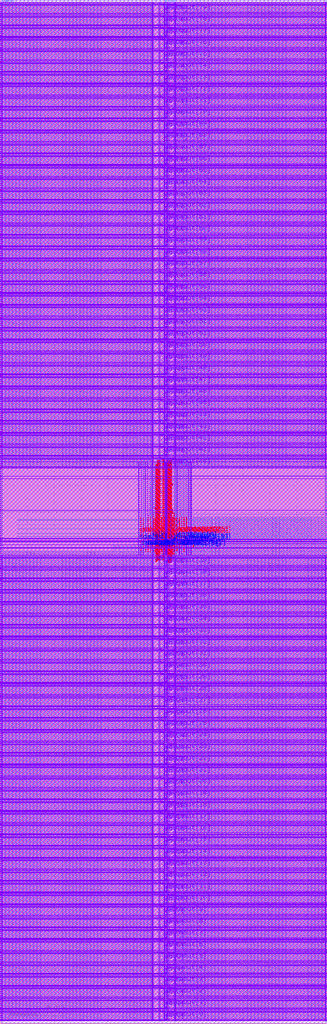
<source format=lef>
VERSION 5.8 ;
BUSBITCHARS "[]" ; 
DIVIDERCHAR "/" ; 


PROPERTYDEFINITIONS 
  MACRO CatenaDesignType STRING ; 
END PROPERTYDEFINITIONS 


MACRO srambank_256x4x80_6t122 
  CLASS BLOCK ; 
  ORIGIN 0 0 ; 
  FOREIGN srambank_256x4x80_6t122 0 0 ; 
  SIZE 121.392 BY 380.16 ; 
  SYMMETRY X Y ; 
  SITE coreSite ; 
  PIN VDD 
    DIRECTION INOUT ; 
    USE POWER ; 
    PORT 
      LAYER M4 ; 
        RECT 0.416 4.688 121.032 4.88 ; 
        RECT 0.416 9.008 121.032 9.2 ; 
        RECT 0.416 13.328 121.032 13.52 ; 
        RECT 0.416 17.648 121.032 17.84 ; 
        RECT 0.416 21.968 121.032 22.16 ; 
        RECT 0.416 26.288 121.032 26.48 ; 
        RECT 0.416 30.608 121.032 30.8 ; 
        RECT 0.416 34.928 121.032 35.12 ; 
        RECT 0.416 39.248 121.032 39.44 ; 
        RECT 0.416 43.568 121.032 43.76 ; 
        RECT 0.416 47.888 121.032 48.08 ; 
        RECT 0.416 52.208 121.032 52.4 ; 
        RECT 0.416 56.528 121.032 56.72 ; 
        RECT 0.416 60.848 121.032 61.04 ; 
        RECT 0.416 65.168 121.032 65.36 ; 
        RECT 0.416 69.488 121.032 69.68 ; 
        RECT 0.416 73.808 121.032 74 ; 
        RECT 0.416 78.128 121.032 78.32 ; 
        RECT 0.416 82.448 121.032 82.64 ; 
        RECT 0.416 86.768 121.032 86.96 ; 
        RECT 0.416 91.088 121.032 91.28 ; 
        RECT 0.416 95.408 121.032 95.6 ; 
        RECT 0.416 99.728 121.032 99.92 ; 
        RECT 0.416 104.048 121.032 104.24 ; 
        RECT 0.416 108.368 121.032 108.56 ; 
        RECT 0.416 112.688 121.032 112.88 ; 
        RECT 0.416 117.008 121.032 117.2 ; 
        RECT 0.416 121.328 121.032 121.52 ; 
        RECT 0.416 125.648 121.032 125.84 ; 
        RECT 0.416 129.968 121.032 130.16 ; 
        RECT 0.416 134.288 121.032 134.48 ; 
        RECT 0.416 138.608 121.032 138.8 ; 
        RECT 0.416 142.928 121.032 143.12 ; 
        RECT 0.416 147.248 121.032 147.44 ; 
        RECT 0.416 151.568 121.032 151.76 ; 
        RECT 0.416 155.888 121.032 156.08 ; 
        RECT 0.416 160.208 121.032 160.4 ; 
        RECT 0.416 164.528 121.032 164.72 ; 
        RECT 0.416 168.848 121.032 169.04 ; 
        RECT 0.416 173.168 121.032 173.36 ; 
        RECT 0.416 209.996 121.032 210.188 ; 
        RECT 0.416 214.316 121.032 214.508 ; 
        RECT 0.416 218.636 121.032 218.828 ; 
        RECT 0.416 222.956 121.032 223.148 ; 
        RECT 0.416 227.276 121.032 227.468 ; 
        RECT 0.416 231.596 121.032 231.788 ; 
        RECT 0.416 235.916 121.032 236.108 ; 
        RECT 0.416 240.236 121.032 240.428 ; 
        RECT 0.416 244.556 121.032 244.748 ; 
        RECT 0.416 248.876 121.032 249.068 ; 
        RECT 0.416 253.196 121.032 253.388 ; 
        RECT 0.416 257.516 121.032 257.708 ; 
        RECT 0.416 261.836 121.032 262.028 ; 
        RECT 0.416 266.156 121.032 266.348 ; 
        RECT 0.416 270.476 121.032 270.668 ; 
        RECT 0.416 274.796 121.032 274.988 ; 
        RECT 0.416 279.116 121.032 279.308 ; 
        RECT 0.416 283.436 121.032 283.628 ; 
        RECT 0.416 287.756 121.032 287.948 ; 
        RECT 0.416 292.076 121.032 292.268 ; 
        RECT 0.416 296.396 121.032 296.588 ; 
        RECT 0.416 300.716 121.032 300.908 ; 
        RECT 0.416 305.036 121.032 305.228 ; 
        RECT 0.416 309.356 121.032 309.548 ; 
        RECT 0.416 313.676 121.032 313.868 ; 
        RECT 0.416 317.996 121.032 318.188 ; 
        RECT 0.416 322.316 121.032 322.508 ; 
        RECT 0.416 326.636 121.032 326.828 ; 
        RECT 0.416 330.956 121.032 331.148 ; 
        RECT 0.416 335.276 121.032 335.468 ; 
        RECT 0.416 339.596 121.032 339.788 ; 
        RECT 0.416 343.916 121.032 344.108 ; 
        RECT 0.416 348.236 121.032 348.428 ; 
        RECT 0.416 352.556 121.032 352.748 ; 
        RECT 0.416 356.876 121.032 357.068 ; 
        RECT 0.416 361.196 121.032 361.388 ; 
        RECT 0.416 365.516 121.032 365.708 ; 
        RECT 0.416 369.836 121.032 370.028 ; 
        RECT 0.416 374.156 121.032 374.348 ; 
        RECT 0.416 378.476 121.032 378.668 ; 
      LAYER M3 ; 
        RECT 120.872 0.866 120.944 5.506 ; 
        RECT 64.784 0.868 64.856 5.504 ; 
        RECT 59.168 1.012 59.528 5.474 ; 
        RECT 56.576 0.868 56.648 5.504 ; 
        RECT 0.488 0.866 0.56 5.506 ; 
        RECT 120.872 5.186 120.944 9.826 ; 
        RECT 64.784 5.188 64.856 9.824 ; 
        RECT 59.168 5.332 59.528 9.794 ; 
        RECT 56.576 5.188 56.648 9.824 ; 
        RECT 0.488 5.186 0.56 9.826 ; 
        RECT 120.872 9.506 120.944 14.146 ; 
        RECT 64.784 9.508 64.856 14.144 ; 
        RECT 59.168 9.652 59.528 14.114 ; 
        RECT 56.576 9.508 56.648 14.144 ; 
        RECT 0.488 9.506 0.56 14.146 ; 
        RECT 120.872 13.826 120.944 18.466 ; 
        RECT 64.784 13.828 64.856 18.464 ; 
        RECT 59.168 13.972 59.528 18.434 ; 
        RECT 56.576 13.828 56.648 18.464 ; 
        RECT 0.488 13.826 0.56 18.466 ; 
        RECT 120.872 18.146 120.944 22.786 ; 
        RECT 64.784 18.148 64.856 22.784 ; 
        RECT 59.168 18.292 59.528 22.754 ; 
        RECT 56.576 18.148 56.648 22.784 ; 
        RECT 0.488 18.146 0.56 22.786 ; 
        RECT 120.872 22.466 120.944 27.106 ; 
        RECT 64.784 22.468 64.856 27.104 ; 
        RECT 59.168 22.612 59.528 27.074 ; 
        RECT 56.576 22.468 56.648 27.104 ; 
        RECT 0.488 22.466 0.56 27.106 ; 
        RECT 120.872 26.786 120.944 31.426 ; 
        RECT 64.784 26.788 64.856 31.424 ; 
        RECT 59.168 26.932 59.528 31.394 ; 
        RECT 56.576 26.788 56.648 31.424 ; 
        RECT 0.488 26.786 0.56 31.426 ; 
        RECT 120.872 31.106 120.944 35.746 ; 
        RECT 64.784 31.108 64.856 35.744 ; 
        RECT 59.168 31.252 59.528 35.714 ; 
        RECT 56.576 31.108 56.648 35.744 ; 
        RECT 0.488 31.106 0.56 35.746 ; 
        RECT 120.872 35.426 120.944 40.066 ; 
        RECT 64.784 35.428 64.856 40.064 ; 
        RECT 59.168 35.572 59.528 40.034 ; 
        RECT 56.576 35.428 56.648 40.064 ; 
        RECT 0.488 35.426 0.56 40.066 ; 
        RECT 120.872 39.746 120.944 44.386 ; 
        RECT 64.784 39.748 64.856 44.384 ; 
        RECT 59.168 39.892 59.528 44.354 ; 
        RECT 56.576 39.748 56.648 44.384 ; 
        RECT 0.488 39.746 0.56 44.386 ; 
        RECT 120.872 44.066 120.944 48.706 ; 
        RECT 64.784 44.068 64.856 48.704 ; 
        RECT 59.168 44.212 59.528 48.674 ; 
        RECT 56.576 44.068 56.648 48.704 ; 
        RECT 0.488 44.066 0.56 48.706 ; 
        RECT 120.872 48.386 120.944 53.026 ; 
        RECT 64.784 48.388 64.856 53.024 ; 
        RECT 59.168 48.532 59.528 52.994 ; 
        RECT 56.576 48.388 56.648 53.024 ; 
        RECT 0.488 48.386 0.56 53.026 ; 
        RECT 120.872 52.706 120.944 57.346 ; 
        RECT 64.784 52.708 64.856 57.344 ; 
        RECT 59.168 52.852 59.528 57.314 ; 
        RECT 56.576 52.708 56.648 57.344 ; 
        RECT 0.488 52.706 0.56 57.346 ; 
        RECT 120.872 57.026 120.944 61.666 ; 
        RECT 64.784 57.028 64.856 61.664 ; 
        RECT 59.168 57.172 59.528 61.634 ; 
        RECT 56.576 57.028 56.648 61.664 ; 
        RECT 0.488 57.026 0.56 61.666 ; 
        RECT 120.872 61.346 120.944 65.986 ; 
        RECT 64.784 61.348 64.856 65.984 ; 
        RECT 59.168 61.492 59.528 65.954 ; 
        RECT 56.576 61.348 56.648 65.984 ; 
        RECT 0.488 61.346 0.56 65.986 ; 
        RECT 120.872 65.666 120.944 70.306 ; 
        RECT 64.784 65.668 64.856 70.304 ; 
        RECT 59.168 65.812 59.528 70.274 ; 
        RECT 56.576 65.668 56.648 70.304 ; 
        RECT 0.488 65.666 0.56 70.306 ; 
        RECT 120.872 69.986 120.944 74.626 ; 
        RECT 64.784 69.988 64.856 74.624 ; 
        RECT 59.168 70.132 59.528 74.594 ; 
        RECT 56.576 69.988 56.648 74.624 ; 
        RECT 0.488 69.986 0.56 74.626 ; 
        RECT 120.872 74.306 120.944 78.946 ; 
        RECT 64.784 74.308 64.856 78.944 ; 
        RECT 59.168 74.452 59.528 78.914 ; 
        RECT 56.576 74.308 56.648 78.944 ; 
        RECT 0.488 74.306 0.56 78.946 ; 
        RECT 120.872 78.626 120.944 83.266 ; 
        RECT 64.784 78.628 64.856 83.264 ; 
        RECT 59.168 78.772 59.528 83.234 ; 
        RECT 56.576 78.628 56.648 83.264 ; 
        RECT 0.488 78.626 0.56 83.266 ; 
        RECT 120.872 82.946 120.944 87.586 ; 
        RECT 64.784 82.948 64.856 87.584 ; 
        RECT 59.168 83.092 59.528 87.554 ; 
        RECT 56.576 82.948 56.648 87.584 ; 
        RECT 0.488 82.946 0.56 87.586 ; 
        RECT 120.872 87.266 120.944 91.906 ; 
        RECT 64.784 87.268 64.856 91.904 ; 
        RECT 59.168 87.412 59.528 91.874 ; 
        RECT 56.576 87.268 56.648 91.904 ; 
        RECT 0.488 87.266 0.56 91.906 ; 
        RECT 120.872 91.586 120.944 96.226 ; 
        RECT 64.784 91.588 64.856 96.224 ; 
        RECT 59.168 91.732 59.528 96.194 ; 
        RECT 56.576 91.588 56.648 96.224 ; 
        RECT 0.488 91.586 0.56 96.226 ; 
        RECT 120.872 95.906 120.944 100.546 ; 
        RECT 64.784 95.908 64.856 100.544 ; 
        RECT 59.168 96.052 59.528 100.514 ; 
        RECT 56.576 95.908 56.648 100.544 ; 
        RECT 0.488 95.906 0.56 100.546 ; 
        RECT 120.872 100.226 120.944 104.866 ; 
        RECT 64.784 100.228 64.856 104.864 ; 
        RECT 59.168 100.372 59.528 104.834 ; 
        RECT 56.576 100.228 56.648 104.864 ; 
        RECT 0.488 100.226 0.56 104.866 ; 
        RECT 120.872 104.546 120.944 109.186 ; 
        RECT 64.784 104.548 64.856 109.184 ; 
        RECT 59.168 104.692 59.528 109.154 ; 
        RECT 56.576 104.548 56.648 109.184 ; 
        RECT 0.488 104.546 0.56 109.186 ; 
        RECT 120.872 108.866 120.944 113.506 ; 
        RECT 64.784 108.868 64.856 113.504 ; 
        RECT 59.168 109.012 59.528 113.474 ; 
        RECT 56.576 108.868 56.648 113.504 ; 
        RECT 0.488 108.866 0.56 113.506 ; 
        RECT 120.872 113.186 120.944 117.826 ; 
        RECT 64.784 113.188 64.856 117.824 ; 
        RECT 59.168 113.332 59.528 117.794 ; 
        RECT 56.576 113.188 56.648 117.824 ; 
        RECT 0.488 113.186 0.56 117.826 ; 
        RECT 120.872 117.506 120.944 122.146 ; 
        RECT 64.784 117.508 64.856 122.144 ; 
        RECT 59.168 117.652 59.528 122.114 ; 
        RECT 56.576 117.508 56.648 122.144 ; 
        RECT 0.488 117.506 0.56 122.146 ; 
        RECT 120.872 121.826 120.944 126.466 ; 
        RECT 64.784 121.828 64.856 126.464 ; 
        RECT 59.168 121.972 59.528 126.434 ; 
        RECT 56.576 121.828 56.648 126.464 ; 
        RECT 0.488 121.826 0.56 126.466 ; 
        RECT 120.872 126.146 120.944 130.786 ; 
        RECT 64.784 126.148 64.856 130.784 ; 
        RECT 59.168 126.292 59.528 130.754 ; 
        RECT 56.576 126.148 56.648 130.784 ; 
        RECT 0.488 126.146 0.56 130.786 ; 
        RECT 120.872 130.466 120.944 135.106 ; 
        RECT 64.784 130.468 64.856 135.104 ; 
        RECT 59.168 130.612 59.528 135.074 ; 
        RECT 56.576 130.468 56.648 135.104 ; 
        RECT 0.488 130.466 0.56 135.106 ; 
        RECT 120.872 134.786 120.944 139.426 ; 
        RECT 64.784 134.788 64.856 139.424 ; 
        RECT 59.168 134.932 59.528 139.394 ; 
        RECT 56.576 134.788 56.648 139.424 ; 
        RECT 0.488 134.786 0.56 139.426 ; 
        RECT 120.872 139.106 120.944 143.746 ; 
        RECT 64.784 139.108 64.856 143.744 ; 
        RECT 59.168 139.252 59.528 143.714 ; 
        RECT 56.576 139.108 56.648 143.744 ; 
        RECT 0.488 139.106 0.56 143.746 ; 
        RECT 120.872 143.426 120.944 148.066 ; 
        RECT 64.784 143.428 64.856 148.064 ; 
        RECT 59.168 143.572 59.528 148.034 ; 
        RECT 56.576 143.428 56.648 148.064 ; 
        RECT 0.488 143.426 0.56 148.066 ; 
        RECT 120.872 147.746 120.944 152.386 ; 
        RECT 64.784 147.748 64.856 152.384 ; 
        RECT 59.168 147.892 59.528 152.354 ; 
        RECT 56.576 147.748 56.648 152.384 ; 
        RECT 0.488 147.746 0.56 152.386 ; 
        RECT 120.872 152.066 120.944 156.706 ; 
        RECT 64.784 152.068 64.856 156.704 ; 
        RECT 59.168 152.212 59.528 156.674 ; 
        RECT 56.576 152.068 56.648 156.704 ; 
        RECT 0.488 152.066 0.56 156.706 ; 
        RECT 120.872 156.386 120.944 161.026 ; 
        RECT 64.784 156.388 64.856 161.024 ; 
        RECT 59.168 156.532 59.528 160.994 ; 
        RECT 56.576 156.388 56.648 161.024 ; 
        RECT 0.488 156.386 0.56 161.026 ; 
        RECT 120.872 160.706 120.944 165.346 ; 
        RECT 64.784 160.708 64.856 165.344 ; 
        RECT 59.168 160.852 59.528 165.314 ; 
        RECT 56.576 160.708 56.648 165.344 ; 
        RECT 0.488 160.706 0.56 165.346 ; 
        RECT 120.872 165.026 120.944 169.666 ; 
        RECT 64.784 165.028 64.856 169.664 ; 
        RECT 59.168 165.172 59.528 169.634 ; 
        RECT 56.576 165.028 56.648 169.664 ; 
        RECT 0.488 165.026 0.56 169.666 ; 
        RECT 120.872 169.346 120.944 173.986 ; 
        RECT 64.784 169.348 64.856 173.984 ; 
        RECT 59.168 169.492 59.528 173.954 ; 
        RECT 56.576 169.348 56.648 173.984 ; 
        RECT 0.488 169.346 0.56 173.986 ; 
        RECT 56.196 189.14 56.268 213.394 ; 
        RECT 120.872 206.174 120.944 210.814 ; 
        RECT 64.784 206.176 64.856 210.812 ; 
        RECT 59.168 206.32 59.528 210.782 ; 
        RECT 56.576 206.176 56.648 210.812 ; 
        RECT 0.488 206.174 0.56 210.814 ; 
        RECT 120.872 210.494 120.944 215.134 ; 
        RECT 64.784 210.496 64.856 215.132 ; 
        RECT 59.168 210.64 59.528 215.102 ; 
        RECT 56.576 210.496 56.648 215.132 ; 
        RECT 0.488 210.494 0.56 215.134 ; 
        RECT 120.872 214.814 120.944 219.454 ; 
        RECT 64.784 214.816 64.856 219.452 ; 
        RECT 59.168 214.96 59.528 219.422 ; 
        RECT 56.576 214.816 56.648 219.452 ; 
        RECT 0.488 214.814 0.56 219.454 ; 
        RECT 120.872 219.134 120.944 223.774 ; 
        RECT 64.784 219.136 64.856 223.772 ; 
        RECT 59.168 219.28 59.528 223.742 ; 
        RECT 56.576 219.136 56.648 223.772 ; 
        RECT 0.488 219.134 0.56 223.774 ; 
        RECT 120.872 223.454 120.944 228.094 ; 
        RECT 64.784 223.456 64.856 228.092 ; 
        RECT 59.168 223.6 59.528 228.062 ; 
        RECT 56.576 223.456 56.648 228.092 ; 
        RECT 0.488 223.454 0.56 228.094 ; 
        RECT 120.872 227.774 120.944 232.414 ; 
        RECT 64.784 227.776 64.856 232.412 ; 
        RECT 59.168 227.92 59.528 232.382 ; 
        RECT 56.576 227.776 56.648 232.412 ; 
        RECT 0.488 227.774 0.56 232.414 ; 
        RECT 120.872 232.094 120.944 236.734 ; 
        RECT 64.784 232.096 64.856 236.732 ; 
        RECT 59.168 232.24 59.528 236.702 ; 
        RECT 56.576 232.096 56.648 236.732 ; 
        RECT 0.488 232.094 0.56 236.734 ; 
        RECT 120.872 236.414 120.944 241.054 ; 
        RECT 64.784 236.416 64.856 241.052 ; 
        RECT 59.168 236.56 59.528 241.022 ; 
        RECT 56.576 236.416 56.648 241.052 ; 
        RECT 0.488 236.414 0.56 241.054 ; 
        RECT 120.872 240.734 120.944 245.374 ; 
        RECT 64.784 240.736 64.856 245.372 ; 
        RECT 59.168 240.88 59.528 245.342 ; 
        RECT 56.576 240.736 56.648 245.372 ; 
        RECT 0.488 240.734 0.56 245.374 ; 
        RECT 120.872 245.054 120.944 249.694 ; 
        RECT 64.784 245.056 64.856 249.692 ; 
        RECT 59.168 245.2 59.528 249.662 ; 
        RECT 56.576 245.056 56.648 249.692 ; 
        RECT 0.488 245.054 0.56 249.694 ; 
        RECT 120.872 249.374 120.944 254.014 ; 
        RECT 64.784 249.376 64.856 254.012 ; 
        RECT 59.168 249.52 59.528 253.982 ; 
        RECT 56.576 249.376 56.648 254.012 ; 
        RECT 0.488 249.374 0.56 254.014 ; 
        RECT 120.872 253.694 120.944 258.334 ; 
        RECT 64.784 253.696 64.856 258.332 ; 
        RECT 59.168 253.84 59.528 258.302 ; 
        RECT 56.576 253.696 56.648 258.332 ; 
        RECT 0.488 253.694 0.56 258.334 ; 
        RECT 120.872 258.014 120.944 262.654 ; 
        RECT 64.784 258.016 64.856 262.652 ; 
        RECT 59.168 258.16 59.528 262.622 ; 
        RECT 56.576 258.016 56.648 262.652 ; 
        RECT 0.488 258.014 0.56 262.654 ; 
        RECT 120.872 262.334 120.944 266.974 ; 
        RECT 64.784 262.336 64.856 266.972 ; 
        RECT 59.168 262.48 59.528 266.942 ; 
        RECT 56.576 262.336 56.648 266.972 ; 
        RECT 0.488 262.334 0.56 266.974 ; 
        RECT 120.872 266.654 120.944 271.294 ; 
        RECT 64.784 266.656 64.856 271.292 ; 
        RECT 59.168 266.8 59.528 271.262 ; 
        RECT 56.576 266.656 56.648 271.292 ; 
        RECT 0.488 266.654 0.56 271.294 ; 
        RECT 120.872 270.974 120.944 275.614 ; 
        RECT 64.784 270.976 64.856 275.612 ; 
        RECT 59.168 271.12 59.528 275.582 ; 
        RECT 56.576 270.976 56.648 275.612 ; 
        RECT 0.488 270.974 0.56 275.614 ; 
        RECT 120.872 275.294 120.944 279.934 ; 
        RECT 64.784 275.296 64.856 279.932 ; 
        RECT 59.168 275.44 59.528 279.902 ; 
        RECT 56.576 275.296 56.648 279.932 ; 
        RECT 0.488 275.294 0.56 279.934 ; 
        RECT 120.872 279.614 120.944 284.254 ; 
        RECT 64.784 279.616 64.856 284.252 ; 
        RECT 59.168 279.76 59.528 284.222 ; 
        RECT 56.576 279.616 56.648 284.252 ; 
        RECT 0.488 279.614 0.56 284.254 ; 
        RECT 120.872 283.934 120.944 288.574 ; 
        RECT 64.784 283.936 64.856 288.572 ; 
        RECT 59.168 284.08 59.528 288.542 ; 
        RECT 56.576 283.936 56.648 288.572 ; 
        RECT 0.488 283.934 0.56 288.574 ; 
        RECT 120.872 288.254 120.944 292.894 ; 
        RECT 64.784 288.256 64.856 292.892 ; 
        RECT 59.168 288.4 59.528 292.862 ; 
        RECT 56.576 288.256 56.648 292.892 ; 
        RECT 0.488 288.254 0.56 292.894 ; 
        RECT 120.872 292.574 120.944 297.214 ; 
        RECT 64.784 292.576 64.856 297.212 ; 
        RECT 59.168 292.72 59.528 297.182 ; 
        RECT 56.576 292.576 56.648 297.212 ; 
        RECT 0.488 292.574 0.56 297.214 ; 
        RECT 120.872 296.894 120.944 301.534 ; 
        RECT 64.784 296.896 64.856 301.532 ; 
        RECT 59.168 297.04 59.528 301.502 ; 
        RECT 56.576 296.896 56.648 301.532 ; 
        RECT 0.488 296.894 0.56 301.534 ; 
        RECT 120.872 301.214 120.944 305.854 ; 
        RECT 64.784 301.216 64.856 305.852 ; 
        RECT 59.168 301.36 59.528 305.822 ; 
        RECT 56.576 301.216 56.648 305.852 ; 
        RECT 0.488 301.214 0.56 305.854 ; 
        RECT 120.872 305.534 120.944 310.174 ; 
        RECT 64.784 305.536 64.856 310.172 ; 
        RECT 59.168 305.68 59.528 310.142 ; 
        RECT 56.576 305.536 56.648 310.172 ; 
        RECT 0.488 305.534 0.56 310.174 ; 
        RECT 120.872 309.854 120.944 314.494 ; 
        RECT 64.784 309.856 64.856 314.492 ; 
        RECT 59.168 310 59.528 314.462 ; 
        RECT 56.576 309.856 56.648 314.492 ; 
        RECT 0.488 309.854 0.56 314.494 ; 
        RECT 120.872 314.174 120.944 318.814 ; 
        RECT 64.784 314.176 64.856 318.812 ; 
        RECT 59.168 314.32 59.528 318.782 ; 
        RECT 56.576 314.176 56.648 318.812 ; 
        RECT 0.488 314.174 0.56 318.814 ; 
        RECT 120.872 318.494 120.944 323.134 ; 
        RECT 64.784 318.496 64.856 323.132 ; 
        RECT 59.168 318.64 59.528 323.102 ; 
        RECT 56.576 318.496 56.648 323.132 ; 
        RECT 0.488 318.494 0.56 323.134 ; 
        RECT 120.872 322.814 120.944 327.454 ; 
        RECT 64.784 322.816 64.856 327.452 ; 
        RECT 59.168 322.96 59.528 327.422 ; 
        RECT 56.576 322.816 56.648 327.452 ; 
        RECT 0.488 322.814 0.56 327.454 ; 
        RECT 120.872 327.134 120.944 331.774 ; 
        RECT 64.784 327.136 64.856 331.772 ; 
        RECT 59.168 327.28 59.528 331.742 ; 
        RECT 56.576 327.136 56.648 331.772 ; 
        RECT 0.488 327.134 0.56 331.774 ; 
        RECT 120.872 331.454 120.944 336.094 ; 
        RECT 64.784 331.456 64.856 336.092 ; 
        RECT 59.168 331.6 59.528 336.062 ; 
        RECT 56.576 331.456 56.648 336.092 ; 
        RECT 0.488 331.454 0.56 336.094 ; 
        RECT 120.872 335.774 120.944 340.414 ; 
        RECT 64.784 335.776 64.856 340.412 ; 
        RECT 59.168 335.92 59.528 340.382 ; 
        RECT 56.576 335.776 56.648 340.412 ; 
        RECT 0.488 335.774 0.56 340.414 ; 
        RECT 120.872 340.094 120.944 344.734 ; 
        RECT 64.784 340.096 64.856 344.732 ; 
        RECT 59.168 340.24 59.528 344.702 ; 
        RECT 56.576 340.096 56.648 344.732 ; 
        RECT 0.488 340.094 0.56 344.734 ; 
        RECT 120.872 344.414 120.944 349.054 ; 
        RECT 64.784 344.416 64.856 349.052 ; 
        RECT 59.168 344.56 59.528 349.022 ; 
        RECT 56.576 344.416 56.648 349.052 ; 
        RECT 0.488 344.414 0.56 349.054 ; 
        RECT 120.872 348.734 120.944 353.374 ; 
        RECT 64.784 348.736 64.856 353.372 ; 
        RECT 59.168 348.88 59.528 353.342 ; 
        RECT 56.576 348.736 56.648 353.372 ; 
        RECT 0.488 348.734 0.56 353.374 ; 
        RECT 120.872 353.054 120.944 357.694 ; 
        RECT 64.784 353.056 64.856 357.692 ; 
        RECT 59.168 353.2 59.528 357.662 ; 
        RECT 56.576 353.056 56.648 357.692 ; 
        RECT 0.488 353.054 0.56 357.694 ; 
        RECT 120.872 357.374 120.944 362.014 ; 
        RECT 64.784 357.376 64.856 362.012 ; 
        RECT 59.168 357.52 59.528 361.982 ; 
        RECT 56.576 357.376 56.648 362.012 ; 
        RECT 0.488 357.374 0.56 362.014 ; 
        RECT 120.872 361.694 120.944 366.334 ; 
        RECT 64.784 361.696 64.856 366.332 ; 
        RECT 59.168 361.84 59.528 366.302 ; 
        RECT 56.576 361.696 56.648 366.332 ; 
        RECT 0.488 361.694 0.56 366.334 ; 
        RECT 120.872 366.014 120.944 370.654 ; 
        RECT 64.784 366.016 64.856 370.652 ; 
        RECT 59.168 366.16 59.528 370.622 ; 
        RECT 56.576 366.016 56.648 370.652 ; 
        RECT 0.488 366.014 0.56 370.654 ; 
        RECT 120.872 370.334 120.944 374.974 ; 
        RECT 64.784 370.336 64.856 374.972 ; 
        RECT 59.168 370.48 59.528 374.942 ; 
        RECT 56.576 370.336 56.648 374.972 ; 
        RECT 0.488 370.334 0.56 374.974 ; 
        RECT 120.872 374.654 120.944 379.294 ; 
        RECT 64.784 374.656 64.856 379.292 ; 
        RECT 59.168 374.8 59.528 379.262 ; 
        RECT 56.576 374.656 56.648 379.292 ; 
        RECT 0.488 374.654 0.56 379.294 ; 
      LAYER V3 ; 
        RECT 0.488 4.688 0.56 4.88 ; 
        RECT 56.576 4.688 56.648 4.88 ; 
        RECT 59.168 4.688 59.528 4.88 ; 
        RECT 64.784 4.688 64.856 4.88 ; 
        RECT 120.872 4.688 120.944 4.88 ; 
        RECT 0.488 9.008 0.56 9.2 ; 
        RECT 56.576 9.008 56.648 9.2 ; 
        RECT 59.168 9.008 59.528 9.2 ; 
        RECT 64.784 9.008 64.856 9.2 ; 
        RECT 120.872 9.008 120.944 9.2 ; 
        RECT 0.488 13.328 0.56 13.52 ; 
        RECT 56.576 13.328 56.648 13.52 ; 
        RECT 59.168 13.328 59.528 13.52 ; 
        RECT 64.784 13.328 64.856 13.52 ; 
        RECT 120.872 13.328 120.944 13.52 ; 
        RECT 0.488 17.648 0.56 17.84 ; 
        RECT 56.576 17.648 56.648 17.84 ; 
        RECT 59.168 17.648 59.528 17.84 ; 
        RECT 64.784 17.648 64.856 17.84 ; 
        RECT 120.872 17.648 120.944 17.84 ; 
        RECT 0.488 21.968 0.56 22.16 ; 
        RECT 56.576 21.968 56.648 22.16 ; 
        RECT 59.168 21.968 59.528 22.16 ; 
        RECT 64.784 21.968 64.856 22.16 ; 
        RECT 120.872 21.968 120.944 22.16 ; 
        RECT 0.488 26.288 0.56 26.48 ; 
        RECT 56.576 26.288 56.648 26.48 ; 
        RECT 59.168 26.288 59.528 26.48 ; 
        RECT 64.784 26.288 64.856 26.48 ; 
        RECT 120.872 26.288 120.944 26.48 ; 
        RECT 0.488 30.608 0.56 30.8 ; 
        RECT 56.576 30.608 56.648 30.8 ; 
        RECT 59.168 30.608 59.528 30.8 ; 
        RECT 64.784 30.608 64.856 30.8 ; 
        RECT 120.872 30.608 120.944 30.8 ; 
        RECT 0.488 34.928 0.56 35.12 ; 
        RECT 56.576 34.928 56.648 35.12 ; 
        RECT 59.168 34.928 59.528 35.12 ; 
        RECT 64.784 34.928 64.856 35.12 ; 
        RECT 120.872 34.928 120.944 35.12 ; 
        RECT 0.488 39.248 0.56 39.44 ; 
        RECT 56.576 39.248 56.648 39.44 ; 
        RECT 59.168 39.248 59.528 39.44 ; 
        RECT 64.784 39.248 64.856 39.44 ; 
        RECT 120.872 39.248 120.944 39.44 ; 
        RECT 0.488 43.568 0.56 43.76 ; 
        RECT 56.576 43.568 56.648 43.76 ; 
        RECT 59.168 43.568 59.528 43.76 ; 
        RECT 64.784 43.568 64.856 43.76 ; 
        RECT 120.872 43.568 120.944 43.76 ; 
        RECT 0.488 47.888 0.56 48.08 ; 
        RECT 56.576 47.888 56.648 48.08 ; 
        RECT 59.168 47.888 59.528 48.08 ; 
        RECT 64.784 47.888 64.856 48.08 ; 
        RECT 120.872 47.888 120.944 48.08 ; 
        RECT 0.488 52.208 0.56 52.4 ; 
        RECT 56.576 52.208 56.648 52.4 ; 
        RECT 59.168 52.208 59.528 52.4 ; 
        RECT 64.784 52.208 64.856 52.4 ; 
        RECT 120.872 52.208 120.944 52.4 ; 
        RECT 0.488 56.528 0.56 56.72 ; 
        RECT 56.576 56.528 56.648 56.72 ; 
        RECT 59.168 56.528 59.528 56.72 ; 
        RECT 64.784 56.528 64.856 56.72 ; 
        RECT 120.872 56.528 120.944 56.72 ; 
        RECT 0.488 60.848 0.56 61.04 ; 
        RECT 56.576 60.848 56.648 61.04 ; 
        RECT 59.168 60.848 59.528 61.04 ; 
        RECT 64.784 60.848 64.856 61.04 ; 
        RECT 120.872 60.848 120.944 61.04 ; 
        RECT 0.488 65.168 0.56 65.36 ; 
        RECT 56.576 65.168 56.648 65.36 ; 
        RECT 59.168 65.168 59.528 65.36 ; 
        RECT 64.784 65.168 64.856 65.36 ; 
        RECT 120.872 65.168 120.944 65.36 ; 
        RECT 0.488 69.488 0.56 69.68 ; 
        RECT 56.576 69.488 56.648 69.68 ; 
        RECT 59.168 69.488 59.528 69.68 ; 
        RECT 64.784 69.488 64.856 69.68 ; 
        RECT 120.872 69.488 120.944 69.68 ; 
        RECT 0.488 73.808 0.56 74 ; 
        RECT 56.576 73.808 56.648 74 ; 
        RECT 59.168 73.808 59.528 74 ; 
        RECT 64.784 73.808 64.856 74 ; 
        RECT 120.872 73.808 120.944 74 ; 
        RECT 0.488 78.128 0.56 78.32 ; 
        RECT 56.576 78.128 56.648 78.32 ; 
        RECT 59.168 78.128 59.528 78.32 ; 
        RECT 64.784 78.128 64.856 78.32 ; 
        RECT 120.872 78.128 120.944 78.32 ; 
        RECT 0.488 82.448 0.56 82.64 ; 
        RECT 56.576 82.448 56.648 82.64 ; 
        RECT 59.168 82.448 59.528 82.64 ; 
        RECT 64.784 82.448 64.856 82.64 ; 
        RECT 120.872 82.448 120.944 82.64 ; 
        RECT 0.488 86.768 0.56 86.96 ; 
        RECT 56.576 86.768 56.648 86.96 ; 
        RECT 59.168 86.768 59.528 86.96 ; 
        RECT 64.784 86.768 64.856 86.96 ; 
        RECT 120.872 86.768 120.944 86.96 ; 
        RECT 0.488 91.088 0.56 91.28 ; 
        RECT 56.576 91.088 56.648 91.28 ; 
        RECT 59.168 91.088 59.528 91.28 ; 
        RECT 64.784 91.088 64.856 91.28 ; 
        RECT 120.872 91.088 120.944 91.28 ; 
        RECT 0.488 95.408 0.56 95.6 ; 
        RECT 56.576 95.408 56.648 95.6 ; 
        RECT 59.168 95.408 59.528 95.6 ; 
        RECT 64.784 95.408 64.856 95.6 ; 
        RECT 120.872 95.408 120.944 95.6 ; 
        RECT 0.488 99.728 0.56 99.92 ; 
        RECT 56.576 99.728 56.648 99.92 ; 
        RECT 59.168 99.728 59.528 99.92 ; 
        RECT 64.784 99.728 64.856 99.92 ; 
        RECT 120.872 99.728 120.944 99.92 ; 
        RECT 0.488 104.048 0.56 104.24 ; 
        RECT 56.576 104.048 56.648 104.24 ; 
        RECT 59.168 104.048 59.528 104.24 ; 
        RECT 64.784 104.048 64.856 104.24 ; 
        RECT 120.872 104.048 120.944 104.24 ; 
        RECT 0.488 108.368 0.56 108.56 ; 
        RECT 56.576 108.368 56.648 108.56 ; 
        RECT 59.168 108.368 59.528 108.56 ; 
        RECT 64.784 108.368 64.856 108.56 ; 
        RECT 120.872 108.368 120.944 108.56 ; 
        RECT 0.488 112.688 0.56 112.88 ; 
        RECT 56.576 112.688 56.648 112.88 ; 
        RECT 59.168 112.688 59.528 112.88 ; 
        RECT 64.784 112.688 64.856 112.88 ; 
        RECT 120.872 112.688 120.944 112.88 ; 
        RECT 0.488 117.008 0.56 117.2 ; 
        RECT 56.576 117.008 56.648 117.2 ; 
        RECT 59.168 117.008 59.528 117.2 ; 
        RECT 64.784 117.008 64.856 117.2 ; 
        RECT 120.872 117.008 120.944 117.2 ; 
        RECT 0.488 121.328 0.56 121.52 ; 
        RECT 56.576 121.328 56.648 121.52 ; 
        RECT 59.168 121.328 59.528 121.52 ; 
        RECT 64.784 121.328 64.856 121.52 ; 
        RECT 120.872 121.328 120.944 121.52 ; 
        RECT 0.488 125.648 0.56 125.84 ; 
        RECT 56.576 125.648 56.648 125.84 ; 
        RECT 59.168 125.648 59.528 125.84 ; 
        RECT 64.784 125.648 64.856 125.84 ; 
        RECT 120.872 125.648 120.944 125.84 ; 
        RECT 0.488 129.968 0.56 130.16 ; 
        RECT 56.576 129.968 56.648 130.16 ; 
        RECT 59.168 129.968 59.528 130.16 ; 
        RECT 64.784 129.968 64.856 130.16 ; 
        RECT 120.872 129.968 120.944 130.16 ; 
        RECT 0.488 134.288 0.56 134.48 ; 
        RECT 56.576 134.288 56.648 134.48 ; 
        RECT 59.168 134.288 59.528 134.48 ; 
        RECT 64.784 134.288 64.856 134.48 ; 
        RECT 120.872 134.288 120.944 134.48 ; 
        RECT 0.488 138.608 0.56 138.8 ; 
        RECT 56.576 138.608 56.648 138.8 ; 
        RECT 59.168 138.608 59.528 138.8 ; 
        RECT 64.784 138.608 64.856 138.8 ; 
        RECT 120.872 138.608 120.944 138.8 ; 
        RECT 0.488 142.928 0.56 143.12 ; 
        RECT 56.576 142.928 56.648 143.12 ; 
        RECT 59.168 142.928 59.528 143.12 ; 
        RECT 64.784 142.928 64.856 143.12 ; 
        RECT 120.872 142.928 120.944 143.12 ; 
        RECT 0.488 147.248 0.56 147.44 ; 
        RECT 56.576 147.248 56.648 147.44 ; 
        RECT 59.168 147.248 59.528 147.44 ; 
        RECT 64.784 147.248 64.856 147.44 ; 
        RECT 120.872 147.248 120.944 147.44 ; 
        RECT 0.488 151.568 0.56 151.76 ; 
        RECT 56.576 151.568 56.648 151.76 ; 
        RECT 59.168 151.568 59.528 151.76 ; 
        RECT 64.784 151.568 64.856 151.76 ; 
        RECT 120.872 151.568 120.944 151.76 ; 
        RECT 0.488 155.888 0.56 156.08 ; 
        RECT 56.576 155.888 56.648 156.08 ; 
        RECT 59.168 155.888 59.528 156.08 ; 
        RECT 64.784 155.888 64.856 156.08 ; 
        RECT 120.872 155.888 120.944 156.08 ; 
        RECT 0.488 160.208 0.56 160.4 ; 
        RECT 56.576 160.208 56.648 160.4 ; 
        RECT 59.168 160.208 59.528 160.4 ; 
        RECT 64.784 160.208 64.856 160.4 ; 
        RECT 120.872 160.208 120.944 160.4 ; 
        RECT 0.488 164.528 0.56 164.72 ; 
        RECT 56.576 164.528 56.648 164.72 ; 
        RECT 59.168 164.528 59.528 164.72 ; 
        RECT 64.784 164.528 64.856 164.72 ; 
        RECT 120.872 164.528 120.944 164.72 ; 
        RECT 0.488 168.848 0.56 169.04 ; 
        RECT 56.576 168.848 56.648 169.04 ; 
        RECT 59.168 168.848 59.528 169.04 ; 
        RECT 64.784 168.848 64.856 169.04 ; 
        RECT 120.872 168.848 120.944 169.04 ; 
        RECT 0.488 173.168 0.56 173.36 ; 
        RECT 56.576 173.168 56.648 173.36 ; 
        RECT 59.168 173.168 59.528 173.36 ; 
        RECT 64.784 173.168 64.856 173.36 ; 
        RECT 120.872 173.168 120.944 173.36 ; 
        RECT 0.488 209.996 0.56 210.188 ; 
        RECT 56.576 209.996 56.648 210.188 ; 
        RECT 59.168 209.996 59.528 210.188 ; 
        RECT 64.784 209.996 64.856 210.188 ; 
        RECT 120.872 209.996 120.944 210.188 ; 
        RECT 0.488 214.316 0.56 214.508 ; 
        RECT 56.576 214.316 56.648 214.508 ; 
        RECT 59.168 214.316 59.528 214.508 ; 
        RECT 64.784 214.316 64.856 214.508 ; 
        RECT 120.872 214.316 120.944 214.508 ; 
        RECT 0.488 218.636 0.56 218.828 ; 
        RECT 56.576 218.636 56.648 218.828 ; 
        RECT 59.168 218.636 59.528 218.828 ; 
        RECT 64.784 218.636 64.856 218.828 ; 
        RECT 120.872 218.636 120.944 218.828 ; 
        RECT 0.488 222.956 0.56 223.148 ; 
        RECT 56.576 222.956 56.648 223.148 ; 
        RECT 59.168 222.956 59.528 223.148 ; 
        RECT 64.784 222.956 64.856 223.148 ; 
        RECT 120.872 222.956 120.944 223.148 ; 
        RECT 0.488 227.276 0.56 227.468 ; 
        RECT 56.576 227.276 56.648 227.468 ; 
        RECT 59.168 227.276 59.528 227.468 ; 
        RECT 64.784 227.276 64.856 227.468 ; 
        RECT 120.872 227.276 120.944 227.468 ; 
        RECT 0.488 231.596 0.56 231.788 ; 
        RECT 56.576 231.596 56.648 231.788 ; 
        RECT 59.168 231.596 59.528 231.788 ; 
        RECT 64.784 231.596 64.856 231.788 ; 
        RECT 120.872 231.596 120.944 231.788 ; 
        RECT 0.488 235.916 0.56 236.108 ; 
        RECT 56.576 235.916 56.648 236.108 ; 
        RECT 59.168 235.916 59.528 236.108 ; 
        RECT 64.784 235.916 64.856 236.108 ; 
        RECT 120.872 235.916 120.944 236.108 ; 
        RECT 0.488 240.236 0.56 240.428 ; 
        RECT 56.576 240.236 56.648 240.428 ; 
        RECT 59.168 240.236 59.528 240.428 ; 
        RECT 64.784 240.236 64.856 240.428 ; 
        RECT 120.872 240.236 120.944 240.428 ; 
        RECT 0.488 244.556 0.56 244.748 ; 
        RECT 56.576 244.556 56.648 244.748 ; 
        RECT 59.168 244.556 59.528 244.748 ; 
        RECT 64.784 244.556 64.856 244.748 ; 
        RECT 120.872 244.556 120.944 244.748 ; 
        RECT 0.488 248.876 0.56 249.068 ; 
        RECT 56.576 248.876 56.648 249.068 ; 
        RECT 59.168 248.876 59.528 249.068 ; 
        RECT 64.784 248.876 64.856 249.068 ; 
        RECT 120.872 248.876 120.944 249.068 ; 
        RECT 0.488 253.196 0.56 253.388 ; 
        RECT 56.576 253.196 56.648 253.388 ; 
        RECT 59.168 253.196 59.528 253.388 ; 
        RECT 64.784 253.196 64.856 253.388 ; 
        RECT 120.872 253.196 120.944 253.388 ; 
        RECT 0.488 257.516 0.56 257.708 ; 
        RECT 56.576 257.516 56.648 257.708 ; 
        RECT 59.168 257.516 59.528 257.708 ; 
        RECT 64.784 257.516 64.856 257.708 ; 
        RECT 120.872 257.516 120.944 257.708 ; 
        RECT 0.488 261.836 0.56 262.028 ; 
        RECT 56.576 261.836 56.648 262.028 ; 
        RECT 59.168 261.836 59.528 262.028 ; 
        RECT 64.784 261.836 64.856 262.028 ; 
        RECT 120.872 261.836 120.944 262.028 ; 
        RECT 0.488 266.156 0.56 266.348 ; 
        RECT 56.576 266.156 56.648 266.348 ; 
        RECT 59.168 266.156 59.528 266.348 ; 
        RECT 64.784 266.156 64.856 266.348 ; 
        RECT 120.872 266.156 120.944 266.348 ; 
        RECT 0.488 270.476 0.56 270.668 ; 
        RECT 56.576 270.476 56.648 270.668 ; 
        RECT 59.168 270.476 59.528 270.668 ; 
        RECT 64.784 270.476 64.856 270.668 ; 
        RECT 120.872 270.476 120.944 270.668 ; 
        RECT 0.488 274.796 0.56 274.988 ; 
        RECT 56.576 274.796 56.648 274.988 ; 
        RECT 59.168 274.796 59.528 274.988 ; 
        RECT 64.784 274.796 64.856 274.988 ; 
        RECT 120.872 274.796 120.944 274.988 ; 
        RECT 0.488 279.116 0.56 279.308 ; 
        RECT 56.576 279.116 56.648 279.308 ; 
        RECT 59.168 279.116 59.528 279.308 ; 
        RECT 64.784 279.116 64.856 279.308 ; 
        RECT 120.872 279.116 120.944 279.308 ; 
        RECT 0.488 283.436 0.56 283.628 ; 
        RECT 56.576 283.436 56.648 283.628 ; 
        RECT 59.168 283.436 59.528 283.628 ; 
        RECT 64.784 283.436 64.856 283.628 ; 
        RECT 120.872 283.436 120.944 283.628 ; 
        RECT 0.488 287.756 0.56 287.948 ; 
        RECT 56.576 287.756 56.648 287.948 ; 
        RECT 59.168 287.756 59.528 287.948 ; 
        RECT 64.784 287.756 64.856 287.948 ; 
        RECT 120.872 287.756 120.944 287.948 ; 
        RECT 0.488 292.076 0.56 292.268 ; 
        RECT 56.576 292.076 56.648 292.268 ; 
        RECT 59.168 292.076 59.528 292.268 ; 
        RECT 64.784 292.076 64.856 292.268 ; 
        RECT 120.872 292.076 120.944 292.268 ; 
        RECT 0.488 296.396 0.56 296.588 ; 
        RECT 56.576 296.396 56.648 296.588 ; 
        RECT 59.168 296.396 59.528 296.588 ; 
        RECT 64.784 296.396 64.856 296.588 ; 
        RECT 120.872 296.396 120.944 296.588 ; 
        RECT 0.488 300.716 0.56 300.908 ; 
        RECT 56.576 300.716 56.648 300.908 ; 
        RECT 59.168 300.716 59.528 300.908 ; 
        RECT 64.784 300.716 64.856 300.908 ; 
        RECT 120.872 300.716 120.944 300.908 ; 
        RECT 0.488 305.036 0.56 305.228 ; 
        RECT 56.576 305.036 56.648 305.228 ; 
        RECT 59.168 305.036 59.528 305.228 ; 
        RECT 64.784 305.036 64.856 305.228 ; 
        RECT 120.872 305.036 120.944 305.228 ; 
        RECT 0.488 309.356 0.56 309.548 ; 
        RECT 56.576 309.356 56.648 309.548 ; 
        RECT 59.168 309.356 59.528 309.548 ; 
        RECT 64.784 309.356 64.856 309.548 ; 
        RECT 120.872 309.356 120.944 309.548 ; 
        RECT 0.488 313.676 0.56 313.868 ; 
        RECT 56.576 313.676 56.648 313.868 ; 
        RECT 59.168 313.676 59.528 313.868 ; 
        RECT 64.784 313.676 64.856 313.868 ; 
        RECT 120.872 313.676 120.944 313.868 ; 
        RECT 0.488 317.996 0.56 318.188 ; 
        RECT 56.576 317.996 56.648 318.188 ; 
        RECT 59.168 317.996 59.528 318.188 ; 
        RECT 64.784 317.996 64.856 318.188 ; 
        RECT 120.872 317.996 120.944 318.188 ; 
        RECT 0.488 322.316 0.56 322.508 ; 
        RECT 56.576 322.316 56.648 322.508 ; 
        RECT 59.168 322.316 59.528 322.508 ; 
        RECT 64.784 322.316 64.856 322.508 ; 
        RECT 120.872 322.316 120.944 322.508 ; 
        RECT 0.488 326.636 0.56 326.828 ; 
        RECT 56.576 326.636 56.648 326.828 ; 
        RECT 59.168 326.636 59.528 326.828 ; 
        RECT 64.784 326.636 64.856 326.828 ; 
        RECT 120.872 326.636 120.944 326.828 ; 
        RECT 0.488 330.956 0.56 331.148 ; 
        RECT 56.576 330.956 56.648 331.148 ; 
        RECT 59.168 330.956 59.528 331.148 ; 
        RECT 64.784 330.956 64.856 331.148 ; 
        RECT 120.872 330.956 120.944 331.148 ; 
        RECT 0.488 335.276 0.56 335.468 ; 
        RECT 56.576 335.276 56.648 335.468 ; 
        RECT 59.168 335.276 59.528 335.468 ; 
        RECT 64.784 335.276 64.856 335.468 ; 
        RECT 120.872 335.276 120.944 335.468 ; 
        RECT 0.488 339.596 0.56 339.788 ; 
        RECT 56.576 339.596 56.648 339.788 ; 
        RECT 59.168 339.596 59.528 339.788 ; 
        RECT 64.784 339.596 64.856 339.788 ; 
        RECT 120.872 339.596 120.944 339.788 ; 
        RECT 0.488 343.916 0.56 344.108 ; 
        RECT 56.576 343.916 56.648 344.108 ; 
        RECT 59.168 343.916 59.528 344.108 ; 
        RECT 64.784 343.916 64.856 344.108 ; 
        RECT 120.872 343.916 120.944 344.108 ; 
        RECT 0.488 348.236 0.56 348.428 ; 
        RECT 56.576 348.236 56.648 348.428 ; 
        RECT 59.168 348.236 59.528 348.428 ; 
        RECT 64.784 348.236 64.856 348.428 ; 
        RECT 120.872 348.236 120.944 348.428 ; 
        RECT 0.488 352.556 0.56 352.748 ; 
        RECT 56.576 352.556 56.648 352.748 ; 
        RECT 59.168 352.556 59.528 352.748 ; 
        RECT 64.784 352.556 64.856 352.748 ; 
        RECT 120.872 352.556 120.944 352.748 ; 
        RECT 0.488 356.876 0.56 357.068 ; 
        RECT 56.576 356.876 56.648 357.068 ; 
        RECT 59.168 356.876 59.528 357.068 ; 
        RECT 64.784 356.876 64.856 357.068 ; 
        RECT 120.872 356.876 120.944 357.068 ; 
        RECT 0.488 361.196 0.56 361.388 ; 
        RECT 56.576 361.196 56.648 361.388 ; 
        RECT 59.168 361.196 59.528 361.388 ; 
        RECT 64.784 361.196 64.856 361.388 ; 
        RECT 120.872 361.196 120.944 361.388 ; 
        RECT 0.488 365.516 0.56 365.708 ; 
        RECT 56.576 365.516 56.648 365.708 ; 
        RECT 59.168 365.516 59.528 365.708 ; 
        RECT 64.784 365.516 64.856 365.708 ; 
        RECT 120.872 365.516 120.944 365.708 ; 
        RECT 0.488 369.836 0.56 370.028 ; 
        RECT 56.576 369.836 56.648 370.028 ; 
        RECT 59.168 369.836 59.528 370.028 ; 
        RECT 64.784 369.836 64.856 370.028 ; 
        RECT 120.872 369.836 120.944 370.028 ; 
        RECT 0.488 374.156 0.56 374.348 ; 
        RECT 56.576 374.156 56.648 374.348 ; 
        RECT 59.168 374.156 59.528 374.348 ; 
        RECT 64.784 374.156 64.856 374.348 ; 
        RECT 120.872 374.156 120.944 374.348 ; 
        RECT 0.488 378.476 0.56 378.668 ; 
        RECT 56.576 378.476 56.648 378.668 ; 
        RECT 59.168 378.476 59.528 378.668 ; 
        RECT 64.784 378.476 64.856 378.668 ; 
        RECT 120.872 378.476 120.944 378.668 ; 
    END 
  END VDD 
  PIN VSS 
    DIRECTION INOUT ; 
    USE POWER ; 
    PORT 
      LAYER M4 ; 
        RECT 0.416 4.304 121.032 4.496 ; 
        RECT 0.416 8.624 121.032 8.816 ; 
        RECT 0.416 12.944 121.032 13.136 ; 
        RECT 0.416 17.264 121.032 17.456 ; 
        RECT 0.416 21.584 121.032 21.776 ; 
        RECT 0.416 25.904 121.032 26.096 ; 
        RECT 0.416 30.224 121.032 30.416 ; 
        RECT 0.416 34.544 121.032 34.736 ; 
        RECT 0.416 38.864 121.032 39.056 ; 
        RECT 0.416 43.184 121.032 43.376 ; 
        RECT 0.416 47.504 121.032 47.696 ; 
        RECT 0.416 51.824 121.032 52.016 ; 
        RECT 0.416 56.144 121.032 56.336 ; 
        RECT 0.416 60.464 121.032 60.656 ; 
        RECT 0.416 64.784 121.032 64.976 ; 
        RECT 0.416 69.104 121.032 69.296 ; 
        RECT 0.416 73.424 121.032 73.616 ; 
        RECT 0.416 77.744 121.032 77.936 ; 
        RECT 0.416 82.064 121.032 82.256 ; 
        RECT 0.416 86.384 121.032 86.576 ; 
        RECT 0.416 90.704 121.032 90.896 ; 
        RECT 0.416 95.024 121.032 95.216 ; 
        RECT 0.416 99.344 121.032 99.536 ; 
        RECT 0.416 103.664 121.032 103.856 ; 
        RECT 0.416 107.984 121.032 108.176 ; 
        RECT 0.416 112.304 121.032 112.496 ; 
        RECT 0.416 116.624 121.032 116.816 ; 
        RECT 0.416 120.944 121.032 121.136 ; 
        RECT 0.416 125.264 121.032 125.456 ; 
        RECT 0.416 129.584 121.032 129.776 ; 
        RECT 0.416 133.904 121.032 134.096 ; 
        RECT 0.416 138.224 121.032 138.416 ; 
        RECT 0.416 142.544 121.032 142.736 ; 
        RECT 0.416 146.864 121.032 147.056 ; 
        RECT 0.416 151.184 121.032 151.376 ; 
        RECT 0.416 155.504 121.032 155.696 ; 
        RECT 0.416 159.824 121.032 160.016 ; 
        RECT 0.416 164.144 121.032 164.336 ; 
        RECT 0.416 168.464 121.032 168.656 ; 
        RECT 0.416 172.784 121.032 172.976 ; 
        RECT 41.904 177.046 79.488 177.91 ; 
        RECT 57.24 189.718 64.152 190.582 ; 
        RECT 57.24 202.39 64.152 203.254 ; 
        RECT 0.416 209.612 121.032 209.804 ; 
        RECT 0.416 213.932 121.032 214.124 ; 
        RECT 0.416 218.252 121.032 218.444 ; 
        RECT 0.416 222.572 121.032 222.764 ; 
        RECT 0.416 226.892 121.032 227.084 ; 
        RECT 0.416 231.212 121.032 231.404 ; 
        RECT 0.416 235.532 121.032 235.724 ; 
        RECT 0.416 239.852 121.032 240.044 ; 
        RECT 0.416 244.172 121.032 244.364 ; 
        RECT 0.416 248.492 121.032 248.684 ; 
        RECT 0.416 252.812 121.032 253.004 ; 
        RECT 0.416 257.132 121.032 257.324 ; 
        RECT 0.416 261.452 121.032 261.644 ; 
        RECT 0.416 265.772 121.032 265.964 ; 
        RECT 0.416 270.092 121.032 270.284 ; 
        RECT 0.416 274.412 121.032 274.604 ; 
        RECT 0.416 278.732 121.032 278.924 ; 
        RECT 0.416 283.052 121.032 283.244 ; 
        RECT 0.416 287.372 121.032 287.564 ; 
        RECT 0.416 291.692 121.032 291.884 ; 
        RECT 0.416 296.012 121.032 296.204 ; 
        RECT 0.416 300.332 121.032 300.524 ; 
        RECT 0.416 304.652 121.032 304.844 ; 
        RECT 0.416 308.972 121.032 309.164 ; 
        RECT 0.416 313.292 121.032 313.484 ; 
        RECT 0.416 317.612 121.032 317.804 ; 
        RECT 0.416 321.932 121.032 322.124 ; 
        RECT 0.416 326.252 121.032 326.444 ; 
        RECT 0.416 330.572 121.032 330.764 ; 
        RECT 0.416 334.892 121.032 335.084 ; 
        RECT 0.416 339.212 121.032 339.404 ; 
        RECT 0.416 343.532 121.032 343.724 ; 
        RECT 0.416 347.852 121.032 348.044 ; 
        RECT 0.416 352.172 121.032 352.364 ; 
        RECT 0.416 356.492 121.032 356.684 ; 
        RECT 0.416 360.812 121.032 361.004 ; 
        RECT 0.416 365.132 121.032 365.324 ; 
        RECT 0.416 369.452 121.032 369.644 ; 
        RECT 0.416 373.772 121.032 373.964 ; 
        RECT 0.416 378.092 121.032 378.284 ; 
      LAYER M3 ; 
        RECT 120.728 0.866 120.8 5.506 ; 
        RECT 65 0.866 65.072 5.506 ; 
        RECT 61.94 1.012 62.084 5.47 ; 
        RECT 61.04 1.012 61.148 5.47 ; 
        RECT 56.36 0.866 56.432 5.506 ; 
        RECT 0.632 0.866 0.704 5.506 ; 
        RECT 120.728 5.186 120.8 9.826 ; 
        RECT 65 5.186 65.072 9.826 ; 
        RECT 61.94 5.332 62.084 9.79 ; 
        RECT 61.04 5.332 61.148 9.79 ; 
        RECT 56.36 5.186 56.432 9.826 ; 
        RECT 0.632 5.186 0.704 9.826 ; 
        RECT 120.728 9.506 120.8 14.146 ; 
        RECT 65 9.506 65.072 14.146 ; 
        RECT 61.94 9.652 62.084 14.11 ; 
        RECT 61.04 9.652 61.148 14.11 ; 
        RECT 56.36 9.506 56.432 14.146 ; 
        RECT 0.632 9.506 0.704 14.146 ; 
        RECT 120.728 13.826 120.8 18.466 ; 
        RECT 65 13.826 65.072 18.466 ; 
        RECT 61.94 13.972 62.084 18.43 ; 
        RECT 61.04 13.972 61.148 18.43 ; 
        RECT 56.36 13.826 56.432 18.466 ; 
        RECT 0.632 13.826 0.704 18.466 ; 
        RECT 120.728 18.146 120.8 22.786 ; 
        RECT 65 18.146 65.072 22.786 ; 
        RECT 61.94 18.292 62.084 22.75 ; 
        RECT 61.04 18.292 61.148 22.75 ; 
        RECT 56.36 18.146 56.432 22.786 ; 
        RECT 0.632 18.146 0.704 22.786 ; 
        RECT 120.728 22.466 120.8 27.106 ; 
        RECT 65 22.466 65.072 27.106 ; 
        RECT 61.94 22.612 62.084 27.07 ; 
        RECT 61.04 22.612 61.148 27.07 ; 
        RECT 56.36 22.466 56.432 27.106 ; 
        RECT 0.632 22.466 0.704 27.106 ; 
        RECT 120.728 26.786 120.8 31.426 ; 
        RECT 65 26.786 65.072 31.426 ; 
        RECT 61.94 26.932 62.084 31.39 ; 
        RECT 61.04 26.932 61.148 31.39 ; 
        RECT 56.36 26.786 56.432 31.426 ; 
        RECT 0.632 26.786 0.704 31.426 ; 
        RECT 120.728 31.106 120.8 35.746 ; 
        RECT 65 31.106 65.072 35.746 ; 
        RECT 61.94 31.252 62.084 35.71 ; 
        RECT 61.04 31.252 61.148 35.71 ; 
        RECT 56.36 31.106 56.432 35.746 ; 
        RECT 0.632 31.106 0.704 35.746 ; 
        RECT 120.728 35.426 120.8 40.066 ; 
        RECT 65 35.426 65.072 40.066 ; 
        RECT 61.94 35.572 62.084 40.03 ; 
        RECT 61.04 35.572 61.148 40.03 ; 
        RECT 56.36 35.426 56.432 40.066 ; 
        RECT 0.632 35.426 0.704 40.066 ; 
        RECT 120.728 39.746 120.8 44.386 ; 
        RECT 65 39.746 65.072 44.386 ; 
        RECT 61.94 39.892 62.084 44.35 ; 
        RECT 61.04 39.892 61.148 44.35 ; 
        RECT 56.36 39.746 56.432 44.386 ; 
        RECT 0.632 39.746 0.704 44.386 ; 
        RECT 120.728 44.066 120.8 48.706 ; 
        RECT 65 44.066 65.072 48.706 ; 
        RECT 61.94 44.212 62.084 48.67 ; 
        RECT 61.04 44.212 61.148 48.67 ; 
        RECT 56.36 44.066 56.432 48.706 ; 
        RECT 0.632 44.066 0.704 48.706 ; 
        RECT 120.728 48.386 120.8 53.026 ; 
        RECT 65 48.386 65.072 53.026 ; 
        RECT 61.94 48.532 62.084 52.99 ; 
        RECT 61.04 48.532 61.148 52.99 ; 
        RECT 56.36 48.386 56.432 53.026 ; 
        RECT 0.632 48.386 0.704 53.026 ; 
        RECT 120.728 52.706 120.8 57.346 ; 
        RECT 65 52.706 65.072 57.346 ; 
        RECT 61.94 52.852 62.084 57.31 ; 
        RECT 61.04 52.852 61.148 57.31 ; 
        RECT 56.36 52.706 56.432 57.346 ; 
        RECT 0.632 52.706 0.704 57.346 ; 
        RECT 120.728 57.026 120.8 61.666 ; 
        RECT 65 57.026 65.072 61.666 ; 
        RECT 61.94 57.172 62.084 61.63 ; 
        RECT 61.04 57.172 61.148 61.63 ; 
        RECT 56.36 57.026 56.432 61.666 ; 
        RECT 0.632 57.026 0.704 61.666 ; 
        RECT 120.728 61.346 120.8 65.986 ; 
        RECT 65 61.346 65.072 65.986 ; 
        RECT 61.94 61.492 62.084 65.95 ; 
        RECT 61.04 61.492 61.148 65.95 ; 
        RECT 56.36 61.346 56.432 65.986 ; 
        RECT 0.632 61.346 0.704 65.986 ; 
        RECT 120.728 65.666 120.8 70.306 ; 
        RECT 65 65.666 65.072 70.306 ; 
        RECT 61.94 65.812 62.084 70.27 ; 
        RECT 61.04 65.812 61.148 70.27 ; 
        RECT 56.36 65.666 56.432 70.306 ; 
        RECT 0.632 65.666 0.704 70.306 ; 
        RECT 120.728 69.986 120.8 74.626 ; 
        RECT 65 69.986 65.072 74.626 ; 
        RECT 61.94 70.132 62.084 74.59 ; 
        RECT 61.04 70.132 61.148 74.59 ; 
        RECT 56.36 69.986 56.432 74.626 ; 
        RECT 0.632 69.986 0.704 74.626 ; 
        RECT 120.728 74.306 120.8 78.946 ; 
        RECT 65 74.306 65.072 78.946 ; 
        RECT 61.94 74.452 62.084 78.91 ; 
        RECT 61.04 74.452 61.148 78.91 ; 
        RECT 56.36 74.306 56.432 78.946 ; 
        RECT 0.632 74.306 0.704 78.946 ; 
        RECT 120.728 78.626 120.8 83.266 ; 
        RECT 65 78.626 65.072 83.266 ; 
        RECT 61.94 78.772 62.084 83.23 ; 
        RECT 61.04 78.772 61.148 83.23 ; 
        RECT 56.36 78.626 56.432 83.266 ; 
        RECT 0.632 78.626 0.704 83.266 ; 
        RECT 120.728 82.946 120.8 87.586 ; 
        RECT 65 82.946 65.072 87.586 ; 
        RECT 61.94 83.092 62.084 87.55 ; 
        RECT 61.04 83.092 61.148 87.55 ; 
        RECT 56.36 82.946 56.432 87.586 ; 
        RECT 0.632 82.946 0.704 87.586 ; 
        RECT 120.728 87.266 120.8 91.906 ; 
        RECT 65 87.266 65.072 91.906 ; 
        RECT 61.94 87.412 62.084 91.87 ; 
        RECT 61.04 87.412 61.148 91.87 ; 
        RECT 56.36 87.266 56.432 91.906 ; 
        RECT 0.632 87.266 0.704 91.906 ; 
        RECT 120.728 91.586 120.8 96.226 ; 
        RECT 65 91.586 65.072 96.226 ; 
        RECT 61.94 91.732 62.084 96.19 ; 
        RECT 61.04 91.732 61.148 96.19 ; 
        RECT 56.36 91.586 56.432 96.226 ; 
        RECT 0.632 91.586 0.704 96.226 ; 
        RECT 120.728 95.906 120.8 100.546 ; 
        RECT 65 95.906 65.072 100.546 ; 
        RECT 61.94 96.052 62.084 100.51 ; 
        RECT 61.04 96.052 61.148 100.51 ; 
        RECT 56.36 95.906 56.432 100.546 ; 
        RECT 0.632 95.906 0.704 100.546 ; 
        RECT 120.728 100.226 120.8 104.866 ; 
        RECT 65 100.226 65.072 104.866 ; 
        RECT 61.94 100.372 62.084 104.83 ; 
        RECT 61.04 100.372 61.148 104.83 ; 
        RECT 56.36 100.226 56.432 104.866 ; 
        RECT 0.632 100.226 0.704 104.866 ; 
        RECT 120.728 104.546 120.8 109.186 ; 
        RECT 65 104.546 65.072 109.186 ; 
        RECT 61.94 104.692 62.084 109.15 ; 
        RECT 61.04 104.692 61.148 109.15 ; 
        RECT 56.36 104.546 56.432 109.186 ; 
        RECT 0.632 104.546 0.704 109.186 ; 
        RECT 120.728 108.866 120.8 113.506 ; 
        RECT 65 108.866 65.072 113.506 ; 
        RECT 61.94 109.012 62.084 113.47 ; 
        RECT 61.04 109.012 61.148 113.47 ; 
        RECT 56.36 108.866 56.432 113.506 ; 
        RECT 0.632 108.866 0.704 113.506 ; 
        RECT 120.728 113.186 120.8 117.826 ; 
        RECT 65 113.186 65.072 117.826 ; 
        RECT 61.94 113.332 62.084 117.79 ; 
        RECT 61.04 113.332 61.148 117.79 ; 
        RECT 56.36 113.186 56.432 117.826 ; 
        RECT 0.632 113.186 0.704 117.826 ; 
        RECT 120.728 117.506 120.8 122.146 ; 
        RECT 65 117.506 65.072 122.146 ; 
        RECT 61.94 117.652 62.084 122.11 ; 
        RECT 61.04 117.652 61.148 122.11 ; 
        RECT 56.36 117.506 56.432 122.146 ; 
        RECT 0.632 117.506 0.704 122.146 ; 
        RECT 120.728 121.826 120.8 126.466 ; 
        RECT 65 121.826 65.072 126.466 ; 
        RECT 61.94 121.972 62.084 126.43 ; 
        RECT 61.04 121.972 61.148 126.43 ; 
        RECT 56.36 121.826 56.432 126.466 ; 
        RECT 0.632 121.826 0.704 126.466 ; 
        RECT 120.728 126.146 120.8 130.786 ; 
        RECT 65 126.146 65.072 130.786 ; 
        RECT 61.94 126.292 62.084 130.75 ; 
        RECT 61.04 126.292 61.148 130.75 ; 
        RECT 56.36 126.146 56.432 130.786 ; 
        RECT 0.632 126.146 0.704 130.786 ; 
        RECT 120.728 130.466 120.8 135.106 ; 
        RECT 65 130.466 65.072 135.106 ; 
        RECT 61.94 130.612 62.084 135.07 ; 
        RECT 61.04 130.612 61.148 135.07 ; 
        RECT 56.36 130.466 56.432 135.106 ; 
        RECT 0.632 130.466 0.704 135.106 ; 
        RECT 120.728 134.786 120.8 139.426 ; 
        RECT 65 134.786 65.072 139.426 ; 
        RECT 61.94 134.932 62.084 139.39 ; 
        RECT 61.04 134.932 61.148 139.39 ; 
        RECT 56.36 134.786 56.432 139.426 ; 
        RECT 0.632 134.786 0.704 139.426 ; 
        RECT 120.728 139.106 120.8 143.746 ; 
        RECT 65 139.106 65.072 143.746 ; 
        RECT 61.94 139.252 62.084 143.71 ; 
        RECT 61.04 139.252 61.148 143.71 ; 
        RECT 56.36 139.106 56.432 143.746 ; 
        RECT 0.632 139.106 0.704 143.746 ; 
        RECT 120.728 143.426 120.8 148.066 ; 
        RECT 65 143.426 65.072 148.066 ; 
        RECT 61.94 143.572 62.084 148.03 ; 
        RECT 61.04 143.572 61.148 148.03 ; 
        RECT 56.36 143.426 56.432 148.066 ; 
        RECT 0.632 143.426 0.704 148.066 ; 
        RECT 120.728 147.746 120.8 152.386 ; 
        RECT 65 147.746 65.072 152.386 ; 
        RECT 61.94 147.892 62.084 152.35 ; 
        RECT 61.04 147.892 61.148 152.35 ; 
        RECT 56.36 147.746 56.432 152.386 ; 
        RECT 0.632 147.746 0.704 152.386 ; 
        RECT 120.728 152.066 120.8 156.706 ; 
        RECT 65 152.066 65.072 156.706 ; 
        RECT 61.94 152.212 62.084 156.67 ; 
        RECT 61.04 152.212 61.148 156.67 ; 
        RECT 56.36 152.066 56.432 156.706 ; 
        RECT 0.632 152.066 0.704 156.706 ; 
        RECT 120.728 156.386 120.8 161.026 ; 
        RECT 65 156.386 65.072 161.026 ; 
        RECT 61.94 156.532 62.084 160.99 ; 
        RECT 61.04 156.532 61.148 160.99 ; 
        RECT 56.36 156.386 56.432 161.026 ; 
        RECT 0.632 156.386 0.704 161.026 ; 
        RECT 120.728 160.706 120.8 165.346 ; 
        RECT 65 160.706 65.072 165.346 ; 
        RECT 61.94 160.852 62.084 165.31 ; 
        RECT 61.04 160.852 61.148 165.31 ; 
        RECT 56.36 160.706 56.432 165.346 ; 
        RECT 0.632 160.706 0.704 165.346 ; 
        RECT 120.728 165.026 120.8 169.666 ; 
        RECT 65 165.026 65.072 169.666 ; 
        RECT 61.94 165.172 62.084 169.63 ; 
        RECT 61.04 165.172 61.148 169.63 ; 
        RECT 56.36 165.026 56.432 169.666 ; 
        RECT 0.632 165.026 0.704 169.666 ; 
        RECT 120.728 169.346 120.8 173.986 ; 
        RECT 65 169.346 65.072 173.986 ; 
        RECT 61.94 169.492 62.084 173.95 ; 
        RECT 61.04 169.492 61.148 173.95 ; 
        RECT 56.36 169.346 56.432 173.986 ; 
        RECT 0.632 169.346 0.704 173.986 ; 
        RECT 64.98 173.868 65.052 206.696 ; 
        RECT 61.164 174.762 62.1 205.494 ; 
        RECT 56.34 173.868 56.412 213.394 ; 
        RECT 120.728 206.174 120.8 210.814 ; 
        RECT 65 206.174 65.072 210.814 ; 
        RECT 61.94 206.32 62.084 210.778 ; 
        RECT 61.04 206.32 61.148 210.778 ; 
        RECT 56.36 206.174 56.432 210.814 ; 
        RECT 0.632 206.174 0.704 210.814 ; 
        RECT 120.728 210.494 120.8 215.134 ; 
        RECT 65 210.494 65.072 215.134 ; 
        RECT 61.94 210.64 62.084 215.098 ; 
        RECT 61.04 210.64 61.148 215.098 ; 
        RECT 56.36 210.494 56.432 215.134 ; 
        RECT 0.632 210.494 0.704 215.134 ; 
        RECT 120.728 214.814 120.8 219.454 ; 
        RECT 65 214.814 65.072 219.454 ; 
        RECT 61.94 214.96 62.084 219.418 ; 
        RECT 61.04 214.96 61.148 219.418 ; 
        RECT 56.36 214.814 56.432 219.454 ; 
        RECT 0.632 214.814 0.704 219.454 ; 
        RECT 120.728 219.134 120.8 223.774 ; 
        RECT 65 219.134 65.072 223.774 ; 
        RECT 61.94 219.28 62.084 223.738 ; 
        RECT 61.04 219.28 61.148 223.738 ; 
        RECT 56.36 219.134 56.432 223.774 ; 
        RECT 0.632 219.134 0.704 223.774 ; 
        RECT 120.728 223.454 120.8 228.094 ; 
        RECT 65 223.454 65.072 228.094 ; 
        RECT 61.94 223.6 62.084 228.058 ; 
        RECT 61.04 223.6 61.148 228.058 ; 
        RECT 56.36 223.454 56.432 228.094 ; 
        RECT 0.632 223.454 0.704 228.094 ; 
        RECT 120.728 227.774 120.8 232.414 ; 
        RECT 65 227.774 65.072 232.414 ; 
        RECT 61.94 227.92 62.084 232.378 ; 
        RECT 61.04 227.92 61.148 232.378 ; 
        RECT 56.36 227.774 56.432 232.414 ; 
        RECT 0.632 227.774 0.704 232.414 ; 
        RECT 120.728 232.094 120.8 236.734 ; 
        RECT 65 232.094 65.072 236.734 ; 
        RECT 61.94 232.24 62.084 236.698 ; 
        RECT 61.04 232.24 61.148 236.698 ; 
        RECT 56.36 232.094 56.432 236.734 ; 
        RECT 0.632 232.094 0.704 236.734 ; 
        RECT 120.728 236.414 120.8 241.054 ; 
        RECT 65 236.414 65.072 241.054 ; 
        RECT 61.94 236.56 62.084 241.018 ; 
        RECT 61.04 236.56 61.148 241.018 ; 
        RECT 56.36 236.414 56.432 241.054 ; 
        RECT 0.632 236.414 0.704 241.054 ; 
        RECT 120.728 240.734 120.8 245.374 ; 
        RECT 65 240.734 65.072 245.374 ; 
        RECT 61.94 240.88 62.084 245.338 ; 
        RECT 61.04 240.88 61.148 245.338 ; 
        RECT 56.36 240.734 56.432 245.374 ; 
        RECT 0.632 240.734 0.704 245.374 ; 
        RECT 120.728 245.054 120.8 249.694 ; 
        RECT 65 245.054 65.072 249.694 ; 
        RECT 61.94 245.2 62.084 249.658 ; 
        RECT 61.04 245.2 61.148 249.658 ; 
        RECT 56.36 245.054 56.432 249.694 ; 
        RECT 0.632 245.054 0.704 249.694 ; 
        RECT 120.728 249.374 120.8 254.014 ; 
        RECT 65 249.374 65.072 254.014 ; 
        RECT 61.94 249.52 62.084 253.978 ; 
        RECT 61.04 249.52 61.148 253.978 ; 
        RECT 56.36 249.374 56.432 254.014 ; 
        RECT 0.632 249.374 0.704 254.014 ; 
        RECT 120.728 253.694 120.8 258.334 ; 
        RECT 65 253.694 65.072 258.334 ; 
        RECT 61.94 253.84 62.084 258.298 ; 
        RECT 61.04 253.84 61.148 258.298 ; 
        RECT 56.36 253.694 56.432 258.334 ; 
        RECT 0.632 253.694 0.704 258.334 ; 
        RECT 120.728 258.014 120.8 262.654 ; 
        RECT 65 258.014 65.072 262.654 ; 
        RECT 61.94 258.16 62.084 262.618 ; 
        RECT 61.04 258.16 61.148 262.618 ; 
        RECT 56.36 258.014 56.432 262.654 ; 
        RECT 0.632 258.014 0.704 262.654 ; 
        RECT 120.728 262.334 120.8 266.974 ; 
        RECT 65 262.334 65.072 266.974 ; 
        RECT 61.94 262.48 62.084 266.938 ; 
        RECT 61.04 262.48 61.148 266.938 ; 
        RECT 56.36 262.334 56.432 266.974 ; 
        RECT 0.632 262.334 0.704 266.974 ; 
        RECT 120.728 266.654 120.8 271.294 ; 
        RECT 65 266.654 65.072 271.294 ; 
        RECT 61.94 266.8 62.084 271.258 ; 
        RECT 61.04 266.8 61.148 271.258 ; 
        RECT 56.36 266.654 56.432 271.294 ; 
        RECT 0.632 266.654 0.704 271.294 ; 
        RECT 120.728 270.974 120.8 275.614 ; 
        RECT 65 270.974 65.072 275.614 ; 
        RECT 61.94 271.12 62.084 275.578 ; 
        RECT 61.04 271.12 61.148 275.578 ; 
        RECT 56.36 270.974 56.432 275.614 ; 
        RECT 0.632 270.974 0.704 275.614 ; 
        RECT 120.728 275.294 120.8 279.934 ; 
        RECT 65 275.294 65.072 279.934 ; 
        RECT 61.94 275.44 62.084 279.898 ; 
        RECT 61.04 275.44 61.148 279.898 ; 
        RECT 56.36 275.294 56.432 279.934 ; 
        RECT 0.632 275.294 0.704 279.934 ; 
        RECT 120.728 279.614 120.8 284.254 ; 
        RECT 65 279.614 65.072 284.254 ; 
        RECT 61.94 279.76 62.084 284.218 ; 
        RECT 61.04 279.76 61.148 284.218 ; 
        RECT 56.36 279.614 56.432 284.254 ; 
        RECT 0.632 279.614 0.704 284.254 ; 
        RECT 120.728 283.934 120.8 288.574 ; 
        RECT 65 283.934 65.072 288.574 ; 
        RECT 61.94 284.08 62.084 288.538 ; 
        RECT 61.04 284.08 61.148 288.538 ; 
        RECT 56.36 283.934 56.432 288.574 ; 
        RECT 0.632 283.934 0.704 288.574 ; 
        RECT 120.728 288.254 120.8 292.894 ; 
        RECT 65 288.254 65.072 292.894 ; 
        RECT 61.94 288.4 62.084 292.858 ; 
        RECT 61.04 288.4 61.148 292.858 ; 
        RECT 56.36 288.254 56.432 292.894 ; 
        RECT 0.632 288.254 0.704 292.894 ; 
        RECT 120.728 292.574 120.8 297.214 ; 
        RECT 65 292.574 65.072 297.214 ; 
        RECT 61.94 292.72 62.084 297.178 ; 
        RECT 61.04 292.72 61.148 297.178 ; 
        RECT 56.36 292.574 56.432 297.214 ; 
        RECT 0.632 292.574 0.704 297.214 ; 
        RECT 120.728 296.894 120.8 301.534 ; 
        RECT 65 296.894 65.072 301.534 ; 
        RECT 61.94 297.04 62.084 301.498 ; 
        RECT 61.04 297.04 61.148 301.498 ; 
        RECT 56.36 296.894 56.432 301.534 ; 
        RECT 0.632 296.894 0.704 301.534 ; 
        RECT 120.728 301.214 120.8 305.854 ; 
        RECT 65 301.214 65.072 305.854 ; 
        RECT 61.94 301.36 62.084 305.818 ; 
        RECT 61.04 301.36 61.148 305.818 ; 
        RECT 56.36 301.214 56.432 305.854 ; 
        RECT 0.632 301.214 0.704 305.854 ; 
        RECT 120.728 305.534 120.8 310.174 ; 
        RECT 65 305.534 65.072 310.174 ; 
        RECT 61.94 305.68 62.084 310.138 ; 
        RECT 61.04 305.68 61.148 310.138 ; 
        RECT 56.36 305.534 56.432 310.174 ; 
        RECT 0.632 305.534 0.704 310.174 ; 
        RECT 120.728 309.854 120.8 314.494 ; 
        RECT 65 309.854 65.072 314.494 ; 
        RECT 61.94 310 62.084 314.458 ; 
        RECT 61.04 310 61.148 314.458 ; 
        RECT 56.36 309.854 56.432 314.494 ; 
        RECT 0.632 309.854 0.704 314.494 ; 
        RECT 120.728 314.174 120.8 318.814 ; 
        RECT 65 314.174 65.072 318.814 ; 
        RECT 61.94 314.32 62.084 318.778 ; 
        RECT 61.04 314.32 61.148 318.778 ; 
        RECT 56.36 314.174 56.432 318.814 ; 
        RECT 0.632 314.174 0.704 318.814 ; 
        RECT 120.728 318.494 120.8 323.134 ; 
        RECT 65 318.494 65.072 323.134 ; 
        RECT 61.94 318.64 62.084 323.098 ; 
        RECT 61.04 318.64 61.148 323.098 ; 
        RECT 56.36 318.494 56.432 323.134 ; 
        RECT 0.632 318.494 0.704 323.134 ; 
        RECT 120.728 322.814 120.8 327.454 ; 
        RECT 65 322.814 65.072 327.454 ; 
        RECT 61.94 322.96 62.084 327.418 ; 
        RECT 61.04 322.96 61.148 327.418 ; 
        RECT 56.36 322.814 56.432 327.454 ; 
        RECT 0.632 322.814 0.704 327.454 ; 
        RECT 120.728 327.134 120.8 331.774 ; 
        RECT 65 327.134 65.072 331.774 ; 
        RECT 61.94 327.28 62.084 331.738 ; 
        RECT 61.04 327.28 61.148 331.738 ; 
        RECT 56.36 327.134 56.432 331.774 ; 
        RECT 0.632 327.134 0.704 331.774 ; 
        RECT 120.728 331.454 120.8 336.094 ; 
        RECT 65 331.454 65.072 336.094 ; 
        RECT 61.94 331.6 62.084 336.058 ; 
        RECT 61.04 331.6 61.148 336.058 ; 
        RECT 56.36 331.454 56.432 336.094 ; 
        RECT 0.632 331.454 0.704 336.094 ; 
        RECT 120.728 335.774 120.8 340.414 ; 
        RECT 65 335.774 65.072 340.414 ; 
        RECT 61.94 335.92 62.084 340.378 ; 
        RECT 61.04 335.92 61.148 340.378 ; 
        RECT 56.36 335.774 56.432 340.414 ; 
        RECT 0.632 335.774 0.704 340.414 ; 
        RECT 120.728 340.094 120.8 344.734 ; 
        RECT 65 340.094 65.072 344.734 ; 
        RECT 61.94 340.24 62.084 344.698 ; 
        RECT 61.04 340.24 61.148 344.698 ; 
        RECT 56.36 340.094 56.432 344.734 ; 
        RECT 0.632 340.094 0.704 344.734 ; 
        RECT 120.728 344.414 120.8 349.054 ; 
        RECT 65 344.414 65.072 349.054 ; 
        RECT 61.94 344.56 62.084 349.018 ; 
        RECT 61.04 344.56 61.148 349.018 ; 
        RECT 56.36 344.414 56.432 349.054 ; 
        RECT 0.632 344.414 0.704 349.054 ; 
        RECT 120.728 348.734 120.8 353.374 ; 
        RECT 65 348.734 65.072 353.374 ; 
        RECT 61.94 348.88 62.084 353.338 ; 
        RECT 61.04 348.88 61.148 353.338 ; 
        RECT 56.36 348.734 56.432 353.374 ; 
        RECT 0.632 348.734 0.704 353.374 ; 
        RECT 120.728 353.054 120.8 357.694 ; 
        RECT 65 353.054 65.072 357.694 ; 
        RECT 61.94 353.2 62.084 357.658 ; 
        RECT 61.04 353.2 61.148 357.658 ; 
        RECT 56.36 353.054 56.432 357.694 ; 
        RECT 0.632 353.054 0.704 357.694 ; 
        RECT 120.728 357.374 120.8 362.014 ; 
        RECT 65 357.374 65.072 362.014 ; 
        RECT 61.94 357.52 62.084 361.978 ; 
        RECT 61.04 357.52 61.148 361.978 ; 
        RECT 56.36 357.374 56.432 362.014 ; 
        RECT 0.632 357.374 0.704 362.014 ; 
        RECT 120.728 361.694 120.8 366.334 ; 
        RECT 65 361.694 65.072 366.334 ; 
        RECT 61.94 361.84 62.084 366.298 ; 
        RECT 61.04 361.84 61.148 366.298 ; 
        RECT 56.36 361.694 56.432 366.334 ; 
        RECT 0.632 361.694 0.704 366.334 ; 
        RECT 120.728 366.014 120.8 370.654 ; 
        RECT 65 366.014 65.072 370.654 ; 
        RECT 61.94 366.16 62.084 370.618 ; 
        RECT 61.04 366.16 61.148 370.618 ; 
        RECT 56.36 366.014 56.432 370.654 ; 
        RECT 0.632 366.014 0.704 370.654 ; 
        RECT 120.728 370.334 120.8 374.974 ; 
        RECT 65 370.334 65.072 374.974 ; 
        RECT 61.94 370.48 62.084 374.938 ; 
        RECT 61.04 370.48 61.148 374.938 ; 
        RECT 56.36 370.334 56.432 374.974 ; 
        RECT 0.632 370.334 0.704 374.974 ; 
        RECT 120.728 374.654 120.8 379.294 ; 
        RECT 65 374.654 65.072 379.294 ; 
        RECT 61.94 374.8 62.084 379.258 ; 
        RECT 61.04 374.8 61.148 379.258 ; 
        RECT 56.36 374.654 56.432 379.294 ; 
        RECT 0.632 374.654 0.704 379.294 ; 
      LAYER V3 ; 
        RECT 0.632 4.304 0.704 4.496 ; 
        RECT 56.36 4.304 56.432 4.496 ; 
        RECT 61.04 4.304 61.148 4.496 ; 
        RECT 61.94 4.304 62.084 4.496 ; 
        RECT 65 4.304 65.072 4.496 ; 
        RECT 120.728 4.304 120.8 4.496 ; 
        RECT 0.632 8.624 0.704 8.816 ; 
        RECT 56.36 8.624 56.432 8.816 ; 
        RECT 61.04 8.624 61.148 8.816 ; 
        RECT 61.94 8.624 62.084 8.816 ; 
        RECT 65 8.624 65.072 8.816 ; 
        RECT 120.728 8.624 120.8 8.816 ; 
        RECT 0.632 12.944 0.704 13.136 ; 
        RECT 56.36 12.944 56.432 13.136 ; 
        RECT 61.04 12.944 61.148 13.136 ; 
        RECT 61.94 12.944 62.084 13.136 ; 
        RECT 65 12.944 65.072 13.136 ; 
        RECT 120.728 12.944 120.8 13.136 ; 
        RECT 0.632 17.264 0.704 17.456 ; 
        RECT 56.36 17.264 56.432 17.456 ; 
        RECT 61.04 17.264 61.148 17.456 ; 
        RECT 61.94 17.264 62.084 17.456 ; 
        RECT 65 17.264 65.072 17.456 ; 
        RECT 120.728 17.264 120.8 17.456 ; 
        RECT 0.632 21.584 0.704 21.776 ; 
        RECT 56.36 21.584 56.432 21.776 ; 
        RECT 61.04 21.584 61.148 21.776 ; 
        RECT 61.94 21.584 62.084 21.776 ; 
        RECT 65 21.584 65.072 21.776 ; 
        RECT 120.728 21.584 120.8 21.776 ; 
        RECT 0.632 25.904 0.704 26.096 ; 
        RECT 56.36 25.904 56.432 26.096 ; 
        RECT 61.04 25.904 61.148 26.096 ; 
        RECT 61.94 25.904 62.084 26.096 ; 
        RECT 65 25.904 65.072 26.096 ; 
        RECT 120.728 25.904 120.8 26.096 ; 
        RECT 0.632 30.224 0.704 30.416 ; 
        RECT 56.36 30.224 56.432 30.416 ; 
        RECT 61.04 30.224 61.148 30.416 ; 
        RECT 61.94 30.224 62.084 30.416 ; 
        RECT 65 30.224 65.072 30.416 ; 
        RECT 120.728 30.224 120.8 30.416 ; 
        RECT 0.632 34.544 0.704 34.736 ; 
        RECT 56.36 34.544 56.432 34.736 ; 
        RECT 61.04 34.544 61.148 34.736 ; 
        RECT 61.94 34.544 62.084 34.736 ; 
        RECT 65 34.544 65.072 34.736 ; 
        RECT 120.728 34.544 120.8 34.736 ; 
        RECT 0.632 38.864 0.704 39.056 ; 
        RECT 56.36 38.864 56.432 39.056 ; 
        RECT 61.04 38.864 61.148 39.056 ; 
        RECT 61.94 38.864 62.084 39.056 ; 
        RECT 65 38.864 65.072 39.056 ; 
        RECT 120.728 38.864 120.8 39.056 ; 
        RECT 0.632 43.184 0.704 43.376 ; 
        RECT 56.36 43.184 56.432 43.376 ; 
        RECT 61.04 43.184 61.148 43.376 ; 
        RECT 61.94 43.184 62.084 43.376 ; 
        RECT 65 43.184 65.072 43.376 ; 
        RECT 120.728 43.184 120.8 43.376 ; 
        RECT 0.632 47.504 0.704 47.696 ; 
        RECT 56.36 47.504 56.432 47.696 ; 
        RECT 61.04 47.504 61.148 47.696 ; 
        RECT 61.94 47.504 62.084 47.696 ; 
        RECT 65 47.504 65.072 47.696 ; 
        RECT 120.728 47.504 120.8 47.696 ; 
        RECT 0.632 51.824 0.704 52.016 ; 
        RECT 56.36 51.824 56.432 52.016 ; 
        RECT 61.04 51.824 61.148 52.016 ; 
        RECT 61.94 51.824 62.084 52.016 ; 
        RECT 65 51.824 65.072 52.016 ; 
        RECT 120.728 51.824 120.8 52.016 ; 
        RECT 0.632 56.144 0.704 56.336 ; 
        RECT 56.36 56.144 56.432 56.336 ; 
        RECT 61.04 56.144 61.148 56.336 ; 
        RECT 61.94 56.144 62.084 56.336 ; 
        RECT 65 56.144 65.072 56.336 ; 
        RECT 120.728 56.144 120.8 56.336 ; 
        RECT 0.632 60.464 0.704 60.656 ; 
        RECT 56.36 60.464 56.432 60.656 ; 
        RECT 61.04 60.464 61.148 60.656 ; 
        RECT 61.94 60.464 62.084 60.656 ; 
        RECT 65 60.464 65.072 60.656 ; 
        RECT 120.728 60.464 120.8 60.656 ; 
        RECT 0.632 64.784 0.704 64.976 ; 
        RECT 56.36 64.784 56.432 64.976 ; 
        RECT 61.04 64.784 61.148 64.976 ; 
        RECT 61.94 64.784 62.084 64.976 ; 
        RECT 65 64.784 65.072 64.976 ; 
        RECT 120.728 64.784 120.8 64.976 ; 
        RECT 0.632 69.104 0.704 69.296 ; 
        RECT 56.36 69.104 56.432 69.296 ; 
        RECT 61.04 69.104 61.148 69.296 ; 
        RECT 61.94 69.104 62.084 69.296 ; 
        RECT 65 69.104 65.072 69.296 ; 
        RECT 120.728 69.104 120.8 69.296 ; 
        RECT 0.632 73.424 0.704 73.616 ; 
        RECT 56.36 73.424 56.432 73.616 ; 
        RECT 61.04 73.424 61.148 73.616 ; 
        RECT 61.94 73.424 62.084 73.616 ; 
        RECT 65 73.424 65.072 73.616 ; 
        RECT 120.728 73.424 120.8 73.616 ; 
        RECT 0.632 77.744 0.704 77.936 ; 
        RECT 56.36 77.744 56.432 77.936 ; 
        RECT 61.04 77.744 61.148 77.936 ; 
        RECT 61.94 77.744 62.084 77.936 ; 
        RECT 65 77.744 65.072 77.936 ; 
        RECT 120.728 77.744 120.8 77.936 ; 
        RECT 0.632 82.064 0.704 82.256 ; 
        RECT 56.36 82.064 56.432 82.256 ; 
        RECT 61.04 82.064 61.148 82.256 ; 
        RECT 61.94 82.064 62.084 82.256 ; 
        RECT 65 82.064 65.072 82.256 ; 
        RECT 120.728 82.064 120.8 82.256 ; 
        RECT 0.632 86.384 0.704 86.576 ; 
        RECT 56.36 86.384 56.432 86.576 ; 
        RECT 61.04 86.384 61.148 86.576 ; 
        RECT 61.94 86.384 62.084 86.576 ; 
        RECT 65 86.384 65.072 86.576 ; 
        RECT 120.728 86.384 120.8 86.576 ; 
        RECT 0.632 90.704 0.704 90.896 ; 
        RECT 56.36 90.704 56.432 90.896 ; 
        RECT 61.04 90.704 61.148 90.896 ; 
        RECT 61.94 90.704 62.084 90.896 ; 
        RECT 65 90.704 65.072 90.896 ; 
        RECT 120.728 90.704 120.8 90.896 ; 
        RECT 0.632 95.024 0.704 95.216 ; 
        RECT 56.36 95.024 56.432 95.216 ; 
        RECT 61.04 95.024 61.148 95.216 ; 
        RECT 61.94 95.024 62.084 95.216 ; 
        RECT 65 95.024 65.072 95.216 ; 
        RECT 120.728 95.024 120.8 95.216 ; 
        RECT 0.632 99.344 0.704 99.536 ; 
        RECT 56.36 99.344 56.432 99.536 ; 
        RECT 61.04 99.344 61.148 99.536 ; 
        RECT 61.94 99.344 62.084 99.536 ; 
        RECT 65 99.344 65.072 99.536 ; 
        RECT 120.728 99.344 120.8 99.536 ; 
        RECT 0.632 103.664 0.704 103.856 ; 
        RECT 56.36 103.664 56.432 103.856 ; 
        RECT 61.04 103.664 61.148 103.856 ; 
        RECT 61.94 103.664 62.084 103.856 ; 
        RECT 65 103.664 65.072 103.856 ; 
        RECT 120.728 103.664 120.8 103.856 ; 
        RECT 0.632 107.984 0.704 108.176 ; 
        RECT 56.36 107.984 56.432 108.176 ; 
        RECT 61.04 107.984 61.148 108.176 ; 
        RECT 61.94 107.984 62.084 108.176 ; 
        RECT 65 107.984 65.072 108.176 ; 
        RECT 120.728 107.984 120.8 108.176 ; 
        RECT 0.632 112.304 0.704 112.496 ; 
        RECT 56.36 112.304 56.432 112.496 ; 
        RECT 61.04 112.304 61.148 112.496 ; 
        RECT 61.94 112.304 62.084 112.496 ; 
        RECT 65 112.304 65.072 112.496 ; 
        RECT 120.728 112.304 120.8 112.496 ; 
        RECT 0.632 116.624 0.704 116.816 ; 
        RECT 56.36 116.624 56.432 116.816 ; 
        RECT 61.04 116.624 61.148 116.816 ; 
        RECT 61.94 116.624 62.084 116.816 ; 
        RECT 65 116.624 65.072 116.816 ; 
        RECT 120.728 116.624 120.8 116.816 ; 
        RECT 0.632 120.944 0.704 121.136 ; 
        RECT 56.36 120.944 56.432 121.136 ; 
        RECT 61.04 120.944 61.148 121.136 ; 
        RECT 61.94 120.944 62.084 121.136 ; 
        RECT 65 120.944 65.072 121.136 ; 
        RECT 120.728 120.944 120.8 121.136 ; 
        RECT 0.632 125.264 0.704 125.456 ; 
        RECT 56.36 125.264 56.432 125.456 ; 
        RECT 61.04 125.264 61.148 125.456 ; 
        RECT 61.94 125.264 62.084 125.456 ; 
        RECT 65 125.264 65.072 125.456 ; 
        RECT 120.728 125.264 120.8 125.456 ; 
        RECT 0.632 129.584 0.704 129.776 ; 
        RECT 56.36 129.584 56.432 129.776 ; 
        RECT 61.04 129.584 61.148 129.776 ; 
        RECT 61.94 129.584 62.084 129.776 ; 
        RECT 65 129.584 65.072 129.776 ; 
        RECT 120.728 129.584 120.8 129.776 ; 
        RECT 0.632 133.904 0.704 134.096 ; 
        RECT 56.36 133.904 56.432 134.096 ; 
        RECT 61.04 133.904 61.148 134.096 ; 
        RECT 61.94 133.904 62.084 134.096 ; 
        RECT 65 133.904 65.072 134.096 ; 
        RECT 120.728 133.904 120.8 134.096 ; 
        RECT 0.632 138.224 0.704 138.416 ; 
        RECT 56.36 138.224 56.432 138.416 ; 
        RECT 61.04 138.224 61.148 138.416 ; 
        RECT 61.94 138.224 62.084 138.416 ; 
        RECT 65 138.224 65.072 138.416 ; 
        RECT 120.728 138.224 120.8 138.416 ; 
        RECT 0.632 142.544 0.704 142.736 ; 
        RECT 56.36 142.544 56.432 142.736 ; 
        RECT 61.04 142.544 61.148 142.736 ; 
        RECT 61.94 142.544 62.084 142.736 ; 
        RECT 65 142.544 65.072 142.736 ; 
        RECT 120.728 142.544 120.8 142.736 ; 
        RECT 0.632 146.864 0.704 147.056 ; 
        RECT 56.36 146.864 56.432 147.056 ; 
        RECT 61.04 146.864 61.148 147.056 ; 
        RECT 61.94 146.864 62.084 147.056 ; 
        RECT 65 146.864 65.072 147.056 ; 
        RECT 120.728 146.864 120.8 147.056 ; 
        RECT 0.632 151.184 0.704 151.376 ; 
        RECT 56.36 151.184 56.432 151.376 ; 
        RECT 61.04 151.184 61.148 151.376 ; 
        RECT 61.94 151.184 62.084 151.376 ; 
        RECT 65 151.184 65.072 151.376 ; 
        RECT 120.728 151.184 120.8 151.376 ; 
        RECT 0.632 155.504 0.704 155.696 ; 
        RECT 56.36 155.504 56.432 155.696 ; 
        RECT 61.04 155.504 61.148 155.696 ; 
        RECT 61.94 155.504 62.084 155.696 ; 
        RECT 65 155.504 65.072 155.696 ; 
        RECT 120.728 155.504 120.8 155.696 ; 
        RECT 0.632 159.824 0.704 160.016 ; 
        RECT 56.36 159.824 56.432 160.016 ; 
        RECT 61.04 159.824 61.148 160.016 ; 
        RECT 61.94 159.824 62.084 160.016 ; 
        RECT 65 159.824 65.072 160.016 ; 
        RECT 120.728 159.824 120.8 160.016 ; 
        RECT 0.632 164.144 0.704 164.336 ; 
        RECT 56.36 164.144 56.432 164.336 ; 
        RECT 61.04 164.144 61.148 164.336 ; 
        RECT 61.94 164.144 62.084 164.336 ; 
        RECT 65 164.144 65.072 164.336 ; 
        RECT 120.728 164.144 120.8 164.336 ; 
        RECT 0.632 168.464 0.704 168.656 ; 
        RECT 56.36 168.464 56.432 168.656 ; 
        RECT 61.04 168.464 61.148 168.656 ; 
        RECT 61.94 168.464 62.084 168.656 ; 
        RECT 65 168.464 65.072 168.656 ; 
        RECT 120.728 168.464 120.8 168.656 ; 
        RECT 0.632 172.784 0.704 172.976 ; 
        RECT 56.36 172.784 56.432 172.976 ; 
        RECT 61.04 172.784 61.148 172.976 ; 
        RECT 61.94 172.784 62.084 172.976 ; 
        RECT 65 172.784 65.072 172.976 ; 
        RECT 120.728 172.784 120.8 172.976 ; 
        RECT 56.34 177.046 56.412 177.91 ; 
        RECT 61.18 202.39 61.252 203.254 ; 
        RECT 61.18 189.718 61.252 190.582 ; 
        RECT 61.18 177.046 61.252 177.91 ; 
        RECT 61.388 202.39 61.46 203.254 ; 
        RECT 61.388 189.718 61.46 190.582 ; 
        RECT 61.388 177.046 61.46 177.91 ; 
        RECT 61.596 202.39 61.668 203.254 ; 
        RECT 61.596 189.718 61.668 190.582 ; 
        RECT 61.596 177.046 61.668 177.91 ; 
        RECT 61.804 202.39 61.876 203.254 ; 
        RECT 61.804 189.718 61.876 190.582 ; 
        RECT 61.804 177.046 61.876 177.91 ; 
        RECT 62.012 202.39 62.084 203.254 ; 
        RECT 62.012 189.718 62.084 190.582 ; 
        RECT 62.012 177.046 62.084 177.91 ; 
        RECT 64.98 177.046 65.052 177.91 ; 
        RECT 0.632 209.612 0.704 209.804 ; 
        RECT 56.36 209.612 56.432 209.804 ; 
        RECT 61.04 209.612 61.148 209.804 ; 
        RECT 61.94 209.612 62.084 209.804 ; 
        RECT 65 209.612 65.072 209.804 ; 
        RECT 120.728 209.612 120.8 209.804 ; 
        RECT 0.632 213.932 0.704 214.124 ; 
        RECT 56.36 213.932 56.432 214.124 ; 
        RECT 61.04 213.932 61.148 214.124 ; 
        RECT 61.94 213.932 62.084 214.124 ; 
        RECT 65 213.932 65.072 214.124 ; 
        RECT 120.728 213.932 120.8 214.124 ; 
        RECT 0.632 218.252 0.704 218.444 ; 
        RECT 56.36 218.252 56.432 218.444 ; 
        RECT 61.04 218.252 61.148 218.444 ; 
        RECT 61.94 218.252 62.084 218.444 ; 
        RECT 65 218.252 65.072 218.444 ; 
        RECT 120.728 218.252 120.8 218.444 ; 
        RECT 0.632 222.572 0.704 222.764 ; 
        RECT 56.36 222.572 56.432 222.764 ; 
        RECT 61.04 222.572 61.148 222.764 ; 
        RECT 61.94 222.572 62.084 222.764 ; 
        RECT 65 222.572 65.072 222.764 ; 
        RECT 120.728 222.572 120.8 222.764 ; 
        RECT 0.632 226.892 0.704 227.084 ; 
        RECT 56.36 226.892 56.432 227.084 ; 
        RECT 61.04 226.892 61.148 227.084 ; 
        RECT 61.94 226.892 62.084 227.084 ; 
        RECT 65 226.892 65.072 227.084 ; 
        RECT 120.728 226.892 120.8 227.084 ; 
        RECT 0.632 231.212 0.704 231.404 ; 
        RECT 56.36 231.212 56.432 231.404 ; 
        RECT 61.04 231.212 61.148 231.404 ; 
        RECT 61.94 231.212 62.084 231.404 ; 
        RECT 65 231.212 65.072 231.404 ; 
        RECT 120.728 231.212 120.8 231.404 ; 
        RECT 0.632 235.532 0.704 235.724 ; 
        RECT 56.36 235.532 56.432 235.724 ; 
        RECT 61.04 235.532 61.148 235.724 ; 
        RECT 61.94 235.532 62.084 235.724 ; 
        RECT 65 235.532 65.072 235.724 ; 
        RECT 120.728 235.532 120.8 235.724 ; 
        RECT 0.632 239.852 0.704 240.044 ; 
        RECT 56.36 239.852 56.432 240.044 ; 
        RECT 61.04 239.852 61.148 240.044 ; 
        RECT 61.94 239.852 62.084 240.044 ; 
        RECT 65 239.852 65.072 240.044 ; 
        RECT 120.728 239.852 120.8 240.044 ; 
        RECT 0.632 244.172 0.704 244.364 ; 
        RECT 56.36 244.172 56.432 244.364 ; 
        RECT 61.04 244.172 61.148 244.364 ; 
        RECT 61.94 244.172 62.084 244.364 ; 
        RECT 65 244.172 65.072 244.364 ; 
        RECT 120.728 244.172 120.8 244.364 ; 
        RECT 0.632 248.492 0.704 248.684 ; 
        RECT 56.36 248.492 56.432 248.684 ; 
        RECT 61.04 248.492 61.148 248.684 ; 
        RECT 61.94 248.492 62.084 248.684 ; 
        RECT 65 248.492 65.072 248.684 ; 
        RECT 120.728 248.492 120.8 248.684 ; 
        RECT 0.632 252.812 0.704 253.004 ; 
        RECT 56.36 252.812 56.432 253.004 ; 
        RECT 61.04 252.812 61.148 253.004 ; 
        RECT 61.94 252.812 62.084 253.004 ; 
        RECT 65 252.812 65.072 253.004 ; 
        RECT 120.728 252.812 120.8 253.004 ; 
        RECT 0.632 257.132 0.704 257.324 ; 
        RECT 56.36 257.132 56.432 257.324 ; 
        RECT 61.04 257.132 61.148 257.324 ; 
        RECT 61.94 257.132 62.084 257.324 ; 
        RECT 65 257.132 65.072 257.324 ; 
        RECT 120.728 257.132 120.8 257.324 ; 
        RECT 0.632 261.452 0.704 261.644 ; 
        RECT 56.36 261.452 56.432 261.644 ; 
        RECT 61.04 261.452 61.148 261.644 ; 
        RECT 61.94 261.452 62.084 261.644 ; 
        RECT 65 261.452 65.072 261.644 ; 
        RECT 120.728 261.452 120.8 261.644 ; 
        RECT 0.632 265.772 0.704 265.964 ; 
        RECT 56.36 265.772 56.432 265.964 ; 
        RECT 61.04 265.772 61.148 265.964 ; 
        RECT 61.94 265.772 62.084 265.964 ; 
        RECT 65 265.772 65.072 265.964 ; 
        RECT 120.728 265.772 120.8 265.964 ; 
        RECT 0.632 270.092 0.704 270.284 ; 
        RECT 56.36 270.092 56.432 270.284 ; 
        RECT 61.04 270.092 61.148 270.284 ; 
        RECT 61.94 270.092 62.084 270.284 ; 
        RECT 65 270.092 65.072 270.284 ; 
        RECT 120.728 270.092 120.8 270.284 ; 
        RECT 0.632 274.412 0.704 274.604 ; 
        RECT 56.36 274.412 56.432 274.604 ; 
        RECT 61.04 274.412 61.148 274.604 ; 
        RECT 61.94 274.412 62.084 274.604 ; 
        RECT 65 274.412 65.072 274.604 ; 
        RECT 120.728 274.412 120.8 274.604 ; 
        RECT 0.632 278.732 0.704 278.924 ; 
        RECT 56.36 278.732 56.432 278.924 ; 
        RECT 61.04 278.732 61.148 278.924 ; 
        RECT 61.94 278.732 62.084 278.924 ; 
        RECT 65 278.732 65.072 278.924 ; 
        RECT 120.728 278.732 120.8 278.924 ; 
        RECT 0.632 283.052 0.704 283.244 ; 
        RECT 56.36 283.052 56.432 283.244 ; 
        RECT 61.04 283.052 61.148 283.244 ; 
        RECT 61.94 283.052 62.084 283.244 ; 
        RECT 65 283.052 65.072 283.244 ; 
        RECT 120.728 283.052 120.8 283.244 ; 
        RECT 0.632 287.372 0.704 287.564 ; 
        RECT 56.36 287.372 56.432 287.564 ; 
        RECT 61.04 287.372 61.148 287.564 ; 
        RECT 61.94 287.372 62.084 287.564 ; 
        RECT 65 287.372 65.072 287.564 ; 
        RECT 120.728 287.372 120.8 287.564 ; 
        RECT 0.632 291.692 0.704 291.884 ; 
        RECT 56.36 291.692 56.432 291.884 ; 
        RECT 61.04 291.692 61.148 291.884 ; 
        RECT 61.94 291.692 62.084 291.884 ; 
        RECT 65 291.692 65.072 291.884 ; 
        RECT 120.728 291.692 120.8 291.884 ; 
        RECT 0.632 296.012 0.704 296.204 ; 
        RECT 56.36 296.012 56.432 296.204 ; 
        RECT 61.04 296.012 61.148 296.204 ; 
        RECT 61.94 296.012 62.084 296.204 ; 
        RECT 65 296.012 65.072 296.204 ; 
        RECT 120.728 296.012 120.8 296.204 ; 
        RECT 0.632 300.332 0.704 300.524 ; 
        RECT 56.36 300.332 56.432 300.524 ; 
        RECT 61.04 300.332 61.148 300.524 ; 
        RECT 61.94 300.332 62.084 300.524 ; 
        RECT 65 300.332 65.072 300.524 ; 
        RECT 120.728 300.332 120.8 300.524 ; 
        RECT 0.632 304.652 0.704 304.844 ; 
        RECT 56.36 304.652 56.432 304.844 ; 
        RECT 61.04 304.652 61.148 304.844 ; 
        RECT 61.94 304.652 62.084 304.844 ; 
        RECT 65 304.652 65.072 304.844 ; 
        RECT 120.728 304.652 120.8 304.844 ; 
        RECT 0.632 308.972 0.704 309.164 ; 
        RECT 56.36 308.972 56.432 309.164 ; 
        RECT 61.04 308.972 61.148 309.164 ; 
        RECT 61.94 308.972 62.084 309.164 ; 
        RECT 65 308.972 65.072 309.164 ; 
        RECT 120.728 308.972 120.8 309.164 ; 
        RECT 0.632 313.292 0.704 313.484 ; 
        RECT 56.36 313.292 56.432 313.484 ; 
        RECT 61.04 313.292 61.148 313.484 ; 
        RECT 61.94 313.292 62.084 313.484 ; 
        RECT 65 313.292 65.072 313.484 ; 
        RECT 120.728 313.292 120.8 313.484 ; 
        RECT 0.632 317.612 0.704 317.804 ; 
        RECT 56.36 317.612 56.432 317.804 ; 
        RECT 61.04 317.612 61.148 317.804 ; 
        RECT 61.94 317.612 62.084 317.804 ; 
        RECT 65 317.612 65.072 317.804 ; 
        RECT 120.728 317.612 120.8 317.804 ; 
        RECT 0.632 321.932 0.704 322.124 ; 
        RECT 56.36 321.932 56.432 322.124 ; 
        RECT 61.04 321.932 61.148 322.124 ; 
        RECT 61.94 321.932 62.084 322.124 ; 
        RECT 65 321.932 65.072 322.124 ; 
        RECT 120.728 321.932 120.8 322.124 ; 
        RECT 0.632 326.252 0.704 326.444 ; 
        RECT 56.36 326.252 56.432 326.444 ; 
        RECT 61.04 326.252 61.148 326.444 ; 
        RECT 61.94 326.252 62.084 326.444 ; 
        RECT 65 326.252 65.072 326.444 ; 
        RECT 120.728 326.252 120.8 326.444 ; 
        RECT 0.632 330.572 0.704 330.764 ; 
        RECT 56.36 330.572 56.432 330.764 ; 
        RECT 61.04 330.572 61.148 330.764 ; 
        RECT 61.94 330.572 62.084 330.764 ; 
        RECT 65 330.572 65.072 330.764 ; 
        RECT 120.728 330.572 120.8 330.764 ; 
        RECT 0.632 334.892 0.704 335.084 ; 
        RECT 56.36 334.892 56.432 335.084 ; 
        RECT 61.04 334.892 61.148 335.084 ; 
        RECT 61.94 334.892 62.084 335.084 ; 
        RECT 65 334.892 65.072 335.084 ; 
        RECT 120.728 334.892 120.8 335.084 ; 
        RECT 0.632 339.212 0.704 339.404 ; 
        RECT 56.36 339.212 56.432 339.404 ; 
        RECT 61.04 339.212 61.148 339.404 ; 
        RECT 61.94 339.212 62.084 339.404 ; 
        RECT 65 339.212 65.072 339.404 ; 
        RECT 120.728 339.212 120.8 339.404 ; 
        RECT 0.632 343.532 0.704 343.724 ; 
        RECT 56.36 343.532 56.432 343.724 ; 
        RECT 61.04 343.532 61.148 343.724 ; 
        RECT 61.94 343.532 62.084 343.724 ; 
        RECT 65 343.532 65.072 343.724 ; 
        RECT 120.728 343.532 120.8 343.724 ; 
        RECT 0.632 347.852 0.704 348.044 ; 
        RECT 56.36 347.852 56.432 348.044 ; 
        RECT 61.04 347.852 61.148 348.044 ; 
        RECT 61.94 347.852 62.084 348.044 ; 
        RECT 65 347.852 65.072 348.044 ; 
        RECT 120.728 347.852 120.8 348.044 ; 
        RECT 0.632 352.172 0.704 352.364 ; 
        RECT 56.36 352.172 56.432 352.364 ; 
        RECT 61.04 352.172 61.148 352.364 ; 
        RECT 61.94 352.172 62.084 352.364 ; 
        RECT 65 352.172 65.072 352.364 ; 
        RECT 120.728 352.172 120.8 352.364 ; 
        RECT 0.632 356.492 0.704 356.684 ; 
        RECT 56.36 356.492 56.432 356.684 ; 
        RECT 61.04 356.492 61.148 356.684 ; 
        RECT 61.94 356.492 62.084 356.684 ; 
        RECT 65 356.492 65.072 356.684 ; 
        RECT 120.728 356.492 120.8 356.684 ; 
        RECT 0.632 360.812 0.704 361.004 ; 
        RECT 56.36 360.812 56.432 361.004 ; 
        RECT 61.04 360.812 61.148 361.004 ; 
        RECT 61.94 360.812 62.084 361.004 ; 
        RECT 65 360.812 65.072 361.004 ; 
        RECT 120.728 360.812 120.8 361.004 ; 
        RECT 0.632 365.132 0.704 365.324 ; 
        RECT 56.36 365.132 56.432 365.324 ; 
        RECT 61.04 365.132 61.148 365.324 ; 
        RECT 61.94 365.132 62.084 365.324 ; 
        RECT 65 365.132 65.072 365.324 ; 
        RECT 120.728 365.132 120.8 365.324 ; 
        RECT 0.632 369.452 0.704 369.644 ; 
        RECT 56.36 369.452 56.432 369.644 ; 
        RECT 61.04 369.452 61.148 369.644 ; 
        RECT 61.94 369.452 62.084 369.644 ; 
        RECT 65 369.452 65.072 369.644 ; 
        RECT 120.728 369.452 120.8 369.644 ; 
        RECT 0.632 373.772 0.704 373.964 ; 
        RECT 56.36 373.772 56.432 373.964 ; 
        RECT 61.04 373.772 61.148 373.964 ; 
        RECT 61.94 373.772 62.084 373.964 ; 
        RECT 65 373.772 65.072 373.964 ; 
        RECT 120.728 373.772 120.8 373.964 ; 
        RECT 0.632 378.092 0.704 378.284 ; 
        RECT 56.36 378.092 56.432 378.284 ; 
        RECT 61.04 378.092 61.148 378.284 ; 
        RECT 61.94 378.092 62.084 378.284 ; 
        RECT 65 378.092 65.072 378.284 ; 
        RECT 120.728 378.092 120.8 378.284 ; 
    END 
  END VSS 
  PIN ADDRESS[0] 
    DIRECTION INPUT ; 
    USE SIGNAL ; 
    PORT 
      LAYER M3 ; 
        RECT 70.812 178.934 70.884 179.082 ; 
      LAYER M4 ; 
        RECT 70.604 178.966 70.94 179.062 ; 
      LAYER M5 ; 
        RECT 70.8 175.162 70.896 188.122 ; 
      LAYER V3 ; 
        RECT 70.812 178.966 70.884 179.062 ; 
      LAYER V4 ; 
        RECT 70.8 178.966 70.896 179.062 ; 
    END 
  END ADDRESS[0] 
  PIN ADDRESS[1] 
    DIRECTION INPUT ; 
    USE SIGNAL ; 
    PORT 
      LAYER M3 ; 
        RECT 69.948 178.946 70.02 179.094 ; 
      LAYER M4 ; 
        RECT 69.74 178.966 70.076 179.062 ; 
      LAYER M5 ; 
        RECT 69.936 175.162 70.032 188.122 ; 
      LAYER V3 ; 
        RECT 69.948 178.966 70.02 179.062 ; 
      LAYER V4 ; 
        RECT 69.936 178.966 70.032 179.062 ; 
    END 
  END ADDRESS[1] 
  PIN ADDRESS[2] 
    DIRECTION INPUT ; 
    USE SIGNAL ; 
    PORT 
      LAYER M3 ; 
        RECT 69.084 176.63 69.156 176.778 ; 
      LAYER M4 ; 
        RECT 68.876 176.662 69.212 176.758 ; 
      LAYER M5 ; 
        RECT 69.072 175.162 69.168 188.122 ; 
      LAYER V3 ; 
        RECT 69.084 176.662 69.156 176.758 ; 
      LAYER V4 ; 
        RECT 69.072 176.662 69.168 176.758 ; 
    END 
  END ADDRESS[2] 
  PIN ADDRESS[3] 
    DIRECTION INPUT ; 
    USE SIGNAL ; 
    PORT 
      LAYER M3 ; 
        RECT 68.22 177.59 68.292 178.314 ; 
      LAYER M4 ; 
        RECT 68.012 178.198 68.348 178.294 ; 
      LAYER M5 ; 
        RECT 68.208 175.162 68.304 188.122 ; 
      LAYER V3 ; 
        RECT 68.22 178.198 68.292 178.294 ; 
      LAYER V4 ; 
        RECT 68.208 178.198 68.304 178.294 ; 
    END 
  END ADDRESS[3] 
  PIN ADDRESS[4] 
    DIRECTION INPUT ; 
    USE SIGNAL ; 
    PORT 
      LAYER M3 ; 
        RECT 67.356 176.642 67.428 176.91 ; 
      LAYER M4 ; 
        RECT 67.148 176.662 67.484 176.758 ; 
      LAYER M5 ; 
        RECT 67.344 175.162 67.44 188.122 ; 
      LAYER V3 ; 
        RECT 67.356 176.662 67.428 176.758 ; 
      LAYER V4 ; 
        RECT 67.344 176.662 67.44 176.758 ; 
    END 
  END ADDRESS[4] 
  PIN ADDRESS[5] 
    DIRECTION INPUT ; 
    USE SIGNAL ; 
    PORT 
      LAYER M3 ; 
        RECT 66.492 175.574 66.564 176.586 ; 
      LAYER M4 ; 
        RECT 66.284 176.47 66.62 176.566 ; 
      LAYER M5 ; 
        RECT 66.48 175.162 66.576 188.122 ; 
      LAYER V3 ; 
        RECT 66.492 176.47 66.564 176.566 ; 
      LAYER V4 ; 
        RECT 66.48 176.47 66.576 176.566 ; 
    END 
  END ADDRESS[5] 
  PIN ADDRESS[6] 
    DIRECTION INPUT ; 
    USE SIGNAL ; 
    PORT 
      LAYER M3 ; 
        RECT 65.628 179.714 65.7 179.862 ; 
      LAYER M4 ; 
        RECT 65.42 179.734 65.756 179.83 ; 
      LAYER M5 ; 
        RECT 65.616 175.162 65.712 188.122 ; 
      LAYER V3 ; 
        RECT 65.628 179.734 65.7 179.83 ; 
      LAYER V4 ; 
        RECT 65.616 179.734 65.712 179.83 ; 
    END 
  END ADDRESS[6] 
  PIN ADDRESS[7] 
    DIRECTION INPUT ; 
    USE SIGNAL ; 
    PORT 
      LAYER M3 ; 
        RECT 64.764 179.102 64.836 179.466 ; 
      LAYER M4 ; 
        RECT 64.556 179.35 64.892 179.446 ; 
      LAYER M5 ; 
        RECT 64.752 175.162 64.848 188.122 ; 
      LAYER V3 ; 
        RECT 64.764 179.35 64.836 179.446 ; 
      LAYER V4 ; 
        RECT 64.752 179.35 64.848 179.446 ; 
    END 
  END ADDRESS[7] 
  PIN ADDRESS[8] 
    DIRECTION INPUT ; 
    USE SIGNAL ; 
    PORT 
      LAYER M3 ; 
        RECT 63.324 177.734 63.396 178.314 ; 
      LAYER M4 ; 
        RECT 63.28 178.198 64.028 178.294 ; 
      LAYER M5 ; 
        RECT 63.888 174.126 63.984 188.122 ; 
      LAYER V3 ; 
        RECT 63.324 178.198 63.396 178.294 ; 
      LAYER V4 ; 
        RECT 63.888 178.198 63.984 178.294 ; 
    END 
  END ADDRESS[8] 
  PIN ADDRESS[9] 
    DIRECTION INPUT ; 
    USE SIGNAL ; 
    PORT 
      LAYER M3 ; 
        RECT 62.172 176.642 62.244 176.91 ; 
      LAYER M4 ; 
        RECT 61.036 176.662 62.288 176.758 ; 
      LAYER M5 ; 
        RECT 61.08 175.162 61.176 188.122 ; 
      LAYER V3 ; 
        RECT 62.172 176.662 62.244 176.758 ; 
      LAYER V4 ; 
        RECT 61.08 176.662 61.176 176.758 ; 
    END 
  END ADDRESS[9] 
  PIN banksel 
    DIRECTION INPUT ; 
    USE SIGNAL ; 
    PORT 
      LAYER M3 ; 
        RECT 60.588 175.574 60.66 176.586 ; 
      LAYER M4 ; 
        RECT 59.74 176.47 60.704 176.566 ; 
      LAYER M5 ; 
        RECT 59.784 175.162 59.88 188.122 ; 
      LAYER V3 ; 
        RECT 60.588 176.47 60.66 176.566 ; 
      LAYER V4 ; 
        RECT 59.784 176.47 59.88 176.566 ; 
    END 
  END banksel 
  PIN clk 
    DIRECTION INPUT ; 
    USE SIGNAL ; 
    PORT 
      LAYER M3 ; 
        RECT 56.556 180.098 56.628 180.294 ; 
      LAYER M4 ; 
        RECT 56.348 180.118 56.684 180.214 ; 
      LAYER M5 ; 
        RECT 56.544 175.162 56.64 188.122 ; 
      LAYER V3 ; 
        RECT 56.556 180.118 56.628 180.214 ; 
      LAYER V4 ; 
        RECT 56.544 180.118 56.64 180.214 ; 
    END 
  END clk 
  PIN write 
    DIRECTION INPUT ; 
    USE SIGNAL ; 
    PORT 
      LAYER M3 ; 
        RECT 57.42 176.642 57.492 176.91 ; 
      LAYER M4 ; 
        RECT 57.212 176.662 57.548 176.758 ; 
      LAYER M5 ; 
        RECT 57.408 175.162 57.504 188.122 ; 
      LAYER V3 ; 
        RECT 57.42 176.662 57.492 176.758 ; 
      LAYER V4 ; 
        RECT 57.408 176.662 57.504 176.758 ; 
    END 
  END write 
  PIN read 
    DIRECTION INPUT ; 
    USE SIGNAL ; 
    PORT 
      LAYER M3 ; 
        RECT 56.7 175.574 56.772 176.586 ; 
      LAYER M4 ; 
        RECT 55.636 176.47 56.816 176.566 ; 
      LAYER M5 ; 
        RECT 55.68 175.162 55.776 188.122 ; 
      LAYER V3 ; 
        RECT 56.7 176.47 56.772 176.566 ; 
      LAYER V4 ; 
        RECT 55.68 176.47 55.776 176.566 ; 
    END 
  END read 
  PIN sdel[0] 
    DIRECTION INPUT ; 
    USE SIGNAL ; 
    PORT 
      LAYER M3 ; 
        RECT 54.828 178.934 54.9 179.082 ; 
      LAYER M4 ; 
        RECT 54.62 178.966 54.956 179.062 ; 
      LAYER M5 ; 
        RECT 54.816 175.162 54.912 188.122 ; 
      LAYER V3 ; 
        RECT 54.828 178.966 54.9 179.062 ; 
      LAYER V4 ; 
        RECT 54.816 178.966 54.912 179.062 ; 
    END 
  END sdel[0] 
  PIN sdel[1] 
    DIRECTION INPUT ; 
    USE SIGNAL ; 
    PORT 
      LAYER M3 ; 
        RECT 53.964 176.642 54.036 177.558 ; 
      LAYER M4 ; 
        RECT 53.756 176.662 54.092 176.758 ; 
      LAYER M5 ; 
        RECT 53.952 175.162 54.048 188.122 ; 
      LAYER V3 ; 
        RECT 53.964 176.662 54.036 176.758 ; 
      LAYER V4 ; 
        RECT 53.952 176.662 54.048 176.758 ; 
    END 
  END sdel[1] 
  PIN sdel[2] 
    DIRECTION INPUT ; 
    USE SIGNAL ; 
    PORT 
      LAYER M3 ; 
        RECT 53.1 175.574 53.172 176.586 ; 
      LAYER M4 ; 
        RECT 52.892 176.47 53.228 176.566 ; 
      LAYER M5 ; 
        RECT 53.088 175.162 53.184 188.122 ; 
      LAYER V3 ; 
        RECT 53.1 176.47 53.172 176.566 ; 
      LAYER V4 ; 
        RECT 53.088 176.47 53.184 176.566 ; 
    END 
  END sdel[2] 
  PIN sdel[3] 
    DIRECTION INPUT ; 
    USE SIGNAL ; 
    PORT 
      LAYER M3 ; 
        RECT 52.236 176.63 52.308 176.778 ; 
      LAYER M4 ; 
        RECT 52.028 176.662 52.364 176.758 ; 
      LAYER M5 ; 
        RECT 52.224 175.162 52.32 188.122 ; 
      LAYER V3 ; 
        RECT 52.236 176.662 52.308 176.758 ; 
      LAYER V4 ; 
        RECT 52.224 176.662 52.32 176.758 ; 
    END 
  END sdel[3] 
  PIN sdel[4] 
    DIRECTION INPUT ; 
    USE SIGNAL ; 
    PORT 
      LAYER M3 ; 
        RECT 51.372 178.934 51.444 179.082 ; 
      LAYER M4 ; 
        RECT 51.164 178.966 51.5 179.062 ; 
      LAYER M5 ; 
        RECT 51.36 175.162 51.456 188.122 ; 
      LAYER V3 ; 
        RECT 51.372 178.966 51.444 179.062 ; 
      LAYER V4 ; 
        RECT 51.36 178.966 51.456 179.062 ; 
    END 
  END sdel[4] 
  PIN dataout[14] 
    DIRECTION OUTPUT ; 
    USE SIGNAL ; 
    PORT 
      LAYER M3 ; 
        RECT 61.796 61.99 61.868 62.948 ; 
      LAYER M4 ; 
        RECT 59.444 62.192 62.036 62.288 ; 
      LAYER V3 ; 
        RECT 61.796 62.192 61.868 62.288 ; 
    END 
  END dataout[14] 
  PIN dataout[13] 
    DIRECTION OUTPUT ; 
    USE SIGNAL ; 
    PORT 
      LAYER M3 ; 
        RECT 61.796 57.67 61.868 58.628 ; 
      LAYER M4 ; 
        RECT 59.444 57.872 62.036 57.968 ; 
      LAYER V3 ; 
        RECT 61.796 57.872 61.868 57.968 ; 
    END 
  END dataout[13] 
  PIN dataout[12] 
    DIRECTION OUTPUT ; 
    USE SIGNAL ; 
    PORT 
      LAYER M3 ; 
        RECT 61.796 53.35 61.868 54.308 ; 
      LAYER M4 ; 
        RECT 59.444 53.552 62.036 53.648 ; 
      LAYER V3 ; 
        RECT 61.796 53.552 61.868 53.648 ; 
    END 
  END dataout[12] 
  PIN dataout[11] 
    DIRECTION OUTPUT ; 
    USE SIGNAL ; 
    PORT 
      LAYER M3 ; 
        RECT 61.796 49.03 61.868 49.988 ; 
      LAYER M4 ; 
        RECT 59.444 49.232 62.036 49.328 ; 
      LAYER V3 ; 
        RECT 61.796 49.232 61.868 49.328 ; 
    END 
  END dataout[11] 
  PIN dataout[10] 
    DIRECTION OUTPUT ; 
    USE SIGNAL ; 
    PORT 
      LAYER M3 ; 
        RECT 61.796 44.71 61.868 45.668 ; 
      LAYER M4 ; 
        RECT 59.444 44.912 62.036 45.008 ; 
      LAYER V3 ; 
        RECT 61.796 44.912 61.868 45.008 ; 
    END 
  END dataout[10] 
  PIN dataout[0] 
    DIRECTION OUTPUT ; 
    USE SIGNAL ; 
    PORT 
      LAYER M3 ; 
        RECT 61.796 1.51 61.868 2.468 ; 
      LAYER M4 ; 
        RECT 59.444 1.712 62.036 1.808 ; 
      LAYER V3 ; 
        RECT 61.796 1.712 61.868 1.808 ; 
    END 
  END dataout[0] 
  PIN dataout[15] 
    DIRECTION OUTPUT ; 
    USE SIGNAL ; 
    PORT 
      LAYER M3 ; 
        RECT 61.796 66.31 61.868 67.268 ; 
      LAYER M4 ; 
        RECT 59.444 66.512 62.036 66.608 ; 
      LAYER V3 ; 
        RECT 61.796 66.512 61.868 66.608 ; 
    END 
  END dataout[15] 
  PIN dataout[16] 
    DIRECTION OUTPUT ; 
    USE SIGNAL ; 
    PORT 
      LAYER M3 ; 
        RECT 61.796 70.63 61.868 71.588 ; 
      LAYER M4 ; 
        RECT 59.444 70.832 62.036 70.928 ; 
      LAYER V3 ; 
        RECT 61.796 70.832 61.868 70.928 ; 
    END 
  END dataout[16] 
  PIN dataout[17] 
    DIRECTION OUTPUT ; 
    USE SIGNAL ; 
    PORT 
      LAYER M3 ; 
        RECT 61.796 74.95 61.868 75.908 ; 
      LAYER M4 ; 
        RECT 59.444 75.152 62.036 75.248 ; 
      LAYER V3 ; 
        RECT 61.796 75.152 61.868 75.248 ; 
    END 
  END dataout[17] 
  PIN dataout[18] 
    DIRECTION OUTPUT ; 
    USE SIGNAL ; 
    PORT 
      LAYER M3 ; 
        RECT 61.796 79.27 61.868 80.228 ; 
      LAYER M4 ; 
        RECT 59.444 79.472 62.036 79.568 ; 
      LAYER V3 ; 
        RECT 61.796 79.472 61.868 79.568 ; 
    END 
  END dataout[18] 
  PIN dataout[19] 
    DIRECTION OUTPUT ; 
    USE SIGNAL ; 
    PORT 
      LAYER M3 ; 
        RECT 61.796 83.59 61.868 84.548 ; 
      LAYER M4 ; 
        RECT 59.444 83.792 62.036 83.888 ; 
      LAYER V3 ; 
        RECT 61.796 83.792 61.868 83.888 ; 
    END 
  END dataout[19] 
  PIN dataout[1] 
    DIRECTION OUTPUT ; 
    USE SIGNAL ; 
    PORT 
      LAYER M3 ; 
        RECT 61.796 5.83 61.868 6.788 ; 
      LAYER M4 ; 
        RECT 59.444 6.032 62.036 6.128 ; 
      LAYER V3 ; 
        RECT 61.796 6.032 61.868 6.128 ; 
    END 
  END dataout[1] 
  PIN dataout[20] 
    DIRECTION OUTPUT ; 
    USE SIGNAL ; 
    PORT 
      LAYER M3 ; 
        RECT 61.796 87.91 61.868 88.868 ; 
      LAYER M4 ; 
        RECT 59.444 88.112 62.036 88.208 ; 
      LAYER V3 ; 
        RECT 61.796 88.112 61.868 88.208 ; 
    END 
  END dataout[20] 
  PIN dataout[21] 
    DIRECTION OUTPUT ; 
    USE SIGNAL ; 
    PORT 
      LAYER M3 ; 
        RECT 61.796 92.23 61.868 93.188 ; 
      LAYER M4 ; 
        RECT 59.444 92.432 62.036 92.528 ; 
      LAYER V3 ; 
        RECT 61.796 92.432 61.868 92.528 ; 
    END 
  END dataout[21] 
  PIN dataout[22] 
    DIRECTION OUTPUT ; 
    USE SIGNAL ; 
    PORT 
      LAYER M3 ; 
        RECT 61.796 96.55 61.868 97.508 ; 
      LAYER M4 ; 
        RECT 59.444 96.752 62.036 96.848 ; 
      LAYER V3 ; 
        RECT 61.796 96.752 61.868 96.848 ; 
    END 
  END dataout[22] 
  PIN dataout[23] 
    DIRECTION OUTPUT ; 
    USE SIGNAL ; 
    PORT 
      LAYER M3 ; 
        RECT 61.796 100.87 61.868 101.828 ; 
      LAYER M4 ; 
        RECT 59.444 101.072 62.036 101.168 ; 
      LAYER V3 ; 
        RECT 61.796 101.072 61.868 101.168 ; 
    END 
  END dataout[23] 
  PIN dataout[24] 
    DIRECTION OUTPUT ; 
    USE SIGNAL ; 
    PORT 
      LAYER M3 ; 
        RECT 61.796 105.19 61.868 106.148 ; 
      LAYER M4 ; 
        RECT 59.444 105.392 62.036 105.488 ; 
      LAYER V3 ; 
        RECT 61.796 105.392 61.868 105.488 ; 
    END 
  END dataout[24] 
  PIN dataout[25] 
    DIRECTION OUTPUT ; 
    USE SIGNAL ; 
    PORT 
      LAYER M3 ; 
        RECT 61.796 109.51 61.868 110.468 ; 
      LAYER M4 ; 
        RECT 59.444 109.712 62.036 109.808 ; 
      LAYER V3 ; 
        RECT 61.796 109.712 61.868 109.808 ; 
    END 
  END dataout[25] 
  PIN dataout[26] 
    DIRECTION OUTPUT ; 
    USE SIGNAL ; 
    PORT 
      LAYER M3 ; 
        RECT 61.796 113.83 61.868 114.788 ; 
      LAYER M4 ; 
        RECT 59.444 114.032 62.036 114.128 ; 
      LAYER V3 ; 
        RECT 61.796 114.032 61.868 114.128 ; 
    END 
  END dataout[26] 
  PIN dataout[27] 
    DIRECTION OUTPUT ; 
    USE SIGNAL ; 
    PORT 
      LAYER M3 ; 
        RECT 61.796 118.15 61.868 119.108 ; 
      LAYER M4 ; 
        RECT 59.444 118.352 62.036 118.448 ; 
      LAYER V3 ; 
        RECT 61.796 118.352 61.868 118.448 ; 
    END 
  END dataout[27] 
  PIN dataout[28] 
    DIRECTION OUTPUT ; 
    USE SIGNAL ; 
    PORT 
      LAYER M3 ; 
        RECT 61.796 122.47 61.868 123.428 ; 
      LAYER M4 ; 
        RECT 59.444 122.672 62.036 122.768 ; 
      LAYER V3 ; 
        RECT 61.796 122.672 61.868 122.768 ; 
    END 
  END dataout[28] 
  PIN dataout[29] 
    DIRECTION OUTPUT ; 
    USE SIGNAL ; 
    PORT 
      LAYER M3 ; 
        RECT 61.796 126.79 61.868 127.748 ; 
      LAYER M4 ; 
        RECT 59.444 126.992 62.036 127.088 ; 
      LAYER V3 ; 
        RECT 61.796 126.992 61.868 127.088 ; 
    END 
  END dataout[29] 
  PIN dataout[2] 
    DIRECTION OUTPUT ; 
    USE SIGNAL ; 
    PORT 
      LAYER M3 ; 
        RECT 61.796 10.15 61.868 11.108 ; 
      LAYER M4 ; 
        RECT 59.444 10.352 62.036 10.448 ; 
      LAYER V3 ; 
        RECT 61.796 10.352 61.868 10.448 ; 
    END 
  END dataout[2] 
  PIN dataout[30] 
    DIRECTION OUTPUT ; 
    USE SIGNAL ; 
    PORT 
      LAYER M3 ; 
        RECT 61.796 131.11 61.868 132.068 ; 
      LAYER M4 ; 
        RECT 59.444 131.312 62.036 131.408 ; 
      LAYER V3 ; 
        RECT 61.796 131.312 61.868 131.408 ; 
    END 
  END dataout[30] 
  PIN dataout[31] 
    DIRECTION OUTPUT ; 
    USE SIGNAL ; 
    PORT 
      LAYER M3 ; 
        RECT 61.796 135.43 61.868 136.388 ; 
      LAYER M4 ; 
        RECT 59.444 135.632 62.036 135.728 ; 
      LAYER V3 ; 
        RECT 61.796 135.632 61.868 135.728 ; 
    END 
  END dataout[31] 
  PIN dataout[32] 
    DIRECTION OUTPUT ; 
    USE SIGNAL ; 
    PORT 
      LAYER M3 ; 
        RECT 61.796 139.75 61.868 140.708 ; 
      LAYER M4 ; 
        RECT 59.444 139.952 62.036 140.048 ; 
      LAYER V3 ; 
        RECT 61.796 139.952 61.868 140.048 ; 
    END 
  END dataout[32] 
  PIN dataout[33] 
    DIRECTION OUTPUT ; 
    USE SIGNAL ; 
    PORT 
      LAYER M3 ; 
        RECT 61.796 144.07 61.868 145.028 ; 
      LAYER M4 ; 
        RECT 59.444 144.272 62.036 144.368 ; 
      LAYER V3 ; 
        RECT 61.796 144.272 61.868 144.368 ; 
    END 
  END dataout[33] 
  PIN dataout[34] 
    DIRECTION OUTPUT ; 
    USE SIGNAL ; 
    PORT 
      LAYER M3 ; 
        RECT 61.796 148.39 61.868 149.348 ; 
      LAYER M4 ; 
        RECT 59.444 148.592 62.036 148.688 ; 
      LAYER V3 ; 
        RECT 61.796 148.592 61.868 148.688 ; 
    END 
  END dataout[34] 
  PIN dataout[35] 
    DIRECTION OUTPUT ; 
    USE SIGNAL ; 
    PORT 
      LAYER M3 ; 
        RECT 61.796 152.71 61.868 153.668 ; 
      LAYER M4 ; 
        RECT 59.444 152.912 62.036 153.008 ; 
      LAYER V3 ; 
        RECT 61.796 152.912 61.868 153.008 ; 
    END 
  END dataout[35] 
  PIN dataout[36] 
    DIRECTION OUTPUT ; 
    USE SIGNAL ; 
    PORT 
      LAYER M3 ; 
        RECT 61.796 157.03 61.868 157.988 ; 
      LAYER M4 ; 
        RECT 59.444 157.232 62.036 157.328 ; 
      LAYER V3 ; 
        RECT 61.796 157.232 61.868 157.328 ; 
    END 
  END dataout[36] 
  PIN dataout[37] 
    DIRECTION OUTPUT ; 
    USE SIGNAL ; 
    PORT 
      LAYER M3 ; 
        RECT 61.796 161.35 61.868 162.308 ; 
      LAYER M4 ; 
        RECT 59.444 161.552 62.036 161.648 ; 
      LAYER V3 ; 
        RECT 61.796 161.552 61.868 161.648 ; 
    END 
  END dataout[37] 
  PIN dataout[38] 
    DIRECTION OUTPUT ; 
    USE SIGNAL ; 
    PORT 
      LAYER M3 ; 
        RECT 61.796 165.67 61.868 166.628 ; 
      LAYER M4 ; 
        RECT 59.444 165.872 62.036 165.968 ; 
      LAYER V3 ; 
        RECT 61.796 165.872 61.868 165.968 ; 
    END 
  END dataout[38] 
  PIN dataout[39] 
    DIRECTION OUTPUT ; 
    USE SIGNAL ; 
    PORT 
      LAYER M3 ; 
        RECT 61.796 169.99 61.868 170.948 ; 
      LAYER M4 ; 
        RECT 59.444 170.192 62.036 170.288 ; 
      LAYER V3 ; 
        RECT 61.796 170.192 61.868 170.288 ; 
    END 
  END dataout[39] 
  PIN dataout[3] 
    DIRECTION OUTPUT ; 
    USE SIGNAL ; 
    PORT 
      LAYER M3 ; 
        RECT 61.796 14.47 61.868 15.428 ; 
      LAYER M4 ; 
        RECT 59.444 14.672 62.036 14.768 ; 
      LAYER V3 ; 
        RECT 61.796 14.672 61.868 14.768 ; 
    END 
  END dataout[3] 
  PIN dataout[40] 
    DIRECTION OUTPUT ; 
    USE SIGNAL ; 
    PORT 
      LAYER M3 ; 
        RECT 61.796 206.818 61.868 207.776 ; 
      LAYER M4 ; 
        RECT 59.444 207.02 62.036 207.116 ; 
      LAYER V3 ; 
        RECT 61.796 207.02 61.868 207.116 ; 
    END 
  END dataout[40] 
  PIN dataout[41] 
    DIRECTION OUTPUT ; 
    USE SIGNAL ; 
    PORT 
      LAYER M3 ; 
        RECT 61.796 211.138 61.868 212.096 ; 
      LAYER M4 ; 
        RECT 59.444 211.34 62.036 211.436 ; 
      LAYER V3 ; 
        RECT 61.796 211.34 61.868 211.436 ; 
    END 
  END dataout[41] 
  PIN dataout[42] 
    DIRECTION OUTPUT ; 
    USE SIGNAL ; 
    PORT 
      LAYER M3 ; 
        RECT 61.796 215.458 61.868 216.416 ; 
      LAYER M4 ; 
        RECT 59.444 215.66 62.036 215.756 ; 
      LAYER V3 ; 
        RECT 61.796 215.66 61.868 215.756 ; 
    END 
  END dataout[42] 
  PIN dataout[43] 
    DIRECTION OUTPUT ; 
    USE SIGNAL ; 
    PORT 
      LAYER M3 ; 
        RECT 61.796 219.778 61.868 220.736 ; 
      LAYER M4 ; 
        RECT 59.444 219.98 62.036 220.076 ; 
      LAYER V3 ; 
        RECT 61.796 219.98 61.868 220.076 ; 
    END 
  END dataout[43] 
  PIN dataout[44] 
    DIRECTION OUTPUT ; 
    USE SIGNAL ; 
    PORT 
      LAYER M3 ; 
        RECT 61.796 224.098 61.868 225.056 ; 
      LAYER M4 ; 
        RECT 59.444 224.3 62.036 224.396 ; 
      LAYER V3 ; 
        RECT 61.796 224.3 61.868 224.396 ; 
    END 
  END dataout[44] 
  PIN dataout[45] 
    DIRECTION OUTPUT ; 
    USE SIGNAL ; 
    PORT 
      LAYER M3 ; 
        RECT 61.796 228.418 61.868 229.376 ; 
      LAYER M4 ; 
        RECT 59.444 228.62 62.036 228.716 ; 
      LAYER V3 ; 
        RECT 61.796 228.62 61.868 228.716 ; 
    END 
  END dataout[45] 
  PIN dataout[46] 
    DIRECTION OUTPUT ; 
    USE SIGNAL ; 
    PORT 
      LAYER M3 ; 
        RECT 61.796 232.738 61.868 233.696 ; 
      LAYER M4 ; 
        RECT 59.444 232.94 62.036 233.036 ; 
      LAYER V3 ; 
        RECT 61.796 232.94 61.868 233.036 ; 
    END 
  END dataout[46] 
  PIN dataout[47] 
    DIRECTION OUTPUT ; 
    USE SIGNAL ; 
    PORT 
      LAYER M3 ; 
        RECT 61.796 237.058 61.868 238.016 ; 
      LAYER M4 ; 
        RECT 59.444 237.26 62.036 237.356 ; 
      LAYER V3 ; 
        RECT 61.796 237.26 61.868 237.356 ; 
    END 
  END dataout[47] 
  PIN dataout[48] 
    DIRECTION OUTPUT ; 
    USE SIGNAL ; 
    PORT 
      LAYER M3 ; 
        RECT 61.796 241.378 61.868 242.336 ; 
      LAYER M4 ; 
        RECT 59.444 241.58 62.036 241.676 ; 
      LAYER V3 ; 
        RECT 61.796 241.58 61.868 241.676 ; 
    END 
  END dataout[48] 
  PIN dataout[49] 
    DIRECTION OUTPUT ; 
    USE SIGNAL ; 
    PORT 
      LAYER M3 ; 
        RECT 61.796 245.698 61.868 246.656 ; 
      LAYER M4 ; 
        RECT 59.444 245.9 62.036 245.996 ; 
      LAYER V3 ; 
        RECT 61.796 245.9 61.868 245.996 ; 
    END 
  END dataout[49] 
  PIN dataout[4] 
    DIRECTION OUTPUT ; 
    USE SIGNAL ; 
    PORT 
      LAYER M3 ; 
        RECT 61.796 18.79 61.868 19.748 ; 
      LAYER M4 ; 
        RECT 59.444 18.992 62.036 19.088 ; 
      LAYER V3 ; 
        RECT 61.796 18.992 61.868 19.088 ; 
    END 
  END dataout[4] 
  PIN dataout[50] 
    DIRECTION OUTPUT ; 
    USE SIGNAL ; 
    PORT 
      LAYER M3 ; 
        RECT 61.796 250.018 61.868 250.976 ; 
      LAYER M4 ; 
        RECT 59.444 250.22 62.036 250.316 ; 
      LAYER V3 ; 
        RECT 61.796 250.22 61.868 250.316 ; 
    END 
  END dataout[50] 
  PIN dataout[51] 
    DIRECTION OUTPUT ; 
    USE SIGNAL ; 
    PORT 
      LAYER M3 ; 
        RECT 61.796 254.338 61.868 255.296 ; 
      LAYER M4 ; 
        RECT 59.444 254.54 62.036 254.636 ; 
      LAYER V3 ; 
        RECT 61.796 254.54 61.868 254.636 ; 
    END 
  END dataout[51] 
  PIN dataout[52] 
    DIRECTION OUTPUT ; 
    USE SIGNAL ; 
    PORT 
      LAYER M3 ; 
        RECT 61.796 258.658 61.868 259.616 ; 
      LAYER M4 ; 
        RECT 59.444 258.86 62.036 258.956 ; 
      LAYER V3 ; 
        RECT 61.796 258.86 61.868 258.956 ; 
    END 
  END dataout[52] 
  PIN dataout[53] 
    DIRECTION OUTPUT ; 
    USE SIGNAL ; 
    PORT 
      LAYER M3 ; 
        RECT 61.796 262.978 61.868 263.936 ; 
      LAYER M4 ; 
        RECT 59.444 263.18 62.036 263.276 ; 
      LAYER V3 ; 
        RECT 61.796 263.18 61.868 263.276 ; 
    END 
  END dataout[53] 
  PIN dataout[54] 
    DIRECTION OUTPUT ; 
    USE SIGNAL ; 
    PORT 
      LAYER M3 ; 
        RECT 61.796 267.298 61.868 268.256 ; 
      LAYER M4 ; 
        RECT 59.444 267.5 62.036 267.596 ; 
      LAYER V3 ; 
        RECT 61.796 267.5 61.868 267.596 ; 
    END 
  END dataout[54] 
  PIN dataout[55] 
    DIRECTION OUTPUT ; 
    USE SIGNAL ; 
    PORT 
      LAYER M3 ; 
        RECT 61.796 271.618 61.868 272.576 ; 
      LAYER M4 ; 
        RECT 59.444 271.82 62.036 271.916 ; 
      LAYER V3 ; 
        RECT 61.796 271.82 61.868 271.916 ; 
    END 
  END dataout[55] 
  PIN dataout[56] 
    DIRECTION OUTPUT ; 
    USE SIGNAL ; 
    PORT 
      LAYER M3 ; 
        RECT 61.796 275.938 61.868 276.896 ; 
      LAYER M4 ; 
        RECT 59.444 276.14 62.036 276.236 ; 
      LAYER V3 ; 
        RECT 61.796 276.14 61.868 276.236 ; 
    END 
  END dataout[56] 
  PIN dataout[57] 
    DIRECTION OUTPUT ; 
    USE SIGNAL ; 
    PORT 
      LAYER M3 ; 
        RECT 61.796 280.258 61.868 281.216 ; 
      LAYER M4 ; 
        RECT 59.444 280.46 62.036 280.556 ; 
      LAYER V3 ; 
        RECT 61.796 280.46 61.868 280.556 ; 
    END 
  END dataout[57] 
  PIN dataout[58] 
    DIRECTION OUTPUT ; 
    USE SIGNAL ; 
    PORT 
      LAYER M3 ; 
        RECT 61.796 284.578 61.868 285.536 ; 
      LAYER M4 ; 
        RECT 59.444 284.78 62.036 284.876 ; 
      LAYER V3 ; 
        RECT 61.796 284.78 61.868 284.876 ; 
    END 
  END dataout[58] 
  PIN dataout[59] 
    DIRECTION OUTPUT ; 
    USE SIGNAL ; 
    PORT 
      LAYER M3 ; 
        RECT 61.796 288.898 61.868 289.856 ; 
      LAYER M4 ; 
        RECT 59.444 289.1 62.036 289.196 ; 
      LAYER V3 ; 
        RECT 61.796 289.1 61.868 289.196 ; 
    END 
  END dataout[59] 
  PIN dataout[5] 
    DIRECTION OUTPUT ; 
    USE SIGNAL ; 
    PORT 
      LAYER M3 ; 
        RECT 61.796 23.11 61.868 24.068 ; 
      LAYER M4 ; 
        RECT 59.444 23.312 62.036 23.408 ; 
      LAYER V3 ; 
        RECT 61.796 23.312 61.868 23.408 ; 
    END 
  END dataout[5] 
  PIN dataout[60] 
    DIRECTION OUTPUT ; 
    USE SIGNAL ; 
    PORT 
      LAYER M3 ; 
        RECT 61.796 293.218 61.868 294.176 ; 
      LAYER M4 ; 
        RECT 59.444 293.42 62.036 293.516 ; 
      LAYER V3 ; 
        RECT 61.796 293.42 61.868 293.516 ; 
    END 
  END dataout[60] 
  PIN dataout[61] 
    DIRECTION OUTPUT ; 
    USE SIGNAL ; 
    PORT 
      LAYER M3 ; 
        RECT 61.796 297.538 61.868 298.496 ; 
      LAYER M4 ; 
        RECT 59.444 297.74 62.036 297.836 ; 
      LAYER V3 ; 
        RECT 61.796 297.74 61.868 297.836 ; 
    END 
  END dataout[61] 
  PIN dataout[62] 
    DIRECTION OUTPUT ; 
    USE SIGNAL ; 
    PORT 
      LAYER M3 ; 
        RECT 61.796 301.858 61.868 302.816 ; 
      LAYER M4 ; 
        RECT 59.444 302.06 62.036 302.156 ; 
      LAYER V3 ; 
        RECT 61.796 302.06 61.868 302.156 ; 
    END 
  END dataout[62] 
  PIN dataout[63] 
    DIRECTION OUTPUT ; 
    USE SIGNAL ; 
    PORT 
      LAYER M3 ; 
        RECT 61.796 306.178 61.868 307.136 ; 
      LAYER M4 ; 
        RECT 59.444 306.38 62.036 306.476 ; 
      LAYER V3 ; 
        RECT 61.796 306.38 61.868 306.476 ; 
    END 
  END dataout[63] 
  PIN dataout[6] 
    DIRECTION OUTPUT ; 
    USE SIGNAL ; 
    PORT 
      LAYER M3 ; 
        RECT 61.796 27.43 61.868 28.388 ; 
      LAYER M4 ; 
        RECT 59.444 27.632 62.036 27.728 ; 
      LAYER V3 ; 
        RECT 61.796 27.632 61.868 27.728 ; 
    END 
  END dataout[6] 
  PIN dataout[7] 
    DIRECTION OUTPUT ; 
    USE SIGNAL ; 
    PORT 
      LAYER M3 ; 
        RECT 61.796 31.75 61.868 32.708 ; 
      LAYER M4 ; 
        RECT 59.444 31.952 62.036 32.048 ; 
      LAYER V3 ; 
        RECT 61.796 31.952 61.868 32.048 ; 
    END 
  END dataout[7] 
  PIN dataout[8] 
    DIRECTION OUTPUT ; 
    USE SIGNAL ; 
    PORT 
      LAYER M3 ; 
        RECT 61.796 36.07 61.868 37.028 ; 
      LAYER M4 ; 
        RECT 59.444 36.272 62.036 36.368 ; 
      LAYER V3 ; 
        RECT 61.796 36.272 61.868 36.368 ; 
    END 
  END dataout[8] 
  PIN dataout[9] 
    DIRECTION OUTPUT ; 
    USE SIGNAL ; 
    PORT 
      LAYER M3 ; 
        RECT 61.796 40.39 61.868 41.348 ; 
      LAYER M4 ; 
        RECT 59.444 40.592 62.036 40.688 ; 
      LAYER V3 ; 
        RECT 61.796 40.592 61.868 40.688 ; 
    END 
  END dataout[9] 
  PIN wd[0] 
    DIRECTION INPUT ; 
    USE SIGNAL ; 
    PORT 
      LAYER M3 ; 
        RECT 60.896 1.08 60.968 2.7 ; 
      LAYER M4 ; 
        RECT 59.444 1.328 61.988 1.424 ; 
      LAYER V3 ; 
        RECT 60.896 1.328 60.968 1.424 ; 
    END 
  END wd[0] 
  PIN wd[10] 
    DIRECTION INPUT ; 
    USE SIGNAL ; 
    PORT 
      LAYER M3 ; 
        RECT 60.896 44.28 60.968 45.9 ; 
      LAYER M4 ; 
        RECT 59.444 44.528 61.988 44.624 ; 
      LAYER V3 ; 
        RECT 60.896 44.528 60.968 44.624 ; 
    END 
  END wd[10] 
  PIN wd[11] 
    DIRECTION INPUT ; 
    USE SIGNAL ; 
    PORT 
      LAYER M3 ; 
        RECT 60.896 48.6 60.968 50.22 ; 
      LAYER M4 ; 
        RECT 59.444 48.848 61.988 48.944 ; 
      LAYER V3 ; 
        RECT 60.896 48.848 60.968 48.944 ; 
    END 
  END wd[11] 
  PIN wd[12] 
    DIRECTION INPUT ; 
    USE SIGNAL ; 
    PORT 
      LAYER M3 ; 
        RECT 60.896 52.92 60.968 54.54 ; 
      LAYER M4 ; 
        RECT 59.444 53.168 61.988 53.264 ; 
      LAYER V3 ; 
        RECT 60.896 53.168 60.968 53.264 ; 
    END 
  END wd[12] 
  PIN wd[13] 
    DIRECTION INPUT ; 
    USE SIGNAL ; 
    PORT 
      LAYER M3 ; 
        RECT 60.896 57.24 60.968 58.86 ; 
      LAYER M4 ; 
        RECT 59.444 57.488 61.988 57.584 ; 
      LAYER V3 ; 
        RECT 60.896 57.488 60.968 57.584 ; 
    END 
  END wd[13] 
  PIN wd[14] 
    DIRECTION INPUT ; 
    USE SIGNAL ; 
    PORT 
      LAYER M3 ; 
        RECT 60.896 61.56 60.968 63.18 ; 
      LAYER M4 ; 
        RECT 59.444 61.808 61.988 61.904 ; 
      LAYER V3 ; 
        RECT 60.896 61.808 60.968 61.904 ; 
    END 
  END wd[14] 
  PIN wd[15] 
    DIRECTION INPUT ; 
    USE SIGNAL ; 
    PORT 
      LAYER M3 ; 
        RECT 60.896 65.88 60.968 67.5 ; 
      LAYER M4 ; 
        RECT 59.444 66.128 61.988 66.224 ; 
      LAYER V3 ; 
        RECT 60.896 66.128 60.968 66.224 ; 
    END 
  END wd[15] 
  PIN wd[16] 
    DIRECTION INPUT ; 
    USE SIGNAL ; 
    PORT 
      LAYER M3 ; 
        RECT 60.896 70.2 60.968 71.82 ; 
      LAYER M4 ; 
        RECT 59.444 70.448 61.988 70.544 ; 
      LAYER V3 ; 
        RECT 60.896 70.448 60.968 70.544 ; 
    END 
  END wd[16] 
  PIN wd[17] 
    DIRECTION INPUT ; 
    USE SIGNAL ; 
    PORT 
      LAYER M3 ; 
        RECT 60.896 74.52 60.968 76.14 ; 
      LAYER M4 ; 
        RECT 59.444 74.768 61.988 74.864 ; 
      LAYER V3 ; 
        RECT 60.896 74.768 60.968 74.864 ; 
    END 
  END wd[17] 
  PIN wd[18] 
    DIRECTION INPUT ; 
    USE SIGNAL ; 
    PORT 
      LAYER M3 ; 
        RECT 60.896 78.84 60.968 80.46 ; 
      LAYER M4 ; 
        RECT 59.444 79.088 61.988 79.184 ; 
      LAYER V3 ; 
        RECT 60.896 79.088 60.968 79.184 ; 
    END 
  END wd[18] 
  PIN wd[19] 
    DIRECTION INPUT ; 
    USE SIGNAL ; 
    PORT 
      LAYER M3 ; 
        RECT 60.896 83.16 60.968 84.78 ; 
      LAYER M4 ; 
        RECT 59.444 83.408 61.988 83.504 ; 
      LAYER V3 ; 
        RECT 60.896 83.408 60.968 83.504 ; 
    END 
  END wd[19] 
  PIN wd[1] 
    DIRECTION INPUT ; 
    USE SIGNAL ; 
    PORT 
      LAYER M3 ; 
        RECT 60.896 5.4 60.968 7.02 ; 
      LAYER M4 ; 
        RECT 59.444 5.648 61.988 5.744 ; 
      LAYER V3 ; 
        RECT 60.896 5.648 60.968 5.744 ; 
    END 
  END wd[1] 
  PIN wd[20] 
    DIRECTION INPUT ; 
    USE SIGNAL ; 
    PORT 
      LAYER M3 ; 
        RECT 60.896 87.48 60.968 89.1 ; 
      LAYER M4 ; 
        RECT 59.444 87.728 61.988 87.824 ; 
      LAYER V3 ; 
        RECT 60.896 87.728 60.968 87.824 ; 
    END 
  END wd[20] 
  PIN wd[21] 
    DIRECTION INPUT ; 
    USE SIGNAL ; 
    PORT 
      LAYER M3 ; 
        RECT 60.896 91.8 60.968 93.42 ; 
      LAYER M4 ; 
        RECT 59.444 92.048 61.988 92.144 ; 
      LAYER V3 ; 
        RECT 60.896 92.048 60.968 92.144 ; 
    END 
  END wd[21] 
  PIN wd[22] 
    DIRECTION INPUT ; 
    USE SIGNAL ; 
    PORT 
      LAYER M3 ; 
        RECT 60.896 96.12 60.968 97.74 ; 
      LAYER M4 ; 
        RECT 59.444 96.368 61.988 96.464 ; 
      LAYER V3 ; 
        RECT 60.896 96.368 60.968 96.464 ; 
    END 
  END wd[22] 
  PIN wd[23] 
    DIRECTION INPUT ; 
    USE SIGNAL ; 
    PORT 
      LAYER M3 ; 
        RECT 60.896 100.44 60.968 102.06 ; 
      LAYER M4 ; 
        RECT 59.444 100.688 61.988 100.784 ; 
      LAYER V3 ; 
        RECT 60.896 100.688 60.968 100.784 ; 
    END 
  END wd[23] 
  PIN wd[24] 
    DIRECTION INPUT ; 
    USE SIGNAL ; 
    PORT 
      LAYER M3 ; 
        RECT 60.896 104.76 60.968 106.38 ; 
      LAYER M4 ; 
        RECT 59.444 105.008 61.988 105.104 ; 
      LAYER V3 ; 
        RECT 60.896 105.008 60.968 105.104 ; 
    END 
  END wd[24] 
  PIN wd[25] 
    DIRECTION INPUT ; 
    USE SIGNAL ; 
    PORT 
      LAYER M3 ; 
        RECT 60.896 109.08 60.968 110.7 ; 
      LAYER M4 ; 
        RECT 59.444 109.328 61.988 109.424 ; 
      LAYER V3 ; 
        RECT 60.896 109.328 60.968 109.424 ; 
    END 
  END wd[25] 
  PIN wd[26] 
    DIRECTION INPUT ; 
    USE SIGNAL ; 
    PORT 
      LAYER M3 ; 
        RECT 60.896 113.4 60.968 115.02 ; 
      LAYER M4 ; 
        RECT 59.444 113.648 61.988 113.744 ; 
      LAYER V3 ; 
        RECT 60.896 113.648 60.968 113.744 ; 
    END 
  END wd[26] 
  PIN wd[27] 
    DIRECTION INPUT ; 
    USE SIGNAL ; 
    PORT 
      LAYER M3 ; 
        RECT 60.896 117.72 60.968 119.34 ; 
      LAYER M4 ; 
        RECT 59.444 117.968 61.988 118.064 ; 
      LAYER V3 ; 
        RECT 60.896 117.968 60.968 118.064 ; 
    END 
  END wd[27] 
  PIN wd[28] 
    DIRECTION INPUT ; 
    USE SIGNAL ; 
    PORT 
      LAYER M3 ; 
        RECT 60.896 122.04 60.968 123.66 ; 
      LAYER M4 ; 
        RECT 59.444 122.288 61.988 122.384 ; 
      LAYER V3 ; 
        RECT 60.896 122.288 60.968 122.384 ; 
    END 
  END wd[28] 
  PIN wd[29] 
    DIRECTION INPUT ; 
    USE SIGNAL ; 
    PORT 
      LAYER M3 ; 
        RECT 60.896 126.36 60.968 127.98 ; 
      LAYER M4 ; 
        RECT 59.444 126.608 61.988 126.704 ; 
      LAYER V3 ; 
        RECT 60.896 126.608 60.968 126.704 ; 
    END 
  END wd[29] 
  PIN wd[2] 
    DIRECTION INPUT ; 
    USE SIGNAL ; 
    PORT 
      LAYER M3 ; 
        RECT 60.896 9.72 60.968 11.34 ; 
      LAYER M4 ; 
        RECT 59.444 9.968 61.988 10.064 ; 
      LAYER V3 ; 
        RECT 60.896 9.968 60.968 10.064 ; 
    END 
  END wd[2] 
  PIN wd[30] 
    DIRECTION INPUT ; 
    USE SIGNAL ; 
    PORT 
      LAYER M3 ; 
        RECT 60.896 130.68 60.968 132.3 ; 
      LAYER M4 ; 
        RECT 59.444 130.928 61.988 131.024 ; 
      LAYER V3 ; 
        RECT 60.896 130.928 60.968 131.024 ; 
    END 
  END wd[30] 
  PIN wd[31] 
    DIRECTION INPUT ; 
    USE SIGNAL ; 
    PORT 
      LAYER M3 ; 
        RECT 60.896 135 60.968 136.62 ; 
      LAYER M4 ; 
        RECT 59.444 135.248 61.988 135.344 ; 
      LAYER V3 ; 
        RECT 60.896 135.248 60.968 135.344 ; 
    END 
  END wd[31] 
  PIN wd[32] 
    DIRECTION INPUT ; 
    USE SIGNAL ; 
    PORT 
      LAYER M3 ; 
        RECT 60.896 139.32 60.968 140.94 ; 
      LAYER M4 ; 
        RECT 59.444 139.568 61.988 139.664 ; 
      LAYER V3 ; 
        RECT 60.896 139.568 60.968 139.664 ; 
    END 
  END wd[32] 
  PIN wd[33] 
    DIRECTION INPUT ; 
    USE SIGNAL ; 
    PORT 
      LAYER M3 ; 
        RECT 60.896 143.64 60.968 145.26 ; 
      LAYER M4 ; 
        RECT 59.444 143.888 61.988 143.984 ; 
      LAYER V3 ; 
        RECT 60.896 143.888 60.968 143.984 ; 
    END 
  END wd[33] 
  PIN wd[34] 
    DIRECTION INPUT ; 
    USE SIGNAL ; 
    PORT 
      LAYER M3 ; 
        RECT 60.896 147.96 60.968 149.58 ; 
      LAYER M4 ; 
        RECT 59.444 148.208 61.988 148.304 ; 
      LAYER V3 ; 
        RECT 60.896 148.208 60.968 148.304 ; 
    END 
  END wd[34] 
  PIN wd[35] 
    DIRECTION INPUT ; 
    USE SIGNAL ; 
    PORT 
      LAYER M3 ; 
        RECT 60.896 152.28 60.968 153.9 ; 
      LAYER M4 ; 
        RECT 59.444 152.528 61.988 152.624 ; 
      LAYER V3 ; 
        RECT 60.896 152.528 60.968 152.624 ; 
    END 
  END wd[35] 
  PIN wd[36] 
    DIRECTION INPUT ; 
    USE SIGNAL ; 
    PORT 
      LAYER M3 ; 
        RECT 60.896 156.6 60.968 158.22 ; 
      LAYER M4 ; 
        RECT 59.444 156.848 61.988 156.944 ; 
      LAYER V3 ; 
        RECT 60.896 156.848 60.968 156.944 ; 
    END 
  END wd[36] 
  PIN wd[37] 
    DIRECTION INPUT ; 
    USE SIGNAL ; 
    PORT 
      LAYER M3 ; 
        RECT 60.896 160.92 60.968 162.54 ; 
      LAYER M4 ; 
        RECT 59.444 161.168 61.988 161.264 ; 
      LAYER V3 ; 
        RECT 60.896 161.168 60.968 161.264 ; 
    END 
  END wd[37] 
  PIN wd[38] 
    DIRECTION INPUT ; 
    USE SIGNAL ; 
    PORT 
      LAYER M3 ; 
        RECT 60.896 165.24 60.968 166.86 ; 
      LAYER M4 ; 
        RECT 59.444 165.488 61.988 165.584 ; 
      LAYER V3 ; 
        RECT 60.896 165.488 60.968 165.584 ; 
    END 
  END wd[38] 
  PIN wd[39] 
    DIRECTION INPUT ; 
    USE SIGNAL ; 
    PORT 
      LAYER M3 ; 
        RECT 60.896 169.56 60.968 171.18 ; 
      LAYER M4 ; 
        RECT 59.444 169.808 61.988 169.904 ; 
      LAYER V3 ; 
        RECT 60.896 169.808 60.968 169.904 ; 
    END 
  END wd[39] 
  PIN wd[3] 
    DIRECTION INPUT ; 
    USE SIGNAL ; 
    PORT 
      LAYER M3 ; 
        RECT 60.896 14.04 60.968 15.66 ; 
      LAYER M4 ; 
        RECT 59.444 14.288 61.988 14.384 ; 
      LAYER V3 ; 
        RECT 60.896 14.288 60.968 14.384 ; 
    END 
  END wd[3] 
  PIN wd[40] 
    DIRECTION INPUT ; 
    USE SIGNAL ; 
    PORT 
      LAYER M3 ; 
        RECT 60.896 206.388 60.968 208.008 ; 
      LAYER M4 ; 
        RECT 59.444 206.636 61.988 206.732 ; 
      LAYER V3 ; 
        RECT 60.896 206.636 60.968 206.732 ; 
    END 
  END wd[40] 
  PIN wd[41] 
    DIRECTION INPUT ; 
    USE SIGNAL ; 
    PORT 
      LAYER M3 ; 
        RECT 60.896 210.708 60.968 212.328 ; 
      LAYER M4 ; 
        RECT 59.444 210.956 61.988 211.052 ; 
      LAYER V3 ; 
        RECT 60.896 210.956 60.968 211.052 ; 
    END 
  END wd[41] 
  PIN wd[42] 
    DIRECTION INPUT ; 
    USE SIGNAL ; 
    PORT 
      LAYER M3 ; 
        RECT 60.896 215.028 60.968 216.648 ; 
      LAYER M4 ; 
        RECT 59.444 215.276 61.988 215.372 ; 
      LAYER V3 ; 
        RECT 60.896 215.276 60.968 215.372 ; 
    END 
  END wd[42] 
  PIN wd[43] 
    DIRECTION INPUT ; 
    USE SIGNAL ; 
    PORT 
      LAYER M3 ; 
        RECT 60.896 219.348 60.968 220.968 ; 
      LAYER M4 ; 
        RECT 59.444 219.596 61.988 219.692 ; 
      LAYER V3 ; 
        RECT 60.896 219.596 60.968 219.692 ; 
    END 
  END wd[43] 
  PIN wd[44] 
    DIRECTION INPUT ; 
    USE SIGNAL ; 
    PORT 
      LAYER M3 ; 
        RECT 60.896 223.668 60.968 225.288 ; 
      LAYER M4 ; 
        RECT 59.444 223.916 61.988 224.012 ; 
      LAYER V3 ; 
        RECT 60.896 223.916 60.968 224.012 ; 
    END 
  END wd[44] 
  PIN wd[45] 
    DIRECTION INPUT ; 
    USE SIGNAL ; 
    PORT 
      LAYER M3 ; 
        RECT 60.896 227.988 60.968 229.608 ; 
      LAYER M4 ; 
        RECT 59.444 228.236 61.988 228.332 ; 
      LAYER V3 ; 
        RECT 60.896 228.236 60.968 228.332 ; 
    END 
  END wd[45] 
  PIN wd[46] 
    DIRECTION INPUT ; 
    USE SIGNAL ; 
    PORT 
      LAYER M3 ; 
        RECT 60.896 232.308 60.968 233.928 ; 
      LAYER M4 ; 
        RECT 59.444 232.556 61.988 232.652 ; 
      LAYER V3 ; 
        RECT 60.896 232.556 60.968 232.652 ; 
    END 
  END wd[46] 
  PIN wd[47] 
    DIRECTION INPUT ; 
    USE SIGNAL ; 
    PORT 
      LAYER M3 ; 
        RECT 60.896 236.628 60.968 238.248 ; 
      LAYER M4 ; 
        RECT 59.444 236.876 61.988 236.972 ; 
      LAYER V3 ; 
        RECT 60.896 236.876 60.968 236.972 ; 
    END 
  END wd[47] 
  PIN wd[48] 
    DIRECTION INPUT ; 
    USE SIGNAL ; 
    PORT 
      LAYER M3 ; 
        RECT 60.896 240.948 60.968 242.568 ; 
      LAYER M4 ; 
        RECT 59.444 241.196 61.988 241.292 ; 
      LAYER V3 ; 
        RECT 60.896 241.196 60.968 241.292 ; 
    END 
  END wd[48] 
  PIN wd[49] 
    DIRECTION INPUT ; 
    USE SIGNAL ; 
    PORT 
      LAYER M3 ; 
        RECT 60.896 245.268 60.968 246.888 ; 
      LAYER M4 ; 
        RECT 59.444 245.516 61.988 245.612 ; 
      LAYER V3 ; 
        RECT 60.896 245.516 60.968 245.612 ; 
    END 
  END wd[49] 
  PIN wd[4] 
    DIRECTION INPUT ; 
    USE SIGNAL ; 
    PORT 
      LAYER M3 ; 
        RECT 60.896 18.36 60.968 19.98 ; 
      LAYER M4 ; 
        RECT 59.444 18.608 61.988 18.704 ; 
      LAYER V3 ; 
        RECT 60.896 18.608 60.968 18.704 ; 
    END 
  END wd[4] 
  PIN wd[50] 
    DIRECTION INPUT ; 
    USE SIGNAL ; 
    PORT 
      LAYER M3 ; 
        RECT 60.896 249.588 60.968 251.208 ; 
      LAYER M4 ; 
        RECT 59.444 249.836 61.988 249.932 ; 
      LAYER V3 ; 
        RECT 60.896 249.836 60.968 249.932 ; 
    END 
  END wd[50] 
  PIN wd[51] 
    DIRECTION INPUT ; 
    USE SIGNAL ; 
    PORT 
      LAYER M3 ; 
        RECT 60.896 253.908 60.968 255.528 ; 
      LAYER M4 ; 
        RECT 59.444 254.156 61.988 254.252 ; 
      LAYER V3 ; 
        RECT 60.896 254.156 60.968 254.252 ; 
    END 
  END wd[51] 
  PIN wd[52] 
    DIRECTION INPUT ; 
    USE SIGNAL ; 
    PORT 
      LAYER M3 ; 
        RECT 60.896 258.228 60.968 259.848 ; 
      LAYER M4 ; 
        RECT 59.444 258.476 61.988 258.572 ; 
      LAYER V3 ; 
        RECT 60.896 258.476 60.968 258.572 ; 
    END 
  END wd[52] 
  PIN wd[53] 
    DIRECTION INPUT ; 
    USE SIGNAL ; 
    PORT 
      LAYER M3 ; 
        RECT 60.896 262.548 60.968 264.168 ; 
      LAYER M4 ; 
        RECT 59.444 262.796 61.988 262.892 ; 
      LAYER V3 ; 
        RECT 60.896 262.796 60.968 262.892 ; 
    END 
  END wd[53] 
  PIN wd[54] 
    DIRECTION INPUT ; 
    USE SIGNAL ; 
    PORT 
      LAYER M3 ; 
        RECT 60.896 266.868 60.968 268.488 ; 
      LAYER M4 ; 
        RECT 59.444 267.116 61.988 267.212 ; 
      LAYER V3 ; 
        RECT 60.896 267.116 60.968 267.212 ; 
    END 
  END wd[54] 
  PIN wd[55] 
    DIRECTION INPUT ; 
    USE SIGNAL ; 
    PORT 
      LAYER M3 ; 
        RECT 60.896 271.188 60.968 272.808 ; 
      LAYER M4 ; 
        RECT 59.444 271.436 61.988 271.532 ; 
      LAYER V3 ; 
        RECT 60.896 271.436 60.968 271.532 ; 
    END 
  END wd[55] 
  PIN wd[56] 
    DIRECTION INPUT ; 
    USE SIGNAL ; 
    PORT 
      LAYER M3 ; 
        RECT 60.896 275.508 60.968 277.128 ; 
      LAYER M4 ; 
        RECT 59.444 275.756 61.988 275.852 ; 
      LAYER V3 ; 
        RECT 60.896 275.756 60.968 275.852 ; 
    END 
  END wd[56] 
  PIN wd[57] 
    DIRECTION INPUT ; 
    USE SIGNAL ; 
    PORT 
      LAYER M3 ; 
        RECT 60.896 279.828 60.968 281.448 ; 
      LAYER M4 ; 
        RECT 59.444 280.076 61.988 280.172 ; 
      LAYER V3 ; 
        RECT 60.896 280.076 60.968 280.172 ; 
    END 
  END wd[57] 
  PIN wd[58] 
    DIRECTION INPUT ; 
    USE SIGNAL ; 
    PORT 
      LAYER M3 ; 
        RECT 60.896 284.148 60.968 285.768 ; 
      LAYER M4 ; 
        RECT 59.444 284.396 61.988 284.492 ; 
      LAYER V3 ; 
        RECT 60.896 284.396 60.968 284.492 ; 
    END 
  END wd[58] 
  PIN wd[59] 
    DIRECTION INPUT ; 
    USE SIGNAL ; 
    PORT 
      LAYER M3 ; 
        RECT 60.896 288.468 60.968 290.088 ; 
      LAYER M4 ; 
        RECT 59.444 288.716 61.988 288.812 ; 
      LAYER V3 ; 
        RECT 60.896 288.716 60.968 288.812 ; 
    END 
  END wd[59] 
  PIN wd[5] 
    DIRECTION INPUT ; 
    USE SIGNAL ; 
    PORT 
      LAYER M3 ; 
        RECT 60.896 22.68 60.968 24.3 ; 
      LAYER M4 ; 
        RECT 59.444 22.928 61.988 23.024 ; 
      LAYER V3 ; 
        RECT 60.896 22.928 60.968 23.024 ; 
    END 
  END wd[5] 
  PIN wd[60] 
    DIRECTION INPUT ; 
    USE SIGNAL ; 
    PORT 
      LAYER M3 ; 
        RECT 60.896 292.788 60.968 294.408 ; 
      LAYER M4 ; 
        RECT 59.444 293.036 61.988 293.132 ; 
      LAYER V3 ; 
        RECT 60.896 293.036 60.968 293.132 ; 
    END 
  END wd[60] 
  PIN wd[61] 
    DIRECTION INPUT ; 
    USE SIGNAL ; 
    PORT 
      LAYER M3 ; 
        RECT 60.896 297.108 60.968 298.728 ; 
      LAYER M4 ; 
        RECT 59.444 297.356 61.988 297.452 ; 
      LAYER V3 ; 
        RECT 60.896 297.356 60.968 297.452 ; 
    END 
  END wd[61] 
  PIN wd[62] 
    DIRECTION INPUT ; 
    USE SIGNAL ; 
    PORT 
      LAYER M3 ; 
        RECT 60.896 301.428 60.968 303.048 ; 
      LAYER M4 ; 
        RECT 59.444 301.676 61.988 301.772 ; 
      LAYER V3 ; 
        RECT 60.896 301.676 60.968 301.772 ; 
    END 
  END wd[62] 
  PIN wd[63] 
    DIRECTION INPUT ; 
    USE SIGNAL ; 
    PORT 
      LAYER M3 ; 
        RECT 60.896 305.748 60.968 307.368 ; 
      LAYER M4 ; 
        RECT 59.444 305.996 61.988 306.092 ; 
      LAYER V3 ; 
        RECT 60.896 305.996 60.968 306.092 ; 
    END 
  END wd[63] 
  PIN wd[6] 
    DIRECTION INPUT ; 
    USE SIGNAL ; 
    PORT 
      LAYER M3 ; 
        RECT 60.896 27 60.968 28.62 ; 
      LAYER M4 ; 
        RECT 59.444 27.248 61.988 27.344 ; 
      LAYER V3 ; 
        RECT 60.896 27.248 60.968 27.344 ; 
    END 
  END wd[6] 
  PIN wd[7] 
    DIRECTION INPUT ; 
    USE SIGNAL ; 
    PORT 
      LAYER M3 ; 
        RECT 60.896 31.32 60.968 32.94 ; 
      LAYER M4 ; 
        RECT 59.444 31.568 61.988 31.664 ; 
      LAYER V3 ; 
        RECT 60.896 31.568 60.968 31.664 ; 
    END 
  END wd[7] 
  PIN wd[8] 
    DIRECTION INPUT ; 
    USE SIGNAL ; 
    PORT 
      LAYER M3 ; 
        RECT 60.896 35.64 60.968 37.26 ; 
      LAYER M4 ; 
        RECT 59.444 35.888 61.988 35.984 ; 
      LAYER V3 ; 
        RECT 60.896 35.888 60.968 35.984 ; 
    END 
  END wd[8] 
  PIN wd[9] 
    DIRECTION INPUT ; 
    USE SIGNAL ; 
    PORT 
      LAYER M3 ; 
        RECT 60.896 39.96 60.968 41.58 ; 
      LAYER M4 ; 
        RECT 59.444 40.208 61.988 40.304 ; 
      LAYER V3 ; 
        RECT 60.896 40.208 60.968 40.304 ; 
    END 
  END wd[9] 
  PIN dataout[64] 
    DIRECTION OUTPUT ; 
    USE SIGNAL ; 
    PORT 
      LAYER M4 ; 
        RECT 59.444 310.7 62.036 310.796 ; 
      LAYER M3 ; 
        RECT 61.796 310.498 61.868 311.456 ; 
      LAYER V3 ; 
        RECT 61.796 310.7 61.868 310.796 ; 
    END 
  END dataout[64] 
  PIN wd[64] 
    DIRECTION INPUT ; 
    USE SIGNAL ; 
    PORT 
      LAYER M4 ; 
        RECT 59.444 310.316 61.988 310.412 ; 
      LAYER M3 ; 
        RECT 60.896 310.068 60.968 311.688 ; 
      LAYER V3 ; 
        RECT 60.896 310.316 60.968 310.412 ; 
    END 
  END wd[64] 
  PIN dataout[65] 
    DIRECTION OUTPUT ; 
    USE SIGNAL ; 
    PORT 
      LAYER M4 ; 
        RECT 59.444 315.02 62.036 315.116 ; 
      LAYER M3 ; 
        RECT 61.796 314.818 61.868 315.776 ; 
      LAYER V3 ; 
        RECT 61.796 315.02 61.868 315.116 ; 
    END 
  END dataout[65] 
  PIN wd[65] 
    DIRECTION INPUT ; 
    USE SIGNAL ; 
    PORT 
      LAYER M4 ; 
        RECT 59.444 314.636 61.988 314.732 ; 
      LAYER M3 ; 
        RECT 60.896 314.388 60.968 316.008 ; 
      LAYER V3 ; 
        RECT 60.896 314.636 60.968 314.732 ; 
    END 
  END wd[65] 
  PIN dataout[66] 
    DIRECTION OUTPUT ; 
    USE SIGNAL ; 
    PORT 
      LAYER M4 ; 
        RECT 59.444 319.34 62.036 319.436 ; 
      LAYER M3 ; 
        RECT 61.796 319.138 61.868 320.096 ; 
      LAYER V3 ; 
        RECT 61.796 319.34 61.868 319.436 ; 
    END 
  END dataout[66] 
  PIN wd[66] 
    DIRECTION INPUT ; 
    USE SIGNAL ; 
    PORT 
      LAYER M4 ; 
        RECT 59.444 318.956 61.988 319.052 ; 
      LAYER M3 ; 
        RECT 60.896 318.708 60.968 320.328 ; 
      LAYER V3 ; 
        RECT 60.896 318.956 60.968 319.052 ; 
    END 
  END wd[66] 
  PIN dataout[67] 
    DIRECTION OUTPUT ; 
    USE SIGNAL ; 
    PORT 
      LAYER M4 ; 
        RECT 59.444 323.66 62.036 323.756 ; 
      LAYER M3 ; 
        RECT 61.796 323.458 61.868 324.416 ; 
      LAYER V3 ; 
        RECT 61.796 323.66 61.868 323.756 ; 
    END 
  END dataout[67] 
  PIN wd[67] 
    DIRECTION INPUT ; 
    USE SIGNAL ; 
    PORT 
      LAYER M4 ; 
        RECT 59.444 323.276 61.988 323.372 ; 
      LAYER M3 ; 
        RECT 60.896 323.028 60.968 324.648 ; 
      LAYER V3 ; 
        RECT 60.896 323.276 60.968 323.372 ; 
    END 
  END wd[67] 
  PIN dataout[68] 
    DIRECTION OUTPUT ; 
    USE SIGNAL ; 
    PORT 
      LAYER M4 ; 
        RECT 59.444 327.98 62.036 328.076 ; 
      LAYER M3 ; 
        RECT 61.796 327.778 61.868 328.736 ; 
      LAYER V3 ; 
        RECT 61.796 327.98 61.868 328.076 ; 
    END 
  END dataout[68] 
  PIN wd[68] 
    DIRECTION INPUT ; 
    USE SIGNAL ; 
    PORT 
      LAYER M4 ; 
        RECT 59.444 327.596 61.988 327.692 ; 
      LAYER M3 ; 
        RECT 60.896 327.348 60.968 328.968 ; 
      LAYER V3 ; 
        RECT 60.896 327.596 60.968 327.692 ; 
    END 
  END wd[68] 
  PIN dataout[69] 
    DIRECTION OUTPUT ; 
    USE SIGNAL ; 
    PORT 
      LAYER M4 ; 
        RECT 59.444 332.3 62.036 332.396 ; 
      LAYER M3 ; 
        RECT 61.796 332.098 61.868 333.056 ; 
      LAYER V3 ; 
        RECT 61.796 332.3 61.868 332.396 ; 
    END 
  END dataout[69] 
  PIN wd[69] 
    DIRECTION INPUT ; 
    USE SIGNAL ; 
    PORT 
      LAYER M4 ; 
        RECT 59.444 331.916 61.988 332.012 ; 
      LAYER M3 ; 
        RECT 60.896 331.668 60.968 333.288 ; 
      LAYER V3 ; 
        RECT 60.896 331.916 60.968 332.012 ; 
    END 
  END wd[69] 
  PIN dataout[70] 
    DIRECTION OUTPUT ; 
    USE SIGNAL ; 
    PORT 
      LAYER M4 ; 
        RECT 59.444 336.62 62.036 336.716 ; 
      LAYER M3 ; 
        RECT 61.796 336.418 61.868 337.376 ; 
      LAYER V3 ; 
        RECT 61.796 336.62 61.868 336.716 ; 
    END 
  END dataout[70] 
  PIN wd[70] 
    DIRECTION INPUT ; 
    USE SIGNAL ; 
    PORT 
      LAYER M4 ; 
        RECT 59.444 336.236 61.988 336.332 ; 
      LAYER M3 ; 
        RECT 60.896 335.988 60.968 337.608 ; 
      LAYER V3 ; 
        RECT 60.896 336.236 60.968 336.332 ; 
    END 
  END wd[70] 
  PIN dataout[71] 
    DIRECTION OUTPUT ; 
    USE SIGNAL ; 
    PORT 
      LAYER M4 ; 
        RECT 59.444 340.94 62.036 341.036 ; 
      LAYER M3 ; 
        RECT 61.796 340.738 61.868 341.696 ; 
      LAYER V3 ; 
        RECT 61.796 340.94 61.868 341.036 ; 
    END 
  END dataout[71] 
  PIN wd[71] 
    DIRECTION INPUT ; 
    USE SIGNAL ; 
    PORT 
      LAYER M4 ; 
        RECT 59.444 340.556 61.988 340.652 ; 
      LAYER M3 ; 
        RECT 60.896 340.308 60.968 341.928 ; 
      LAYER V3 ; 
        RECT 60.896 340.556 60.968 340.652 ; 
    END 
  END wd[71] 
  PIN dataout[72] 
    DIRECTION OUTPUT ; 
    USE SIGNAL ; 
    PORT 
      LAYER M4 ; 
        RECT 59.444 345.26 62.036 345.356 ; 
      LAYER M3 ; 
        RECT 61.796 345.058 61.868 346.016 ; 
      LAYER V3 ; 
        RECT 61.796 345.26 61.868 345.356 ; 
    END 
  END dataout[72] 
  PIN wd[72] 
    DIRECTION INPUT ; 
    USE SIGNAL ; 
    PORT 
      LAYER M4 ; 
        RECT 59.444 344.876 61.988 344.972 ; 
      LAYER M3 ; 
        RECT 60.896 344.628 60.968 346.248 ; 
      LAYER V3 ; 
        RECT 60.896 344.876 60.968 344.972 ; 
    END 
  END wd[72] 
  PIN dataout[73] 
    DIRECTION OUTPUT ; 
    USE SIGNAL ; 
    PORT 
      LAYER M4 ; 
        RECT 59.444 349.58 62.036 349.676 ; 
      LAYER M3 ; 
        RECT 61.796 349.378 61.868 350.336 ; 
      LAYER V3 ; 
        RECT 61.796 349.58 61.868 349.676 ; 
    END 
  END dataout[73] 
  PIN wd[73] 
    DIRECTION INPUT ; 
    USE SIGNAL ; 
    PORT 
      LAYER M4 ; 
        RECT 59.444 349.196 61.988 349.292 ; 
      LAYER M3 ; 
        RECT 60.896 348.948 60.968 350.568 ; 
      LAYER V3 ; 
        RECT 60.896 349.196 60.968 349.292 ; 
    END 
  END wd[73] 
  PIN dataout[74] 
    DIRECTION OUTPUT ; 
    USE SIGNAL ; 
    PORT 
      LAYER M4 ; 
        RECT 59.444 353.9 62.036 353.996 ; 
      LAYER M3 ; 
        RECT 61.796 353.698 61.868 354.656 ; 
      LAYER V3 ; 
        RECT 61.796 353.9 61.868 353.996 ; 
    END 
  END dataout[74] 
  PIN wd[74] 
    DIRECTION INPUT ; 
    USE SIGNAL ; 
    PORT 
      LAYER M4 ; 
        RECT 59.444 353.516 61.988 353.612 ; 
      LAYER M3 ; 
        RECT 60.896 353.268 60.968 354.888 ; 
      LAYER V3 ; 
        RECT 60.896 353.516 60.968 353.612 ; 
    END 
  END wd[74] 
  PIN dataout[75] 
    DIRECTION OUTPUT ; 
    USE SIGNAL ; 
    PORT 
      LAYER M4 ; 
        RECT 59.444 358.22 62.036 358.316 ; 
      LAYER M3 ; 
        RECT 61.796 358.018 61.868 358.976 ; 
      LAYER V3 ; 
        RECT 61.796 358.22 61.868 358.316 ; 
    END 
  END dataout[75] 
  PIN wd[75] 
    DIRECTION INPUT ; 
    USE SIGNAL ; 
    PORT 
      LAYER M4 ; 
        RECT 59.444 357.836 61.988 357.932 ; 
      LAYER M3 ; 
        RECT 60.896 357.588 60.968 359.208 ; 
      LAYER V3 ; 
        RECT 60.896 357.836 60.968 357.932 ; 
    END 
  END wd[75] 
  PIN dataout[76] 
    DIRECTION OUTPUT ; 
    USE SIGNAL ; 
    PORT 
      LAYER M4 ; 
        RECT 59.444 362.54 62.036 362.636 ; 
      LAYER M3 ; 
        RECT 61.796 362.338 61.868 363.296 ; 
      LAYER V3 ; 
        RECT 61.796 362.54 61.868 362.636 ; 
    END 
  END dataout[76] 
  PIN wd[76] 
    DIRECTION INPUT ; 
    USE SIGNAL ; 
    PORT 
      LAYER M4 ; 
        RECT 59.444 362.156 61.988 362.252 ; 
      LAYER M3 ; 
        RECT 60.896 361.908 60.968 363.528 ; 
      LAYER V3 ; 
        RECT 60.896 362.156 60.968 362.252 ; 
    END 
  END wd[76] 
  PIN dataout[77] 
    DIRECTION OUTPUT ; 
    USE SIGNAL ; 
    PORT 
      LAYER M4 ; 
        RECT 59.444 366.86 62.036 366.956 ; 
      LAYER M3 ; 
        RECT 61.796 366.658 61.868 367.616 ; 
      LAYER V3 ; 
        RECT 61.796 366.86 61.868 366.956 ; 
    END 
  END dataout[77] 
  PIN wd[77] 
    DIRECTION INPUT ; 
    USE SIGNAL ; 
    PORT 
      LAYER M4 ; 
        RECT 59.444 366.476 61.988 366.572 ; 
      LAYER M3 ; 
        RECT 60.896 366.228 60.968 367.848 ; 
      LAYER V3 ; 
        RECT 60.896 366.476 60.968 366.572 ; 
    END 
  END wd[77] 
  PIN dataout[78] 
    DIRECTION OUTPUT ; 
    USE SIGNAL ; 
    PORT 
      LAYER M4 ; 
        RECT 59.444 371.18 62.036 371.276 ; 
      LAYER M3 ; 
        RECT 61.796 370.978 61.868 371.936 ; 
      LAYER V3 ; 
        RECT 61.796 371.18 61.868 371.276 ; 
    END 
  END dataout[78] 
  PIN wd[78] 
    DIRECTION INPUT ; 
    USE SIGNAL ; 
    PORT 
      LAYER M4 ; 
        RECT 59.444 370.796 61.988 370.892 ; 
      LAYER M3 ; 
        RECT 60.896 370.548 60.968 372.168 ; 
      LAYER V3 ; 
        RECT 60.896 370.796 60.968 370.892 ; 
    END 
  END wd[78] 
  PIN dataout[79] 
    DIRECTION OUTPUT ; 
    USE SIGNAL ; 
    PORT 
      LAYER M4 ; 
        RECT 59.444 375.5 62.036 375.596 ; 
      LAYER M3 ; 
        RECT 61.796 375.298 61.868 376.256 ; 
      LAYER V3 ; 
        RECT 61.796 375.5 61.868 375.596 ; 
    END 
  END dataout[79] 
  PIN wd[79] 
    DIRECTION INPUT ; 
    USE SIGNAL ; 
    PORT 
      LAYER M4 ; 
        RECT 59.444 375.116 61.988 375.212 ; 
      LAYER M3 ; 
        RECT 60.896 374.868 60.968 376.488 ; 
      LAYER V3 ; 
        RECT 60.896 375.116 60.968 375.212 ; 
    END 
  END wd[79] 
OBS 
  LAYER M1 SPACING 0.072 ; 
      RECT 0.02 1.026 121.412 5.4 ; 
      RECT 0.02 5.346 121.412 9.72 ; 
      RECT 0.02 9.666 121.412 14.04 ; 
      RECT 0.02 13.986 121.412 18.36 ; 
      RECT 0.02 18.306 121.412 22.68 ; 
      RECT 0.02 22.626 121.412 27 ; 
      RECT 0.02 26.946 121.412 31.32 ; 
      RECT 0.02 31.266 121.412 35.64 ; 
      RECT 0.02 35.586 121.412 39.96 ; 
      RECT 0.02 39.906 121.412 44.28 ; 
      RECT 0.02 44.226 121.412 48.6 ; 
      RECT 0.02 48.546 121.412 52.92 ; 
      RECT 0.02 52.866 121.412 57.24 ; 
      RECT 0.02 57.186 121.412 61.56 ; 
      RECT 0.02 61.506 121.412 65.88 ; 
      RECT 0.02 65.826 121.412 70.2 ; 
      RECT 0.02 70.146 121.412 74.52 ; 
      RECT 0.02 74.466 121.412 78.84 ; 
      RECT 0.02 78.786 121.412 83.16 ; 
      RECT 0.02 83.106 121.412 87.48 ; 
      RECT 0.02 87.426 121.412 91.8 ; 
      RECT 0.02 91.746 121.412 96.12 ; 
      RECT 0.02 96.066 121.412 100.44 ; 
      RECT 0.02 100.386 121.412 104.76 ; 
      RECT 0.02 104.706 121.412 109.08 ; 
      RECT 0.02 109.026 121.412 113.4 ; 
      RECT 0.02 113.346 121.412 117.72 ; 
      RECT 0.02 117.666 121.412 122.04 ; 
      RECT 0.02 121.986 121.412 126.36 ; 
      RECT 0.02 126.306 121.412 130.68 ; 
      RECT 0.02 130.626 121.412 135 ; 
      RECT 0.02 134.946 121.412 139.32 ; 
      RECT 0.02 139.266 121.412 143.64 ; 
      RECT 0.02 143.586 121.412 147.96 ; 
      RECT 0.02 147.906 121.412 152.28 ; 
      RECT 0.02 152.226 121.412 156.6 ; 
      RECT 0.02 156.546 121.412 160.92 ; 
      RECT 0.02 160.866 121.412 165.24 ; 
      RECT 0.02 165.186 121.412 169.56 ; 
      RECT 0.02 169.506 121.412 173.88 ; 
      RECT 0 173.974 121.392 208.588 ; 
        RECT 0.02 206.334 121.412 210.708 ; 
        RECT 0.02 210.654 121.412 215.028 ; 
        RECT 0.02 214.974 121.412 219.348 ; 
        RECT 0.02 219.294 121.412 223.668 ; 
        RECT 0.02 223.614 121.412 227.988 ; 
        RECT 0.02 227.934 121.412 232.308 ; 
        RECT 0.02 232.254 121.412 236.628 ; 
        RECT 0.02 236.574 121.412 240.948 ; 
        RECT 0.02 240.894 121.412 245.268 ; 
        RECT 0.02 245.214 121.412 249.588 ; 
        RECT 0.02 249.534 121.412 253.908 ; 
        RECT 0.02 253.854 121.412 258.228 ; 
        RECT 0.02 258.174 121.412 262.548 ; 
        RECT 0.02 262.494 121.412 266.868 ; 
        RECT 0.02 266.814 121.412 271.188 ; 
        RECT 0.02 271.134 121.412 275.508 ; 
        RECT 0.02 275.454 121.412 279.828 ; 
        RECT 0.02 279.774 121.412 284.148 ; 
        RECT 0.02 284.094 121.412 288.468 ; 
        RECT 0.02 288.414 121.412 292.788 ; 
        RECT 0.02 292.734 121.412 297.108 ; 
        RECT 0.02 297.054 121.412 301.428 ; 
        RECT 0.02 301.374 121.412 305.748 ; 
        RECT 0.02 305.694 121.412 310.068 ; 
        RECT 0.02 310.014 121.412 314.388 ; 
        RECT 0.02 314.334 121.412 318.708 ; 
        RECT 0.02 318.654 121.412 323.028 ; 
        RECT 0.02 322.974 121.412 327.348 ; 
        RECT 0.02 327.294 121.412 331.668 ; 
        RECT 0.02 331.614 121.412 335.988 ; 
        RECT 0.02 335.934 121.412 340.308 ; 
        RECT 0.02 340.254 121.412 344.628 ; 
        RECT 0.02 344.574 121.412 348.948 ; 
        RECT 0.02 348.894 121.412 353.268 ; 
        RECT 0.02 353.214 121.412 357.588 ; 
        RECT 0.02 357.534 121.412 361.908 ; 
        RECT 0.02 361.854 121.412 366.228 ; 
        RECT 0.02 366.174 121.412 370.548 ; 
        RECT 0.02 370.494 121.412 374.868 ; 
        RECT 0.02 374.814 121.412 379.188 ; 
  LAYER M2 SPACING 0.072 ; 
      RECT 0.02 1.026 121.412 5.4 ; 
      RECT 0.02 5.346 121.412 9.72 ; 
      RECT 0.02 9.666 121.412 14.04 ; 
      RECT 0.02 13.986 121.412 18.36 ; 
      RECT 0.02 18.306 121.412 22.68 ; 
      RECT 0.02 22.626 121.412 27 ; 
      RECT 0.02 26.946 121.412 31.32 ; 
      RECT 0.02 31.266 121.412 35.64 ; 
      RECT 0.02 35.586 121.412 39.96 ; 
      RECT 0.02 39.906 121.412 44.28 ; 
      RECT 0.02 44.226 121.412 48.6 ; 
      RECT 0.02 48.546 121.412 52.92 ; 
      RECT 0.02 52.866 121.412 57.24 ; 
      RECT 0.02 57.186 121.412 61.56 ; 
      RECT 0.02 61.506 121.412 65.88 ; 
      RECT 0.02 65.826 121.412 70.2 ; 
      RECT 0.02 70.146 121.412 74.52 ; 
      RECT 0.02 74.466 121.412 78.84 ; 
      RECT 0.02 78.786 121.412 83.16 ; 
      RECT 0.02 83.106 121.412 87.48 ; 
      RECT 0.02 87.426 121.412 91.8 ; 
      RECT 0.02 91.746 121.412 96.12 ; 
      RECT 0.02 96.066 121.412 100.44 ; 
      RECT 0.02 100.386 121.412 104.76 ; 
      RECT 0.02 104.706 121.412 109.08 ; 
      RECT 0.02 109.026 121.412 113.4 ; 
      RECT 0.02 113.346 121.412 117.72 ; 
      RECT 0.02 117.666 121.412 122.04 ; 
      RECT 0.02 121.986 121.412 126.36 ; 
      RECT 0.02 126.306 121.412 130.68 ; 
      RECT 0.02 130.626 121.412 135 ; 
      RECT 0.02 134.946 121.412 139.32 ; 
      RECT 0.02 139.266 121.412 143.64 ; 
      RECT 0.02 143.586 121.412 147.96 ; 
      RECT 0.02 147.906 121.412 152.28 ; 
      RECT 0.02 152.226 121.412 156.6 ; 
      RECT 0.02 156.546 121.412 160.92 ; 
      RECT 0.02 160.866 121.412 165.24 ; 
      RECT 0.02 165.186 121.412 169.56 ; 
      RECT 0.02 169.506 121.412 173.88 ; 
      RECT 0 173.974 121.392 208.588 ; 
        RECT 0.02 206.334 121.412 210.708 ; 
        RECT 0.02 210.654 121.412 215.028 ; 
        RECT 0.02 214.974 121.412 219.348 ; 
        RECT 0.02 219.294 121.412 223.668 ; 
        RECT 0.02 223.614 121.412 227.988 ; 
        RECT 0.02 227.934 121.412 232.308 ; 
        RECT 0.02 232.254 121.412 236.628 ; 
        RECT 0.02 236.574 121.412 240.948 ; 
        RECT 0.02 240.894 121.412 245.268 ; 
        RECT 0.02 245.214 121.412 249.588 ; 
        RECT 0.02 249.534 121.412 253.908 ; 
        RECT 0.02 253.854 121.412 258.228 ; 
        RECT 0.02 258.174 121.412 262.548 ; 
        RECT 0.02 262.494 121.412 266.868 ; 
        RECT 0.02 266.814 121.412 271.188 ; 
        RECT 0.02 271.134 121.412 275.508 ; 
        RECT 0.02 275.454 121.412 279.828 ; 
        RECT 0.02 279.774 121.412 284.148 ; 
        RECT 0.02 284.094 121.412 288.468 ; 
        RECT 0.02 288.414 121.412 292.788 ; 
        RECT 0.02 292.734 121.412 297.108 ; 
        RECT 0.02 297.054 121.412 301.428 ; 
        RECT 0.02 301.374 121.412 305.748 ; 
        RECT 0.02 305.694 121.412 310.068 ; 
        RECT 0.02 310.014 121.412 314.388 ; 
        RECT 0.02 314.334 121.412 318.708 ; 
        RECT 0.02 318.654 121.412 323.028 ; 
        RECT 0.02 322.974 121.412 327.348 ; 
        RECT 0.02 327.294 121.412 331.668 ; 
        RECT 0.02 331.614 121.412 335.988 ; 
        RECT 0.02 335.934 121.412 340.308 ; 
        RECT 0.02 340.254 121.412 344.628 ; 
        RECT 0.02 344.574 121.412 348.948 ; 
        RECT 0.02 348.894 121.412 353.268 ; 
        RECT 0.02 353.214 121.412 357.588 ; 
        RECT 0.02 357.534 121.412 361.908 ; 
        RECT 0.02 361.854 121.412 366.228 ; 
        RECT 0.02 366.174 121.412 370.548 ; 
        RECT 0.02 370.494 121.412 374.868 ; 
        RECT 0.02 374.814 121.412 379.188 ; 
  LAYER V1 SPACING 0.072 ; 
      RECT 0.02 1.026 121.412 5.4 ; 
      RECT 0.02 5.346 121.412 9.72 ; 
      RECT 0.02 9.666 121.412 14.04 ; 
      RECT 0.02 13.986 121.412 18.36 ; 
      RECT 0.02 18.306 121.412 22.68 ; 
      RECT 0.02 22.626 121.412 27 ; 
      RECT 0.02 26.946 121.412 31.32 ; 
      RECT 0.02 31.266 121.412 35.64 ; 
      RECT 0.02 35.586 121.412 39.96 ; 
      RECT 0.02 39.906 121.412 44.28 ; 
      RECT 0.02 44.226 121.412 48.6 ; 
      RECT 0.02 48.546 121.412 52.92 ; 
      RECT 0.02 52.866 121.412 57.24 ; 
      RECT 0.02 57.186 121.412 61.56 ; 
      RECT 0.02 61.506 121.412 65.88 ; 
      RECT 0.02 65.826 121.412 70.2 ; 
      RECT 0.02 70.146 121.412 74.52 ; 
      RECT 0.02 74.466 121.412 78.84 ; 
      RECT 0.02 78.786 121.412 83.16 ; 
      RECT 0.02 83.106 121.412 87.48 ; 
      RECT 0.02 87.426 121.412 91.8 ; 
      RECT 0.02 91.746 121.412 96.12 ; 
      RECT 0.02 96.066 121.412 100.44 ; 
      RECT 0.02 100.386 121.412 104.76 ; 
      RECT 0.02 104.706 121.412 109.08 ; 
      RECT 0.02 109.026 121.412 113.4 ; 
      RECT 0.02 113.346 121.412 117.72 ; 
      RECT 0.02 117.666 121.412 122.04 ; 
      RECT 0.02 121.986 121.412 126.36 ; 
      RECT 0.02 126.306 121.412 130.68 ; 
      RECT 0.02 130.626 121.412 135 ; 
      RECT 0.02 134.946 121.412 139.32 ; 
      RECT 0.02 139.266 121.412 143.64 ; 
      RECT 0.02 143.586 121.412 147.96 ; 
      RECT 0.02 147.906 121.412 152.28 ; 
      RECT 0.02 152.226 121.412 156.6 ; 
      RECT 0.02 156.546 121.412 160.92 ; 
      RECT 0.02 160.866 121.412 165.24 ; 
      RECT 0.02 165.186 121.412 169.56 ; 
      RECT 0.02 169.506 121.412 173.88 ; 
      RECT 0 173.974 121.392 208.588 ; 
        RECT 0.02 206.334 121.412 210.708 ; 
        RECT 0.02 210.654 121.412 215.028 ; 
        RECT 0.02 214.974 121.412 219.348 ; 
        RECT 0.02 219.294 121.412 223.668 ; 
        RECT 0.02 223.614 121.412 227.988 ; 
        RECT 0.02 227.934 121.412 232.308 ; 
        RECT 0.02 232.254 121.412 236.628 ; 
        RECT 0.02 236.574 121.412 240.948 ; 
        RECT 0.02 240.894 121.412 245.268 ; 
        RECT 0.02 245.214 121.412 249.588 ; 
        RECT 0.02 249.534 121.412 253.908 ; 
        RECT 0.02 253.854 121.412 258.228 ; 
        RECT 0.02 258.174 121.412 262.548 ; 
        RECT 0.02 262.494 121.412 266.868 ; 
        RECT 0.02 266.814 121.412 271.188 ; 
        RECT 0.02 271.134 121.412 275.508 ; 
        RECT 0.02 275.454 121.412 279.828 ; 
        RECT 0.02 279.774 121.412 284.148 ; 
        RECT 0.02 284.094 121.412 288.468 ; 
        RECT 0.02 288.414 121.412 292.788 ; 
        RECT 0.02 292.734 121.412 297.108 ; 
        RECT 0.02 297.054 121.412 301.428 ; 
        RECT 0.02 301.374 121.412 305.748 ; 
        RECT 0.02 305.694 121.412 310.068 ; 
        RECT 0.02 310.014 121.412 314.388 ; 
        RECT 0.02 314.334 121.412 318.708 ; 
        RECT 0.02 318.654 121.412 323.028 ; 
        RECT 0.02 322.974 121.412 327.348 ; 
        RECT 0.02 327.294 121.412 331.668 ; 
        RECT 0.02 331.614 121.412 335.988 ; 
        RECT 0.02 335.934 121.412 340.308 ; 
        RECT 0.02 340.254 121.412 344.628 ; 
        RECT 0.02 344.574 121.412 348.948 ; 
        RECT 0.02 348.894 121.412 353.268 ; 
        RECT 0.02 353.214 121.412 357.588 ; 
        RECT 0.02 357.534 121.412 361.908 ; 
        RECT 0.02 361.854 121.412 366.228 ; 
        RECT 0.02 366.174 121.412 370.548 ; 
        RECT 0.02 370.494 121.412 374.868 ; 
        RECT 0.02 374.814 121.412 379.188 ; 
  LAYER V2 SPACING 0.072 ; 
      RECT 0.02 1.026 121.412 5.4 ; 
      RECT 0.02 5.346 121.412 9.72 ; 
      RECT 0.02 9.666 121.412 14.04 ; 
      RECT 0.02 13.986 121.412 18.36 ; 
      RECT 0.02 18.306 121.412 22.68 ; 
      RECT 0.02 22.626 121.412 27 ; 
      RECT 0.02 26.946 121.412 31.32 ; 
      RECT 0.02 31.266 121.412 35.64 ; 
      RECT 0.02 35.586 121.412 39.96 ; 
      RECT 0.02 39.906 121.412 44.28 ; 
      RECT 0.02 44.226 121.412 48.6 ; 
      RECT 0.02 48.546 121.412 52.92 ; 
      RECT 0.02 52.866 121.412 57.24 ; 
      RECT 0.02 57.186 121.412 61.56 ; 
      RECT 0.02 61.506 121.412 65.88 ; 
      RECT 0.02 65.826 121.412 70.2 ; 
      RECT 0.02 70.146 121.412 74.52 ; 
      RECT 0.02 74.466 121.412 78.84 ; 
      RECT 0.02 78.786 121.412 83.16 ; 
      RECT 0.02 83.106 121.412 87.48 ; 
      RECT 0.02 87.426 121.412 91.8 ; 
      RECT 0.02 91.746 121.412 96.12 ; 
      RECT 0.02 96.066 121.412 100.44 ; 
      RECT 0.02 100.386 121.412 104.76 ; 
      RECT 0.02 104.706 121.412 109.08 ; 
      RECT 0.02 109.026 121.412 113.4 ; 
      RECT 0.02 113.346 121.412 117.72 ; 
      RECT 0.02 117.666 121.412 122.04 ; 
      RECT 0.02 121.986 121.412 126.36 ; 
      RECT 0.02 126.306 121.412 130.68 ; 
      RECT 0.02 130.626 121.412 135 ; 
      RECT 0.02 134.946 121.412 139.32 ; 
      RECT 0.02 139.266 121.412 143.64 ; 
      RECT 0.02 143.586 121.412 147.96 ; 
      RECT 0.02 147.906 121.412 152.28 ; 
      RECT 0.02 152.226 121.412 156.6 ; 
      RECT 0.02 156.546 121.412 160.92 ; 
      RECT 0.02 160.866 121.412 165.24 ; 
      RECT 0.02 165.186 121.412 169.56 ; 
      RECT 0.02 169.506 121.412 173.88 ; 
      RECT 0 173.974 121.392 208.588 ; 
        RECT 0.02 206.334 121.412 210.708 ; 
        RECT 0.02 210.654 121.412 215.028 ; 
        RECT 0.02 214.974 121.412 219.348 ; 
        RECT 0.02 219.294 121.412 223.668 ; 
        RECT 0.02 223.614 121.412 227.988 ; 
        RECT 0.02 227.934 121.412 232.308 ; 
        RECT 0.02 232.254 121.412 236.628 ; 
        RECT 0.02 236.574 121.412 240.948 ; 
        RECT 0.02 240.894 121.412 245.268 ; 
        RECT 0.02 245.214 121.412 249.588 ; 
        RECT 0.02 249.534 121.412 253.908 ; 
        RECT 0.02 253.854 121.412 258.228 ; 
        RECT 0.02 258.174 121.412 262.548 ; 
        RECT 0.02 262.494 121.412 266.868 ; 
        RECT 0.02 266.814 121.412 271.188 ; 
        RECT 0.02 271.134 121.412 275.508 ; 
        RECT 0.02 275.454 121.412 279.828 ; 
        RECT 0.02 279.774 121.412 284.148 ; 
        RECT 0.02 284.094 121.412 288.468 ; 
        RECT 0.02 288.414 121.412 292.788 ; 
        RECT 0.02 292.734 121.412 297.108 ; 
        RECT 0.02 297.054 121.412 301.428 ; 
        RECT 0.02 301.374 121.412 305.748 ; 
        RECT 0.02 305.694 121.412 310.068 ; 
        RECT 0.02 310.014 121.412 314.388 ; 
        RECT 0.02 314.334 121.412 318.708 ; 
        RECT 0.02 318.654 121.412 323.028 ; 
        RECT 0.02 322.974 121.412 327.348 ; 
        RECT 0.02 327.294 121.412 331.668 ; 
        RECT 0.02 331.614 121.412 335.988 ; 
        RECT 0.02 335.934 121.412 340.308 ; 
        RECT 0.02 340.254 121.412 344.628 ; 
        RECT 0.02 344.574 121.412 348.948 ; 
        RECT 0.02 348.894 121.412 353.268 ; 
        RECT 0.02 353.214 121.412 357.588 ; 
        RECT 0.02 357.534 121.412 361.908 ; 
        RECT 0.02 361.854 121.412 366.228 ; 
        RECT 0.02 366.174 121.412 370.548 ; 
        RECT 0.02 370.494 121.412 374.868 ; 
        RECT 0.02 374.814 121.412 379.188 ; 
  LAYER M3 ; 
      RECT 62.444 1.38 62.516 5.122 ; 
      RECT 62.3 1.38 62.372 5.122 ; 
      RECT 62.156 3.688 62.228 4.978 ; 
      RECT 61.688 4.476 61.76 4.914 ; 
      RECT 61.652 1.51 61.724 2.468 ; 
      RECT 61.508 3.834 61.58 4.448 ; 
      RECT 61.184 3.936 61.256 4.968 ; 
      RECT 59.024 1.38 59.096 5.122 ; 
      RECT 58.88 1.38 58.952 5.122 ; 
      RECT 58.736 2.104 58.808 4.376 ; 
      RECT 62.444 5.7 62.516 9.442 ; 
      RECT 62.3 5.7 62.372 9.442 ; 
      RECT 62.156 8.008 62.228 9.298 ; 
      RECT 61.688 8.796 61.76 9.234 ; 
      RECT 61.652 5.83 61.724 6.788 ; 
      RECT 61.508 8.154 61.58 8.768 ; 
      RECT 61.184 8.256 61.256 9.288 ; 
      RECT 59.024 5.7 59.096 9.442 ; 
      RECT 58.88 5.7 58.952 9.442 ; 
      RECT 58.736 6.424 58.808 8.696 ; 
      RECT 62.444 10.02 62.516 13.762 ; 
      RECT 62.3 10.02 62.372 13.762 ; 
      RECT 62.156 12.328 62.228 13.618 ; 
      RECT 61.688 13.116 61.76 13.554 ; 
      RECT 61.652 10.15 61.724 11.108 ; 
      RECT 61.508 12.474 61.58 13.088 ; 
      RECT 61.184 12.576 61.256 13.608 ; 
      RECT 59.024 10.02 59.096 13.762 ; 
      RECT 58.88 10.02 58.952 13.762 ; 
      RECT 58.736 10.744 58.808 13.016 ; 
      RECT 62.444 14.34 62.516 18.082 ; 
      RECT 62.3 14.34 62.372 18.082 ; 
      RECT 62.156 16.648 62.228 17.938 ; 
      RECT 61.688 17.436 61.76 17.874 ; 
      RECT 61.652 14.47 61.724 15.428 ; 
      RECT 61.508 16.794 61.58 17.408 ; 
      RECT 61.184 16.896 61.256 17.928 ; 
      RECT 59.024 14.34 59.096 18.082 ; 
      RECT 58.88 14.34 58.952 18.082 ; 
      RECT 58.736 15.064 58.808 17.336 ; 
      RECT 62.444 18.66 62.516 22.402 ; 
      RECT 62.3 18.66 62.372 22.402 ; 
      RECT 62.156 20.968 62.228 22.258 ; 
      RECT 61.688 21.756 61.76 22.194 ; 
      RECT 61.652 18.79 61.724 19.748 ; 
      RECT 61.508 21.114 61.58 21.728 ; 
      RECT 61.184 21.216 61.256 22.248 ; 
      RECT 59.024 18.66 59.096 22.402 ; 
      RECT 58.88 18.66 58.952 22.402 ; 
      RECT 58.736 19.384 58.808 21.656 ; 
      RECT 62.444 22.98 62.516 26.722 ; 
      RECT 62.3 22.98 62.372 26.722 ; 
      RECT 62.156 25.288 62.228 26.578 ; 
      RECT 61.688 26.076 61.76 26.514 ; 
      RECT 61.652 23.11 61.724 24.068 ; 
      RECT 61.508 25.434 61.58 26.048 ; 
      RECT 61.184 25.536 61.256 26.568 ; 
      RECT 59.024 22.98 59.096 26.722 ; 
      RECT 58.88 22.98 58.952 26.722 ; 
      RECT 58.736 23.704 58.808 25.976 ; 
      RECT 62.444 27.3 62.516 31.042 ; 
      RECT 62.3 27.3 62.372 31.042 ; 
      RECT 62.156 29.608 62.228 30.898 ; 
      RECT 61.688 30.396 61.76 30.834 ; 
      RECT 61.652 27.43 61.724 28.388 ; 
      RECT 61.508 29.754 61.58 30.368 ; 
      RECT 61.184 29.856 61.256 30.888 ; 
      RECT 59.024 27.3 59.096 31.042 ; 
      RECT 58.88 27.3 58.952 31.042 ; 
      RECT 58.736 28.024 58.808 30.296 ; 
      RECT 62.444 31.62 62.516 35.362 ; 
      RECT 62.3 31.62 62.372 35.362 ; 
      RECT 62.156 33.928 62.228 35.218 ; 
      RECT 61.688 34.716 61.76 35.154 ; 
      RECT 61.652 31.75 61.724 32.708 ; 
      RECT 61.508 34.074 61.58 34.688 ; 
      RECT 61.184 34.176 61.256 35.208 ; 
      RECT 59.024 31.62 59.096 35.362 ; 
      RECT 58.88 31.62 58.952 35.362 ; 
      RECT 58.736 32.344 58.808 34.616 ; 
      RECT 62.444 35.94 62.516 39.682 ; 
      RECT 62.3 35.94 62.372 39.682 ; 
      RECT 62.156 38.248 62.228 39.538 ; 
      RECT 61.688 39.036 61.76 39.474 ; 
      RECT 61.652 36.07 61.724 37.028 ; 
      RECT 61.508 38.394 61.58 39.008 ; 
      RECT 61.184 38.496 61.256 39.528 ; 
      RECT 59.024 35.94 59.096 39.682 ; 
      RECT 58.88 35.94 58.952 39.682 ; 
      RECT 58.736 36.664 58.808 38.936 ; 
      RECT 62.444 40.26 62.516 44.002 ; 
      RECT 62.3 40.26 62.372 44.002 ; 
      RECT 62.156 42.568 62.228 43.858 ; 
      RECT 61.688 43.356 61.76 43.794 ; 
      RECT 61.652 40.39 61.724 41.348 ; 
      RECT 61.508 42.714 61.58 43.328 ; 
      RECT 61.184 42.816 61.256 43.848 ; 
      RECT 59.024 40.26 59.096 44.002 ; 
      RECT 58.88 40.26 58.952 44.002 ; 
      RECT 58.736 40.984 58.808 43.256 ; 
      RECT 62.444 44.58 62.516 48.322 ; 
      RECT 62.3 44.58 62.372 48.322 ; 
      RECT 62.156 46.888 62.228 48.178 ; 
      RECT 61.688 47.676 61.76 48.114 ; 
      RECT 61.652 44.71 61.724 45.668 ; 
      RECT 61.508 47.034 61.58 47.648 ; 
      RECT 61.184 47.136 61.256 48.168 ; 
      RECT 59.024 44.58 59.096 48.322 ; 
      RECT 58.88 44.58 58.952 48.322 ; 
      RECT 58.736 45.304 58.808 47.576 ; 
      RECT 62.444 48.9 62.516 52.642 ; 
      RECT 62.3 48.9 62.372 52.642 ; 
      RECT 62.156 51.208 62.228 52.498 ; 
      RECT 61.688 51.996 61.76 52.434 ; 
      RECT 61.652 49.03 61.724 49.988 ; 
      RECT 61.508 51.354 61.58 51.968 ; 
      RECT 61.184 51.456 61.256 52.488 ; 
      RECT 59.024 48.9 59.096 52.642 ; 
      RECT 58.88 48.9 58.952 52.642 ; 
      RECT 58.736 49.624 58.808 51.896 ; 
      RECT 62.444 53.22 62.516 56.962 ; 
      RECT 62.3 53.22 62.372 56.962 ; 
      RECT 62.156 55.528 62.228 56.818 ; 
      RECT 61.688 56.316 61.76 56.754 ; 
      RECT 61.652 53.35 61.724 54.308 ; 
      RECT 61.508 55.674 61.58 56.288 ; 
      RECT 61.184 55.776 61.256 56.808 ; 
      RECT 59.024 53.22 59.096 56.962 ; 
      RECT 58.88 53.22 58.952 56.962 ; 
      RECT 58.736 53.944 58.808 56.216 ; 
      RECT 62.444 57.54 62.516 61.282 ; 
      RECT 62.3 57.54 62.372 61.282 ; 
      RECT 62.156 59.848 62.228 61.138 ; 
      RECT 61.688 60.636 61.76 61.074 ; 
      RECT 61.652 57.67 61.724 58.628 ; 
      RECT 61.508 59.994 61.58 60.608 ; 
      RECT 61.184 60.096 61.256 61.128 ; 
      RECT 59.024 57.54 59.096 61.282 ; 
      RECT 58.88 57.54 58.952 61.282 ; 
      RECT 58.736 58.264 58.808 60.536 ; 
      RECT 62.444 61.86 62.516 65.602 ; 
      RECT 62.3 61.86 62.372 65.602 ; 
      RECT 62.156 64.168 62.228 65.458 ; 
      RECT 61.688 64.956 61.76 65.394 ; 
      RECT 61.652 61.99 61.724 62.948 ; 
      RECT 61.508 64.314 61.58 64.928 ; 
      RECT 61.184 64.416 61.256 65.448 ; 
      RECT 59.024 61.86 59.096 65.602 ; 
      RECT 58.88 61.86 58.952 65.602 ; 
      RECT 58.736 62.584 58.808 64.856 ; 
      RECT 62.444 66.18 62.516 69.922 ; 
      RECT 62.3 66.18 62.372 69.922 ; 
      RECT 62.156 68.488 62.228 69.778 ; 
      RECT 61.688 69.276 61.76 69.714 ; 
      RECT 61.652 66.31 61.724 67.268 ; 
      RECT 61.508 68.634 61.58 69.248 ; 
      RECT 61.184 68.736 61.256 69.768 ; 
      RECT 59.024 66.18 59.096 69.922 ; 
      RECT 58.88 66.18 58.952 69.922 ; 
      RECT 58.736 66.904 58.808 69.176 ; 
      RECT 62.444 70.5 62.516 74.242 ; 
      RECT 62.3 70.5 62.372 74.242 ; 
      RECT 62.156 72.808 62.228 74.098 ; 
      RECT 61.688 73.596 61.76 74.034 ; 
      RECT 61.652 70.63 61.724 71.588 ; 
      RECT 61.508 72.954 61.58 73.568 ; 
      RECT 61.184 73.056 61.256 74.088 ; 
      RECT 59.024 70.5 59.096 74.242 ; 
      RECT 58.88 70.5 58.952 74.242 ; 
      RECT 58.736 71.224 58.808 73.496 ; 
      RECT 62.444 74.82 62.516 78.562 ; 
      RECT 62.3 74.82 62.372 78.562 ; 
      RECT 62.156 77.128 62.228 78.418 ; 
      RECT 61.688 77.916 61.76 78.354 ; 
      RECT 61.652 74.95 61.724 75.908 ; 
      RECT 61.508 77.274 61.58 77.888 ; 
      RECT 61.184 77.376 61.256 78.408 ; 
      RECT 59.024 74.82 59.096 78.562 ; 
      RECT 58.88 74.82 58.952 78.562 ; 
      RECT 58.736 75.544 58.808 77.816 ; 
      RECT 62.444 79.14 62.516 82.882 ; 
      RECT 62.3 79.14 62.372 82.882 ; 
      RECT 62.156 81.448 62.228 82.738 ; 
      RECT 61.688 82.236 61.76 82.674 ; 
      RECT 61.652 79.27 61.724 80.228 ; 
      RECT 61.508 81.594 61.58 82.208 ; 
      RECT 61.184 81.696 61.256 82.728 ; 
      RECT 59.024 79.14 59.096 82.882 ; 
      RECT 58.88 79.14 58.952 82.882 ; 
      RECT 58.736 79.864 58.808 82.136 ; 
      RECT 62.444 83.46 62.516 87.202 ; 
      RECT 62.3 83.46 62.372 87.202 ; 
      RECT 62.156 85.768 62.228 87.058 ; 
      RECT 61.688 86.556 61.76 86.994 ; 
      RECT 61.652 83.59 61.724 84.548 ; 
      RECT 61.508 85.914 61.58 86.528 ; 
      RECT 61.184 86.016 61.256 87.048 ; 
      RECT 59.024 83.46 59.096 87.202 ; 
      RECT 58.88 83.46 58.952 87.202 ; 
      RECT 58.736 84.184 58.808 86.456 ; 
      RECT 62.444 87.78 62.516 91.522 ; 
      RECT 62.3 87.78 62.372 91.522 ; 
      RECT 62.156 90.088 62.228 91.378 ; 
      RECT 61.688 90.876 61.76 91.314 ; 
      RECT 61.652 87.91 61.724 88.868 ; 
      RECT 61.508 90.234 61.58 90.848 ; 
      RECT 61.184 90.336 61.256 91.368 ; 
      RECT 59.024 87.78 59.096 91.522 ; 
      RECT 58.88 87.78 58.952 91.522 ; 
      RECT 58.736 88.504 58.808 90.776 ; 
      RECT 62.444 92.1 62.516 95.842 ; 
      RECT 62.3 92.1 62.372 95.842 ; 
      RECT 62.156 94.408 62.228 95.698 ; 
      RECT 61.688 95.196 61.76 95.634 ; 
      RECT 61.652 92.23 61.724 93.188 ; 
      RECT 61.508 94.554 61.58 95.168 ; 
      RECT 61.184 94.656 61.256 95.688 ; 
      RECT 59.024 92.1 59.096 95.842 ; 
      RECT 58.88 92.1 58.952 95.842 ; 
      RECT 58.736 92.824 58.808 95.096 ; 
      RECT 62.444 96.42 62.516 100.162 ; 
      RECT 62.3 96.42 62.372 100.162 ; 
      RECT 62.156 98.728 62.228 100.018 ; 
      RECT 61.688 99.516 61.76 99.954 ; 
      RECT 61.652 96.55 61.724 97.508 ; 
      RECT 61.508 98.874 61.58 99.488 ; 
      RECT 61.184 98.976 61.256 100.008 ; 
      RECT 59.024 96.42 59.096 100.162 ; 
      RECT 58.88 96.42 58.952 100.162 ; 
      RECT 58.736 97.144 58.808 99.416 ; 
      RECT 62.444 100.74 62.516 104.482 ; 
      RECT 62.3 100.74 62.372 104.482 ; 
      RECT 62.156 103.048 62.228 104.338 ; 
      RECT 61.688 103.836 61.76 104.274 ; 
      RECT 61.652 100.87 61.724 101.828 ; 
      RECT 61.508 103.194 61.58 103.808 ; 
      RECT 61.184 103.296 61.256 104.328 ; 
      RECT 59.024 100.74 59.096 104.482 ; 
      RECT 58.88 100.74 58.952 104.482 ; 
      RECT 58.736 101.464 58.808 103.736 ; 
      RECT 62.444 105.06 62.516 108.802 ; 
      RECT 62.3 105.06 62.372 108.802 ; 
      RECT 62.156 107.368 62.228 108.658 ; 
      RECT 61.688 108.156 61.76 108.594 ; 
      RECT 61.652 105.19 61.724 106.148 ; 
      RECT 61.508 107.514 61.58 108.128 ; 
      RECT 61.184 107.616 61.256 108.648 ; 
      RECT 59.024 105.06 59.096 108.802 ; 
      RECT 58.88 105.06 58.952 108.802 ; 
      RECT 58.736 105.784 58.808 108.056 ; 
      RECT 62.444 109.38 62.516 113.122 ; 
      RECT 62.3 109.38 62.372 113.122 ; 
      RECT 62.156 111.688 62.228 112.978 ; 
      RECT 61.688 112.476 61.76 112.914 ; 
      RECT 61.652 109.51 61.724 110.468 ; 
      RECT 61.508 111.834 61.58 112.448 ; 
      RECT 61.184 111.936 61.256 112.968 ; 
      RECT 59.024 109.38 59.096 113.122 ; 
      RECT 58.88 109.38 58.952 113.122 ; 
      RECT 58.736 110.104 58.808 112.376 ; 
      RECT 62.444 113.7 62.516 117.442 ; 
      RECT 62.3 113.7 62.372 117.442 ; 
      RECT 62.156 116.008 62.228 117.298 ; 
      RECT 61.688 116.796 61.76 117.234 ; 
      RECT 61.652 113.83 61.724 114.788 ; 
      RECT 61.508 116.154 61.58 116.768 ; 
      RECT 61.184 116.256 61.256 117.288 ; 
      RECT 59.024 113.7 59.096 117.442 ; 
      RECT 58.88 113.7 58.952 117.442 ; 
      RECT 58.736 114.424 58.808 116.696 ; 
      RECT 62.444 118.02 62.516 121.762 ; 
      RECT 62.3 118.02 62.372 121.762 ; 
      RECT 62.156 120.328 62.228 121.618 ; 
      RECT 61.688 121.116 61.76 121.554 ; 
      RECT 61.652 118.15 61.724 119.108 ; 
      RECT 61.508 120.474 61.58 121.088 ; 
      RECT 61.184 120.576 61.256 121.608 ; 
      RECT 59.024 118.02 59.096 121.762 ; 
      RECT 58.88 118.02 58.952 121.762 ; 
      RECT 58.736 118.744 58.808 121.016 ; 
      RECT 62.444 122.34 62.516 126.082 ; 
      RECT 62.3 122.34 62.372 126.082 ; 
      RECT 62.156 124.648 62.228 125.938 ; 
      RECT 61.688 125.436 61.76 125.874 ; 
      RECT 61.652 122.47 61.724 123.428 ; 
      RECT 61.508 124.794 61.58 125.408 ; 
      RECT 61.184 124.896 61.256 125.928 ; 
      RECT 59.024 122.34 59.096 126.082 ; 
      RECT 58.88 122.34 58.952 126.082 ; 
      RECT 58.736 123.064 58.808 125.336 ; 
      RECT 62.444 126.66 62.516 130.402 ; 
      RECT 62.3 126.66 62.372 130.402 ; 
      RECT 62.156 128.968 62.228 130.258 ; 
      RECT 61.688 129.756 61.76 130.194 ; 
      RECT 61.652 126.79 61.724 127.748 ; 
      RECT 61.508 129.114 61.58 129.728 ; 
      RECT 61.184 129.216 61.256 130.248 ; 
      RECT 59.024 126.66 59.096 130.402 ; 
      RECT 58.88 126.66 58.952 130.402 ; 
      RECT 58.736 127.384 58.808 129.656 ; 
      RECT 62.444 130.98 62.516 134.722 ; 
      RECT 62.3 130.98 62.372 134.722 ; 
      RECT 62.156 133.288 62.228 134.578 ; 
      RECT 61.688 134.076 61.76 134.514 ; 
      RECT 61.652 131.11 61.724 132.068 ; 
      RECT 61.508 133.434 61.58 134.048 ; 
      RECT 61.184 133.536 61.256 134.568 ; 
      RECT 59.024 130.98 59.096 134.722 ; 
      RECT 58.88 130.98 58.952 134.722 ; 
      RECT 58.736 131.704 58.808 133.976 ; 
      RECT 62.444 135.3 62.516 139.042 ; 
      RECT 62.3 135.3 62.372 139.042 ; 
      RECT 62.156 137.608 62.228 138.898 ; 
      RECT 61.688 138.396 61.76 138.834 ; 
      RECT 61.652 135.43 61.724 136.388 ; 
      RECT 61.508 137.754 61.58 138.368 ; 
      RECT 61.184 137.856 61.256 138.888 ; 
      RECT 59.024 135.3 59.096 139.042 ; 
      RECT 58.88 135.3 58.952 139.042 ; 
      RECT 58.736 136.024 58.808 138.296 ; 
      RECT 62.444 139.62 62.516 143.362 ; 
      RECT 62.3 139.62 62.372 143.362 ; 
      RECT 62.156 141.928 62.228 143.218 ; 
      RECT 61.688 142.716 61.76 143.154 ; 
      RECT 61.652 139.75 61.724 140.708 ; 
      RECT 61.508 142.074 61.58 142.688 ; 
      RECT 61.184 142.176 61.256 143.208 ; 
      RECT 59.024 139.62 59.096 143.362 ; 
      RECT 58.88 139.62 58.952 143.362 ; 
      RECT 58.736 140.344 58.808 142.616 ; 
      RECT 62.444 143.94 62.516 147.682 ; 
      RECT 62.3 143.94 62.372 147.682 ; 
      RECT 62.156 146.248 62.228 147.538 ; 
      RECT 61.688 147.036 61.76 147.474 ; 
      RECT 61.652 144.07 61.724 145.028 ; 
      RECT 61.508 146.394 61.58 147.008 ; 
      RECT 61.184 146.496 61.256 147.528 ; 
      RECT 59.024 143.94 59.096 147.682 ; 
      RECT 58.88 143.94 58.952 147.682 ; 
      RECT 58.736 144.664 58.808 146.936 ; 
      RECT 62.444 148.26 62.516 152.002 ; 
      RECT 62.3 148.26 62.372 152.002 ; 
      RECT 62.156 150.568 62.228 151.858 ; 
      RECT 61.688 151.356 61.76 151.794 ; 
      RECT 61.652 148.39 61.724 149.348 ; 
      RECT 61.508 150.714 61.58 151.328 ; 
      RECT 61.184 150.816 61.256 151.848 ; 
      RECT 59.024 148.26 59.096 152.002 ; 
      RECT 58.88 148.26 58.952 152.002 ; 
      RECT 58.736 148.984 58.808 151.256 ; 
      RECT 62.444 152.58 62.516 156.322 ; 
      RECT 62.3 152.58 62.372 156.322 ; 
      RECT 62.156 154.888 62.228 156.178 ; 
      RECT 61.688 155.676 61.76 156.114 ; 
      RECT 61.652 152.71 61.724 153.668 ; 
      RECT 61.508 155.034 61.58 155.648 ; 
      RECT 61.184 155.136 61.256 156.168 ; 
      RECT 59.024 152.58 59.096 156.322 ; 
      RECT 58.88 152.58 58.952 156.322 ; 
      RECT 58.736 153.304 58.808 155.576 ; 
      RECT 62.444 156.9 62.516 160.642 ; 
      RECT 62.3 156.9 62.372 160.642 ; 
      RECT 62.156 159.208 62.228 160.498 ; 
      RECT 61.688 159.996 61.76 160.434 ; 
      RECT 61.652 157.03 61.724 157.988 ; 
      RECT 61.508 159.354 61.58 159.968 ; 
      RECT 61.184 159.456 61.256 160.488 ; 
      RECT 59.024 156.9 59.096 160.642 ; 
      RECT 58.88 156.9 58.952 160.642 ; 
      RECT 58.736 157.624 58.808 159.896 ; 
      RECT 62.444 161.22 62.516 164.962 ; 
      RECT 62.3 161.22 62.372 164.962 ; 
      RECT 62.156 163.528 62.228 164.818 ; 
      RECT 61.688 164.316 61.76 164.754 ; 
      RECT 61.652 161.35 61.724 162.308 ; 
      RECT 61.508 163.674 61.58 164.288 ; 
      RECT 61.184 163.776 61.256 164.808 ; 
      RECT 59.024 161.22 59.096 164.962 ; 
      RECT 58.88 161.22 58.952 164.962 ; 
      RECT 58.736 161.944 58.808 164.216 ; 
      RECT 62.444 165.54 62.516 169.282 ; 
      RECT 62.3 165.54 62.372 169.282 ; 
      RECT 62.156 167.848 62.228 169.138 ; 
      RECT 61.688 168.636 61.76 169.074 ; 
      RECT 61.652 165.67 61.724 166.628 ; 
      RECT 61.508 167.994 61.58 168.608 ; 
      RECT 61.184 168.096 61.256 169.128 ; 
      RECT 59.024 165.54 59.096 169.282 ; 
      RECT 58.88 165.54 58.952 169.282 ; 
      RECT 58.736 166.264 58.808 168.536 ; 
      RECT 62.444 169.86 62.516 173.602 ; 
      RECT 62.3 169.86 62.372 173.602 ; 
      RECT 62.156 172.168 62.228 173.458 ; 
      RECT 61.688 172.956 61.76 173.394 ; 
      RECT 61.652 169.99 61.724 170.948 ; 
      RECT 61.508 172.314 61.58 172.928 ; 
      RECT 61.184 172.416 61.256 173.448 ; 
      RECT 59.024 169.86 59.096 173.602 ; 
      RECT 58.88 169.86 58.952 173.602 ; 
      RECT 58.736 170.584 58.808 172.856 ; 
      RECT 120.852 173.214 120.924 206.696 ; 
      RECT 120.708 173.214 120.78 206.696 ; 
      RECT 120.276 173.214 120.348 188.178 ; 
      RECT 119.844 173.214 119.916 188.178 ; 
      RECT 119.412 173.214 119.484 188.178 ; 
      RECT 118.98 173.214 119.052 188.178 ; 
      RECT 118.548 173.214 118.62 188.178 ; 
      RECT 118.116 173.214 118.188 188.178 ; 
      RECT 117.684 173.214 117.756 188.178 ; 
      RECT 117.252 173.214 117.324 188.178 ; 
      RECT 116.82 173.214 116.892 188.178 ; 
      RECT 116.388 173.214 116.46 188.178 ; 
      RECT 115.956 173.214 116.028 188.178 ; 
      RECT 115.524 173.214 115.596 188.178 ; 
      RECT 115.092 173.214 115.164 188.178 ; 
      RECT 114.66 173.214 114.732 188.178 ; 
      RECT 114.228 173.214 114.3 188.178 ; 
      RECT 113.796 173.214 113.868 188.178 ; 
      RECT 113.364 173.214 113.436 188.178 ; 
      RECT 112.932 173.214 113.004 188.178 ; 
      RECT 112.5 173.214 112.572 188.178 ; 
      RECT 112.068 173.214 112.14 188.178 ; 
      RECT 111.636 173.214 111.708 188.178 ; 
      RECT 111.204 173.214 111.276 188.178 ; 
      RECT 110.772 173.214 110.844 188.178 ; 
      RECT 110.34 173.214 110.412 188.178 ; 
      RECT 109.908 173.214 109.98 188.178 ; 
      RECT 109.476 173.214 109.548 188.178 ; 
      RECT 109.044 173.214 109.116 188.178 ; 
      RECT 108.612 173.214 108.684 188.178 ; 
      RECT 108.18 173.214 108.252 188.178 ; 
      RECT 107.748 173.214 107.82 188.178 ; 
      RECT 107.316 173.214 107.388 188.178 ; 
      RECT 106.884 173.214 106.956 188.178 ; 
      RECT 106.452 173.214 106.524 188.178 ; 
      RECT 106.02 173.214 106.092 188.178 ; 
      RECT 105.588 173.214 105.66 188.178 ; 
      RECT 105.156 173.214 105.228 188.178 ; 
      RECT 104.724 173.214 104.796 188.178 ; 
      RECT 104.292 173.214 104.364 188.178 ; 
      RECT 103.86 173.214 103.932 188.178 ; 
      RECT 103.428 173.214 103.5 188.178 ; 
      RECT 102.996 173.214 103.068 188.178 ; 
      RECT 102.564 173.214 102.636 188.178 ; 
      RECT 102.132 173.214 102.204 188.178 ; 
      RECT 101.7 173.214 101.772 188.178 ; 
      RECT 101.268 173.214 101.34 188.178 ; 
      RECT 100.836 173.214 100.908 188.178 ; 
      RECT 100.404 173.214 100.476 188.178 ; 
      RECT 99.972 173.214 100.044 188.178 ; 
      RECT 99.54 173.214 99.612 188.178 ; 
      RECT 99.108 173.214 99.18 188.178 ; 
      RECT 98.676 173.214 98.748 188.178 ; 
      RECT 98.244 173.214 98.316 188.178 ; 
      RECT 97.812 173.214 97.884 188.178 ; 
      RECT 97.38 173.214 97.452 188.178 ; 
      RECT 96.948 173.214 97.02 188.178 ; 
      RECT 96.516 173.214 96.588 188.178 ; 
      RECT 96.084 173.214 96.156 188.178 ; 
      RECT 95.652 173.214 95.724 188.178 ; 
      RECT 95.22 173.214 95.292 188.178 ; 
      RECT 94.788 173.214 94.86 188.178 ; 
      RECT 94.356 173.214 94.428 188.178 ; 
      RECT 93.924 173.214 93.996 188.178 ; 
      RECT 93.492 173.214 93.564 188.178 ; 
      RECT 93.06 173.214 93.132 188.178 ; 
      RECT 92.628 173.214 92.7 188.178 ; 
      RECT 92.196 173.214 92.268 188.178 ; 
      RECT 91.764 173.214 91.836 188.178 ; 
      RECT 91.332 173.214 91.404 188.178 ; 
      RECT 90.9 173.214 90.972 188.178 ; 
      RECT 90.468 173.214 90.54 188.178 ; 
      RECT 90.036 173.214 90.108 188.178 ; 
      RECT 89.604 173.214 89.676 188.178 ; 
      RECT 89.172 173.214 89.244 188.178 ; 
      RECT 88.74 173.214 88.812 188.178 ; 
      RECT 88.308 173.214 88.38 188.178 ; 
      RECT 87.876 173.214 87.948 188.178 ; 
      RECT 87.444 173.214 87.516 188.178 ; 
      RECT 87.012 173.214 87.084 188.178 ; 
      RECT 86.58 173.214 86.652 188.178 ; 
      RECT 86.148 173.214 86.22 188.178 ; 
      RECT 85.716 173.214 85.788 188.178 ; 
      RECT 85.284 173.214 85.356 188.178 ; 
      RECT 84.852 173.214 84.924 188.178 ; 
      RECT 84.42 173.214 84.492 188.178 ; 
      RECT 83.988 173.214 84.06 188.178 ; 
      RECT 83.556 173.214 83.628 188.178 ; 
      RECT 83.124 173.214 83.196 188.178 ; 
      RECT 82.692 173.214 82.764 188.178 ; 
      RECT 82.26 173.214 82.332 188.178 ; 
      RECT 81.828 173.214 81.9 188.178 ; 
      RECT 81.396 173.214 81.468 188.178 ; 
      RECT 80.964 173.214 81.036 188.178 ; 
      RECT 80.532 173.214 80.604 188.178 ; 
      RECT 80.1 173.214 80.172 188.178 ; 
      RECT 79.668 173.214 79.74 188.178 ; 
      RECT 79.236 173.868 79.308 175.268 ; 
      RECT 78.804 173.214 78.876 188.178 ; 
      RECT 78.372 173.214 78.444 188.178 ; 
      RECT 77.94 173.214 78.012 188.178 ; 
      RECT 77.508 173.214 77.58 188.178 ; 
      RECT 77.076 173.214 77.148 188.178 ; 
      RECT 76.644 173.214 76.716 188.178 ; 
      RECT 76.212 173.214 76.284 188.178 ; 
      RECT 75.78 173.214 75.852 188.178 ; 
      RECT 75.348 173.214 75.42 188.178 ; 
      RECT 74.916 173.214 74.988 188.178 ; 
      RECT 74.484 173.214 74.556 188.178 ; 
      RECT 74.052 173.214 74.124 188.178 ; 
      RECT 73.62 173.214 73.692 188.178 ; 
      RECT 73.188 173.214 73.26 188.178 ; 
      RECT 72.756 173.214 72.828 188.178 ; 
      RECT 72.324 173.214 72.396 188.178 ; 
      RECT 71.892 173.214 71.964 188.178 ; 
      RECT 71.46 173.214 71.532 188.178 ; 
      RECT 71.028 173.214 71.1 188.178 ; 
      RECT 70.596 173.214 70.668 188.178 ; 
      RECT 70.164 173.214 70.236 188.178 ; 
      RECT 69.732 173.214 69.804 188.178 ; 
      RECT 69.3 173.214 69.372 188.178 ; 
      RECT 68.868 173.214 68.94 188.178 ; 
      RECT 68.436 173.214 68.508 188.178 ; 
      RECT 68.004 173.214 68.076 188.178 ; 
      RECT 67.572 173.214 67.644 188.178 ; 
      RECT 67.14 173.214 67.212 188.178 ; 
      RECT 66.708 173.214 66.78 188.178 ; 
      RECT 66.276 173.214 66.348 188.178 ; 
      RECT 65.844 173.214 65.916 188.178 ; 
      RECT 65.7 189.022 65.772 191.8408 ; 
      RECT 65.7 194.794 65.772 199.438 ; 
      RECT 65.628 176.51 65.7 179.214 ; 
      RECT 65.628 182.198 65.7 183.39 ; 
      RECT 65.628 186.662 65.7 187.71 ; 
      RECT 65.556 189.276 65.628 192.036 ; 
      RECT 65.556 192.24 65.628 196.182 ; 
      RECT 65.556 196.346 65.628 198.814 ; 
      RECT 65.412 173.214 65.484 206.696 ; 
      RECT 65.268 190.366 65.34 190.698 ; 
      RECT 65.196 176.942 65.268 179.466 ; 
      RECT 65.196 181.118 65.268 181.878 ; 
      RECT 65.196 184.646 65.268 184.842 ; 
      RECT 65.196 187.574 65.268 187.722 ; 
      RECT 65.124 189.146 65.196 203.518 ; 
      RECT 64.764 174 64.836 174.552 ; 
      RECT 64.764 175.43 64.836 178.638 ; 
      RECT 64.764 180.83 64.836 183.102 ; 
      RECT 64.764 189.146 64.836 203.518 ; 
      RECT 64.62 181.118 64.692 182.598 ; 
      RECT 64.476 178.526 64.548 179.07 ; 
      RECT 64.476 182.486 64.548 183.39 ; 
      RECT 64.476 187.454 64.548 187.71 ; 
      RECT 64.332 178.934 64.404 179.082 ; 
      RECT 64.332 185.438 64.404 185.61 ; 
      RECT 64.332 187.574 64.404 187.722 ; 
      RECT 64.188 180.182 64.26 182.166 ; 
      RECT 64.188 182.342 64.26 183.102 ; 
      RECT 64.188 186.182 64.26 187.422 ; 
      RECT 64.044 179.75 64.116 184.738 ; 
      RECT 60.156 173.974 60.228 174.59 ; 
      RECT 60.012 173.974 60.084 174.174 ; 
      RECT 59.724 173.974 59.796 174.26 ; 
      RECT 57.132 178.526 57.204 180.15 ; 
      RECT 56.988 182.966 57.06 183.114 ; 
      RECT 56.844 178.67 56.916 181.086 ; 
      RECT 56.7 178.022 56.772 178.278 ; 
      RECT 56.556 174.186 56.628 174.39 ; 
      RECT 56.556 186.662 56.628 187.422 ; 
      RECT 56.556 189.146 56.628 203.518 ; 
      RECT 56.124 175.862 56.196 176.622 ; 
      RECT 56.124 178.958 56.196 187.998 ; 
      RECT 56.052 190.366 56.124 190.698 ; 
      RECT 55.908 173.868 55.98 206.696 ; 
      RECT 55.764 189.276 55.836 192.036 ; 
      RECT 55.764 192.24 55.836 196.182 ; 
      RECT 55.764 196.346 55.836 198.814 ; 
      RECT 55.692 175.862 55.764 177.846 ; 
      RECT 55.692 180.974 55.764 183.246 ; 
      RECT 55.692 184.502 55.764 187.422 ; 
      RECT 55.62 189.022 55.692 191.8408 ; 
      RECT 55.62 194.794 55.692 199.438 ; 
      RECT 55.476 173.868 55.548 175.268 ; 
      RECT 55.476 188.044 55.548 206.696 ; 
      RECT 55.044 173.868 55.116 175.268 ; 
      RECT 54.612 173.868 54.684 175.268 ; 
      RECT 54.18 173.868 54.252 175.268 ; 
      RECT 53.748 173.868 53.82 175.268 ; 
      RECT 53.316 173.868 53.388 175.268 ; 
      RECT 52.884 173.868 52.956 175.268 ; 
      RECT 52.452 173.868 52.524 175.268 ; 
      RECT 52.02 173.868 52.092 175.268 ; 
      RECT 51.588 173.868 51.66 175.268 ; 
      RECT 51.156 173.868 51.228 175.268 ; 
      RECT 50.724 173.868 50.796 175.268 ; 
      RECT 50.292 173.868 50.364 175.268 ; 
      RECT 49.86 173.868 49.932 175.268 ; 
      RECT 49.428 173.868 49.5 175.268 ; 
      RECT 48.996 173.868 49.068 175.268 ; 
      RECT 48.564 173.868 48.636 175.268 ; 
      RECT 48.132 173.868 48.204 175.268 ; 
      RECT 47.7 173.868 47.772 175.268 ; 
      RECT 47.268 173.868 47.34 175.268 ; 
      RECT 46.836 173.868 46.908 175.268 ; 
      RECT 46.404 173.868 46.476 175.268 ; 
      RECT 45.972 173.868 46.044 175.268 ; 
      RECT 45.54 173.868 45.612 175.268 ; 
      RECT 45.108 173.868 45.18 175.268 ; 
      RECT 44.676 173.868 44.748 175.268 ; 
      RECT 44.244 173.868 44.316 175.268 ; 
      RECT 43.812 173.868 43.884 175.268 ; 
      RECT 43.38 173.868 43.452 175.268 ; 
      RECT 42.948 173.868 43.02 175.268 ; 
      RECT 42.516 173.868 42.588 175.268 ; 
      RECT 42.084 173.868 42.156 175.268 ; 
      RECT 41.652 173.868 41.724 175.268 ; 
      RECT 41.22 173.868 41.292 175.268 ; 
      RECT 40.788 173.868 40.86 175.268 ; 
      RECT 40.356 173.868 40.428 175.268 ; 
      RECT 39.924 173.868 39.996 175.268 ; 
      RECT 39.492 173.868 39.564 175.268 ; 
      RECT 39.06 173.868 39.132 175.268 ; 
      RECT 38.628 173.868 38.7 175.268 ; 
      RECT 38.196 173.868 38.268 175.268 ; 
      RECT 37.764 173.868 37.836 175.268 ; 
      RECT 37.332 173.868 37.404 175.268 ; 
      RECT 36.9 173.868 36.972 175.268 ; 
      RECT 36.468 173.868 36.54 175.268 ; 
      RECT 36.036 173.868 36.108 175.268 ; 
      RECT 35.604 173.868 35.676 175.268 ; 
      RECT 35.172 173.868 35.244 175.268 ; 
      RECT 34.74 173.868 34.812 175.268 ; 
      RECT 34.308 173.868 34.38 175.268 ; 
      RECT 33.876 173.868 33.948 175.268 ; 
      RECT 33.444 173.868 33.516 175.268 ; 
      RECT 33.012 173.868 33.084 175.268 ; 
      RECT 32.58 173.868 32.652 175.268 ; 
      RECT 32.148 173.868 32.22 175.268 ; 
      RECT 31.716 173.868 31.788 175.268 ; 
      RECT 31.284 173.868 31.356 175.268 ; 
      RECT 30.852 173.868 30.924 175.268 ; 
      RECT 30.42 173.868 30.492 175.268 ; 
      RECT 29.988 173.868 30.06 175.268 ; 
      RECT 29.556 173.868 29.628 175.268 ; 
      RECT 29.124 173.868 29.196 175.268 ; 
      RECT 28.692 173.868 28.764 175.268 ; 
      RECT 28.26 173.868 28.332 175.268 ; 
      RECT 27.828 173.868 27.9 175.268 ; 
      RECT 27.396 173.868 27.468 175.268 ; 
      RECT 26.964 173.868 27.036 175.268 ; 
      RECT 26.532 173.868 26.604 175.268 ; 
      RECT 26.1 173.868 26.172 175.268 ; 
      RECT 25.668 173.868 25.74 175.268 ; 
      RECT 25.236 173.868 25.308 175.268 ; 
      RECT 24.804 173.868 24.876 175.268 ; 
      RECT 24.372 173.868 24.444 175.268 ; 
      RECT 23.94 173.868 24.012 175.268 ; 
      RECT 23.508 173.868 23.58 175.268 ; 
      RECT 23.076 173.868 23.148 175.268 ; 
      RECT 22.644 173.868 22.716 175.268 ; 
      RECT 22.212 173.868 22.284 175.268 ; 
      RECT 21.78 173.868 21.852 175.268 ; 
      RECT 21.348 173.868 21.42 175.268 ; 
      RECT 20.916 173.868 20.988 175.268 ; 
      RECT 20.484 173.868 20.556 175.268 ; 
      RECT 20.052 173.868 20.124 175.268 ; 
      RECT 19.62 173.868 19.692 175.268 ; 
      RECT 19.188 173.868 19.26 175.268 ; 
      RECT 18.756 173.868 18.828 175.268 ; 
      RECT 18.324 173.868 18.396 175.268 ; 
      RECT 17.892 173.868 17.964 175.268 ; 
      RECT 17.46 173.868 17.532 175.268 ; 
      RECT 17.028 173.868 17.1 175.268 ; 
      RECT 16.596 173.868 16.668 175.268 ; 
      RECT 16.164 173.868 16.236 175.268 ; 
      RECT 15.732 173.868 15.804 175.268 ; 
      RECT 15.3 173.868 15.372 175.268 ; 
      RECT 14.868 173.868 14.94 175.268 ; 
      RECT 14.436 173.868 14.508 175.268 ; 
      RECT 14.004 173.868 14.076 175.268 ; 
      RECT 13.572 173.868 13.644 175.268 ; 
      RECT 13.14 173.868 13.212 175.268 ; 
      RECT 12.708 173.868 12.78 175.268 ; 
      RECT 12.276 173.868 12.348 175.268 ; 
      RECT 11.844 173.868 11.916 175.268 ; 
      RECT 11.412 173.868 11.484 175.268 ; 
      RECT 10.98 173.868 11.052 175.268 ; 
      RECT 10.548 173.868 10.62 175.268 ; 
      RECT 10.116 173.868 10.188 175.268 ; 
      RECT 9.684 173.868 9.756 175.268 ; 
      RECT 9.252 173.868 9.324 175.268 ; 
      RECT 8.82 173.868 8.892 175.268 ; 
      RECT 8.388 173.868 8.46 175.268 ; 
      RECT 7.956 173.868 8.028 175.268 ; 
      RECT 7.524 173.868 7.596 175.268 ; 
      RECT 7.092 173.868 7.164 175.268 ; 
      RECT 6.66 173.868 6.732 175.268 ; 
      RECT 6.228 173.868 6.3 175.268 ; 
      RECT 5.796 173.868 5.868 175.268 ; 
      RECT 5.364 173.868 5.436 175.268 ; 
      RECT 4.932 173.868 5.004 175.268 ; 
      RECT 4.5 173.868 4.572 175.268 ; 
      RECT 4.068 173.868 4.14 175.268 ; 
      RECT 3.636 173.868 3.708 175.268 ; 
      RECT 3.204 173.868 3.276 175.268 ; 
      RECT 2.772 173.868 2.844 175.268 ; 
      RECT 2.34 173.868 2.412 175.268 ; 
      RECT 1.908 173.868 1.98 175.268 ; 
      RECT 1.476 173.868 1.548 175.268 ; 
      RECT 1.044 173.868 1.116 175.268 ; 
      RECT 0.612 173.868 0.684 206.696 ; 
      RECT 0.468 173.868 0.54 206.696 ; 
        RECT 62.444 206.688 62.516 210.43 ; 
        RECT 62.3 206.688 62.372 210.43 ; 
        RECT 62.156 208.996 62.228 210.286 ; 
        RECT 61.688 209.784 61.76 210.222 ; 
        RECT 61.652 206.818 61.724 207.776 ; 
        RECT 61.508 209.142 61.58 209.756 ; 
        RECT 61.184 209.244 61.256 210.276 ; 
        RECT 59.024 206.688 59.096 210.43 ; 
        RECT 58.88 206.688 58.952 210.43 ; 
        RECT 58.736 207.412 58.808 209.684 ; 
        RECT 62.444 211.008 62.516 214.75 ; 
        RECT 62.3 211.008 62.372 214.75 ; 
        RECT 62.156 213.316 62.228 214.606 ; 
        RECT 61.688 214.104 61.76 214.542 ; 
        RECT 61.652 211.138 61.724 212.096 ; 
        RECT 61.508 213.462 61.58 214.076 ; 
        RECT 61.184 213.564 61.256 214.596 ; 
        RECT 59.024 211.008 59.096 214.75 ; 
        RECT 58.88 211.008 58.952 214.75 ; 
        RECT 58.736 211.732 58.808 214.004 ; 
        RECT 62.444 215.328 62.516 219.07 ; 
        RECT 62.3 215.328 62.372 219.07 ; 
        RECT 62.156 217.636 62.228 218.926 ; 
        RECT 61.688 218.424 61.76 218.862 ; 
        RECT 61.652 215.458 61.724 216.416 ; 
        RECT 61.508 217.782 61.58 218.396 ; 
        RECT 61.184 217.884 61.256 218.916 ; 
        RECT 59.024 215.328 59.096 219.07 ; 
        RECT 58.88 215.328 58.952 219.07 ; 
        RECT 58.736 216.052 58.808 218.324 ; 
        RECT 62.444 219.648 62.516 223.39 ; 
        RECT 62.3 219.648 62.372 223.39 ; 
        RECT 62.156 221.956 62.228 223.246 ; 
        RECT 61.688 222.744 61.76 223.182 ; 
        RECT 61.652 219.778 61.724 220.736 ; 
        RECT 61.508 222.102 61.58 222.716 ; 
        RECT 61.184 222.204 61.256 223.236 ; 
        RECT 59.024 219.648 59.096 223.39 ; 
        RECT 58.88 219.648 58.952 223.39 ; 
        RECT 58.736 220.372 58.808 222.644 ; 
        RECT 62.444 223.968 62.516 227.71 ; 
        RECT 62.3 223.968 62.372 227.71 ; 
        RECT 62.156 226.276 62.228 227.566 ; 
        RECT 61.688 227.064 61.76 227.502 ; 
        RECT 61.652 224.098 61.724 225.056 ; 
        RECT 61.508 226.422 61.58 227.036 ; 
        RECT 61.184 226.524 61.256 227.556 ; 
        RECT 59.024 223.968 59.096 227.71 ; 
        RECT 58.88 223.968 58.952 227.71 ; 
        RECT 58.736 224.692 58.808 226.964 ; 
        RECT 62.444 228.288 62.516 232.03 ; 
        RECT 62.3 228.288 62.372 232.03 ; 
        RECT 62.156 230.596 62.228 231.886 ; 
        RECT 61.688 231.384 61.76 231.822 ; 
        RECT 61.652 228.418 61.724 229.376 ; 
        RECT 61.508 230.742 61.58 231.356 ; 
        RECT 61.184 230.844 61.256 231.876 ; 
        RECT 59.024 228.288 59.096 232.03 ; 
        RECT 58.88 228.288 58.952 232.03 ; 
        RECT 58.736 229.012 58.808 231.284 ; 
        RECT 62.444 232.608 62.516 236.35 ; 
        RECT 62.3 232.608 62.372 236.35 ; 
        RECT 62.156 234.916 62.228 236.206 ; 
        RECT 61.688 235.704 61.76 236.142 ; 
        RECT 61.652 232.738 61.724 233.696 ; 
        RECT 61.508 235.062 61.58 235.676 ; 
        RECT 61.184 235.164 61.256 236.196 ; 
        RECT 59.024 232.608 59.096 236.35 ; 
        RECT 58.88 232.608 58.952 236.35 ; 
        RECT 58.736 233.332 58.808 235.604 ; 
        RECT 62.444 236.928 62.516 240.67 ; 
        RECT 62.3 236.928 62.372 240.67 ; 
        RECT 62.156 239.236 62.228 240.526 ; 
        RECT 61.688 240.024 61.76 240.462 ; 
        RECT 61.652 237.058 61.724 238.016 ; 
        RECT 61.508 239.382 61.58 239.996 ; 
        RECT 61.184 239.484 61.256 240.516 ; 
        RECT 59.024 236.928 59.096 240.67 ; 
        RECT 58.88 236.928 58.952 240.67 ; 
        RECT 58.736 237.652 58.808 239.924 ; 
        RECT 62.444 241.248 62.516 244.99 ; 
        RECT 62.3 241.248 62.372 244.99 ; 
        RECT 62.156 243.556 62.228 244.846 ; 
        RECT 61.688 244.344 61.76 244.782 ; 
        RECT 61.652 241.378 61.724 242.336 ; 
        RECT 61.508 243.702 61.58 244.316 ; 
        RECT 61.184 243.804 61.256 244.836 ; 
        RECT 59.024 241.248 59.096 244.99 ; 
        RECT 58.88 241.248 58.952 244.99 ; 
        RECT 58.736 241.972 58.808 244.244 ; 
        RECT 62.444 245.568 62.516 249.31 ; 
        RECT 62.3 245.568 62.372 249.31 ; 
        RECT 62.156 247.876 62.228 249.166 ; 
        RECT 61.688 248.664 61.76 249.102 ; 
        RECT 61.652 245.698 61.724 246.656 ; 
        RECT 61.508 248.022 61.58 248.636 ; 
        RECT 61.184 248.124 61.256 249.156 ; 
        RECT 59.024 245.568 59.096 249.31 ; 
        RECT 58.88 245.568 58.952 249.31 ; 
        RECT 58.736 246.292 58.808 248.564 ; 
        RECT 62.444 249.888 62.516 253.63 ; 
        RECT 62.3 249.888 62.372 253.63 ; 
        RECT 62.156 252.196 62.228 253.486 ; 
        RECT 61.688 252.984 61.76 253.422 ; 
        RECT 61.652 250.018 61.724 250.976 ; 
        RECT 61.508 252.342 61.58 252.956 ; 
        RECT 61.184 252.444 61.256 253.476 ; 
        RECT 59.024 249.888 59.096 253.63 ; 
        RECT 58.88 249.888 58.952 253.63 ; 
        RECT 58.736 250.612 58.808 252.884 ; 
        RECT 62.444 254.208 62.516 257.95 ; 
        RECT 62.3 254.208 62.372 257.95 ; 
        RECT 62.156 256.516 62.228 257.806 ; 
        RECT 61.688 257.304 61.76 257.742 ; 
        RECT 61.652 254.338 61.724 255.296 ; 
        RECT 61.508 256.662 61.58 257.276 ; 
        RECT 61.184 256.764 61.256 257.796 ; 
        RECT 59.024 254.208 59.096 257.95 ; 
        RECT 58.88 254.208 58.952 257.95 ; 
        RECT 58.736 254.932 58.808 257.204 ; 
        RECT 62.444 258.528 62.516 262.27 ; 
        RECT 62.3 258.528 62.372 262.27 ; 
        RECT 62.156 260.836 62.228 262.126 ; 
        RECT 61.688 261.624 61.76 262.062 ; 
        RECT 61.652 258.658 61.724 259.616 ; 
        RECT 61.508 260.982 61.58 261.596 ; 
        RECT 61.184 261.084 61.256 262.116 ; 
        RECT 59.024 258.528 59.096 262.27 ; 
        RECT 58.88 258.528 58.952 262.27 ; 
        RECT 58.736 259.252 58.808 261.524 ; 
        RECT 62.444 262.848 62.516 266.59 ; 
        RECT 62.3 262.848 62.372 266.59 ; 
        RECT 62.156 265.156 62.228 266.446 ; 
        RECT 61.688 265.944 61.76 266.382 ; 
        RECT 61.652 262.978 61.724 263.936 ; 
        RECT 61.508 265.302 61.58 265.916 ; 
        RECT 61.184 265.404 61.256 266.436 ; 
        RECT 59.024 262.848 59.096 266.59 ; 
        RECT 58.88 262.848 58.952 266.59 ; 
        RECT 58.736 263.572 58.808 265.844 ; 
        RECT 62.444 267.168 62.516 270.91 ; 
        RECT 62.3 267.168 62.372 270.91 ; 
        RECT 62.156 269.476 62.228 270.766 ; 
        RECT 61.688 270.264 61.76 270.702 ; 
        RECT 61.652 267.298 61.724 268.256 ; 
        RECT 61.508 269.622 61.58 270.236 ; 
        RECT 61.184 269.724 61.256 270.756 ; 
        RECT 59.024 267.168 59.096 270.91 ; 
        RECT 58.88 267.168 58.952 270.91 ; 
        RECT 58.736 267.892 58.808 270.164 ; 
        RECT 62.444 271.488 62.516 275.23 ; 
        RECT 62.3 271.488 62.372 275.23 ; 
        RECT 62.156 273.796 62.228 275.086 ; 
        RECT 61.688 274.584 61.76 275.022 ; 
        RECT 61.652 271.618 61.724 272.576 ; 
        RECT 61.508 273.942 61.58 274.556 ; 
        RECT 61.184 274.044 61.256 275.076 ; 
        RECT 59.024 271.488 59.096 275.23 ; 
        RECT 58.88 271.488 58.952 275.23 ; 
        RECT 58.736 272.212 58.808 274.484 ; 
        RECT 62.444 275.808 62.516 279.55 ; 
        RECT 62.3 275.808 62.372 279.55 ; 
        RECT 62.156 278.116 62.228 279.406 ; 
        RECT 61.688 278.904 61.76 279.342 ; 
        RECT 61.652 275.938 61.724 276.896 ; 
        RECT 61.508 278.262 61.58 278.876 ; 
        RECT 61.184 278.364 61.256 279.396 ; 
        RECT 59.024 275.808 59.096 279.55 ; 
        RECT 58.88 275.808 58.952 279.55 ; 
        RECT 58.736 276.532 58.808 278.804 ; 
        RECT 62.444 280.128 62.516 283.87 ; 
        RECT 62.3 280.128 62.372 283.87 ; 
        RECT 62.156 282.436 62.228 283.726 ; 
        RECT 61.688 283.224 61.76 283.662 ; 
        RECT 61.652 280.258 61.724 281.216 ; 
        RECT 61.508 282.582 61.58 283.196 ; 
        RECT 61.184 282.684 61.256 283.716 ; 
        RECT 59.024 280.128 59.096 283.87 ; 
        RECT 58.88 280.128 58.952 283.87 ; 
        RECT 58.736 280.852 58.808 283.124 ; 
        RECT 62.444 284.448 62.516 288.19 ; 
        RECT 62.3 284.448 62.372 288.19 ; 
        RECT 62.156 286.756 62.228 288.046 ; 
        RECT 61.688 287.544 61.76 287.982 ; 
        RECT 61.652 284.578 61.724 285.536 ; 
        RECT 61.508 286.902 61.58 287.516 ; 
        RECT 61.184 287.004 61.256 288.036 ; 
        RECT 59.024 284.448 59.096 288.19 ; 
        RECT 58.88 284.448 58.952 288.19 ; 
        RECT 58.736 285.172 58.808 287.444 ; 
        RECT 62.444 288.768 62.516 292.51 ; 
        RECT 62.3 288.768 62.372 292.51 ; 
        RECT 62.156 291.076 62.228 292.366 ; 
        RECT 61.688 291.864 61.76 292.302 ; 
        RECT 61.652 288.898 61.724 289.856 ; 
        RECT 61.508 291.222 61.58 291.836 ; 
        RECT 61.184 291.324 61.256 292.356 ; 
        RECT 59.024 288.768 59.096 292.51 ; 
        RECT 58.88 288.768 58.952 292.51 ; 
        RECT 58.736 289.492 58.808 291.764 ; 
        RECT 62.444 293.088 62.516 296.83 ; 
        RECT 62.3 293.088 62.372 296.83 ; 
        RECT 62.156 295.396 62.228 296.686 ; 
        RECT 61.688 296.184 61.76 296.622 ; 
        RECT 61.652 293.218 61.724 294.176 ; 
        RECT 61.508 295.542 61.58 296.156 ; 
        RECT 61.184 295.644 61.256 296.676 ; 
        RECT 59.024 293.088 59.096 296.83 ; 
        RECT 58.88 293.088 58.952 296.83 ; 
        RECT 58.736 293.812 58.808 296.084 ; 
        RECT 62.444 297.408 62.516 301.15 ; 
        RECT 62.3 297.408 62.372 301.15 ; 
        RECT 62.156 299.716 62.228 301.006 ; 
        RECT 61.688 300.504 61.76 300.942 ; 
        RECT 61.652 297.538 61.724 298.496 ; 
        RECT 61.508 299.862 61.58 300.476 ; 
        RECT 61.184 299.964 61.256 300.996 ; 
        RECT 59.024 297.408 59.096 301.15 ; 
        RECT 58.88 297.408 58.952 301.15 ; 
        RECT 58.736 298.132 58.808 300.404 ; 
        RECT 62.444 301.728 62.516 305.47 ; 
        RECT 62.3 301.728 62.372 305.47 ; 
        RECT 62.156 304.036 62.228 305.326 ; 
        RECT 61.688 304.824 61.76 305.262 ; 
        RECT 61.652 301.858 61.724 302.816 ; 
        RECT 61.508 304.182 61.58 304.796 ; 
        RECT 61.184 304.284 61.256 305.316 ; 
        RECT 59.024 301.728 59.096 305.47 ; 
        RECT 58.88 301.728 58.952 305.47 ; 
        RECT 58.736 302.452 58.808 304.724 ; 
        RECT 62.444 306.048 62.516 309.79 ; 
        RECT 62.3 306.048 62.372 309.79 ; 
        RECT 62.156 308.356 62.228 309.646 ; 
        RECT 61.688 309.144 61.76 309.582 ; 
        RECT 61.652 306.178 61.724 307.136 ; 
        RECT 61.508 308.502 61.58 309.116 ; 
        RECT 61.184 308.604 61.256 309.636 ; 
        RECT 59.024 306.048 59.096 309.79 ; 
        RECT 58.88 306.048 58.952 309.79 ; 
        RECT 58.736 306.772 58.808 309.044 ; 
        RECT 62.444 310.368 62.516 314.11 ; 
        RECT 62.3 310.368 62.372 314.11 ; 
        RECT 62.156 312.676 62.228 313.966 ; 
        RECT 61.688 313.464 61.76 313.902 ; 
        RECT 61.652 310.498 61.724 311.456 ; 
        RECT 61.508 312.822 61.58 313.436 ; 
        RECT 61.184 312.924 61.256 313.956 ; 
        RECT 59.024 310.368 59.096 314.11 ; 
        RECT 58.88 310.368 58.952 314.11 ; 
        RECT 58.736 311.092 58.808 313.364 ; 
        RECT 62.444 314.688 62.516 318.43 ; 
        RECT 62.3 314.688 62.372 318.43 ; 
        RECT 62.156 316.996 62.228 318.286 ; 
        RECT 61.688 317.784 61.76 318.222 ; 
        RECT 61.652 314.818 61.724 315.776 ; 
        RECT 61.508 317.142 61.58 317.756 ; 
        RECT 61.184 317.244 61.256 318.276 ; 
        RECT 59.024 314.688 59.096 318.43 ; 
        RECT 58.88 314.688 58.952 318.43 ; 
        RECT 58.736 315.412 58.808 317.684 ; 
        RECT 62.444 319.008 62.516 322.75 ; 
        RECT 62.3 319.008 62.372 322.75 ; 
        RECT 62.156 321.316 62.228 322.606 ; 
        RECT 61.688 322.104 61.76 322.542 ; 
        RECT 61.652 319.138 61.724 320.096 ; 
        RECT 61.508 321.462 61.58 322.076 ; 
        RECT 61.184 321.564 61.256 322.596 ; 
        RECT 59.024 319.008 59.096 322.75 ; 
        RECT 58.88 319.008 58.952 322.75 ; 
        RECT 58.736 319.732 58.808 322.004 ; 
        RECT 62.444 323.328 62.516 327.07 ; 
        RECT 62.3 323.328 62.372 327.07 ; 
        RECT 62.156 325.636 62.228 326.926 ; 
        RECT 61.688 326.424 61.76 326.862 ; 
        RECT 61.652 323.458 61.724 324.416 ; 
        RECT 61.508 325.782 61.58 326.396 ; 
        RECT 61.184 325.884 61.256 326.916 ; 
        RECT 59.024 323.328 59.096 327.07 ; 
        RECT 58.88 323.328 58.952 327.07 ; 
        RECT 58.736 324.052 58.808 326.324 ; 
        RECT 62.444 327.648 62.516 331.39 ; 
        RECT 62.3 327.648 62.372 331.39 ; 
        RECT 62.156 329.956 62.228 331.246 ; 
        RECT 61.688 330.744 61.76 331.182 ; 
        RECT 61.652 327.778 61.724 328.736 ; 
        RECT 61.508 330.102 61.58 330.716 ; 
        RECT 61.184 330.204 61.256 331.236 ; 
        RECT 59.024 327.648 59.096 331.39 ; 
        RECT 58.88 327.648 58.952 331.39 ; 
        RECT 58.736 328.372 58.808 330.644 ; 
        RECT 62.444 331.968 62.516 335.71 ; 
        RECT 62.3 331.968 62.372 335.71 ; 
        RECT 62.156 334.276 62.228 335.566 ; 
        RECT 61.688 335.064 61.76 335.502 ; 
        RECT 61.652 332.098 61.724 333.056 ; 
        RECT 61.508 334.422 61.58 335.036 ; 
        RECT 61.184 334.524 61.256 335.556 ; 
        RECT 59.024 331.968 59.096 335.71 ; 
        RECT 58.88 331.968 58.952 335.71 ; 
        RECT 58.736 332.692 58.808 334.964 ; 
        RECT 62.444 336.288 62.516 340.03 ; 
        RECT 62.3 336.288 62.372 340.03 ; 
        RECT 62.156 338.596 62.228 339.886 ; 
        RECT 61.688 339.384 61.76 339.822 ; 
        RECT 61.652 336.418 61.724 337.376 ; 
        RECT 61.508 338.742 61.58 339.356 ; 
        RECT 61.184 338.844 61.256 339.876 ; 
        RECT 59.024 336.288 59.096 340.03 ; 
        RECT 58.88 336.288 58.952 340.03 ; 
        RECT 58.736 337.012 58.808 339.284 ; 
        RECT 62.444 340.608 62.516 344.35 ; 
        RECT 62.3 340.608 62.372 344.35 ; 
        RECT 62.156 342.916 62.228 344.206 ; 
        RECT 61.688 343.704 61.76 344.142 ; 
        RECT 61.652 340.738 61.724 341.696 ; 
        RECT 61.508 343.062 61.58 343.676 ; 
        RECT 61.184 343.164 61.256 344.196 ; 
        RECT 59.024 340.608 59.096 344.35 ; 
        RECT 58.88 340.608 58.952 344.35 ; 
        RECT 58.736 341.332 58.808 343.604 ; 
        RECT 62.444 344.928 62.516 348.67 ; 
        RECT 62.3 344.928 62.372 348.67 ; 
        RECT 62.156 347.236 62.228 348.526 ; 
        RECT 61.688 348.024 61.76 348.462 ; 
        RECT 61.652 345.058 61.724 346.016 ; 
        RECT 61.508 347.382 61.58 347.996 ; 
        RECT 61.184 347.484 61.256 348.516 ; 
        RECT 59.024 344.928 59.096 348.67 ; 
        RECT 58.88 344.928 58.952 348.67 ; 
        RECT 58.736 345.652 58.808 347.924 ; 
        RECT 62.444 349.248 62.516 352.99 ; 
        RECT 62.3 349.248 62.372 352.99 ; 
        RECT 62.156 351.556 62.228 352.846 ; 
        RECT 61.688 352.344 61.76 352.782 ; 
        RECT 61.652 349.378 61.724 350.336 ; 
        RECT 61.508 351.702 61.58 352.316 ; 
        RECT 61.184 351.804 61.256 352.836 ; 
        RECT 59.024 349.248 59.096 352.99 ; 
        RECT 58.88 349.248 58.952 352.99 ; 
        RECT 58.736 349.972 58.808 352.244 ; 
        RECT 62.444 353.568 62.516 357.31 ; 
        RECT 62.3 353.568 62.372 357.31 ; 
        RECT 62.156 355.876 62.228 357.166 ; 
        RECT 61.688 356.664 61.76 357.102 ; 
        RECT 61.652 353.698 61.724 354.656 ; 
        RECT 61.508 356.022 61.58 356.636 ; 
        RECT 61.184 356.124 61.256 357.156 ; 
        RECT 59.024 353.568 59.096 357.31 ; 
        RECT 58.88 353.568 58.952 357.31 ; 
        RECT 58.736 354.292 58.808 356.564 ; 
        RECT 62.444 357.888 62.516 361.63 ; 
        RECT 62.3 357.888 62.372 361.63 ; 
        RECT 62.156 360.196 62.228 361.486 ; 
        RECT 61.688 360.984 61.76 361.422 ; 
        RECT 61.652 358.018 61.724 358.976 ; 
        RECT 61.508 360.342 61.58 360.956 ; 
        RECT 61.184 360.444 61.256 361.476 ; 
        RECT 59.024 357.888 59.096 361.63 ; 
        RECT 58.88 357.888 58.952 361.63 ; 
        RECT 58.736 358.612 58.808 360.884 ; 
        RECT 62.444 362.208 62.516 365.95 ; 
        
... [1031462 chars truncated]
</source>
